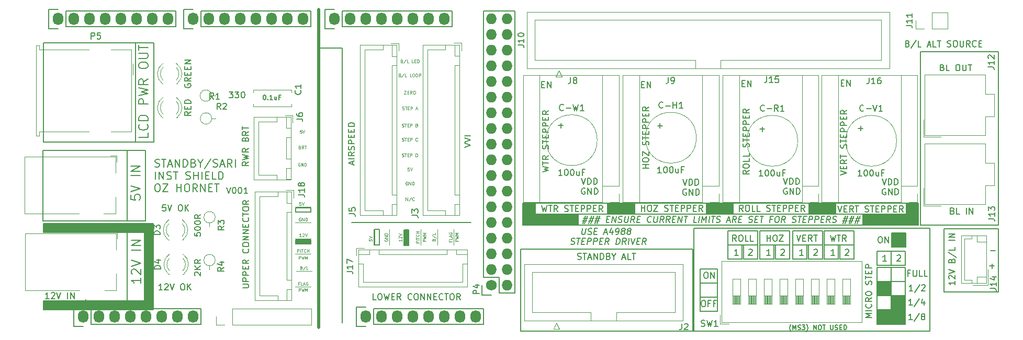
<source format=gbr>
G04 #@! TF.GenerationSoftware,KiCad,Pcbnew,(6.0.7-1)-1*
G04 #@! TF.CreationDate,2023-05-21T10:16:02+10:00*
G04 #@! TF.ProjectId,NEW_STANDBY_SHEILD,4e45575f-5354-4414-9e44-42595f534845,rev?*
G04 #@! TF.SameCoordinates,Original*
G04 #@! TF.FileFunction,Legend,Top*
G04 #@! TF.FilePolarity,Positive*
%FSLAX46Y46*%
G04 Gerber Fmt 4.6, Leading zero omitted, Abs format (unit mm)*
G04 Created by KiCad (PCBNEW (6.0.7-1)-1) date 2023-05-21 10:16:02*
%MOMM*%
%LPD*%
G01*
G04 APERTURE LIST*
%ADD10C,0.150000*%
%ADD11C,0.100000*%
%ADD12C,0.500000*%
%ADD13C,0.125000*%
%ADD14C,0.120000*%
%ADD15C,1.727200*%
%ADD16O,1.727200X1.727200*%
%ADD17O,1.727200X2.032000*%
G04 APERTURE END LIST*
D10*
X139800000Y-74707000D02*
X142700000Y-74707000D01*
X142700000Y-74707000D02*
X142700000Y-90850000D01*
X142700000Y-90850000D02*
X139800000Y-90850000D01*
X139800000Y-90850000D02*
X139800000Y-74707000D01*
X259750000Y-118057000D02*
X262036000Y-118057000D01*
X262036000Y-118057000D02*
X262036000Y-120343000D01*
X262036000Y-120343000D02*
X259750000Y-120343000D01*
X259750000Y-120343000D02*
X259750000Y-118057000D01*
G36*
X259750000Y-118057000D02*
G01*
X262036000Y-118057000D01*
X262036000Y-120343000D01*
X259750000Y-120343000D01*
X259750000Y-118057000D01*
G37*
D11*
X165735000Y-111760000D02*
X168275000Y-111760000D01*
D10*
X246137000Y-105178000D02*
X250963000Y-105178000D01*
X250963000Y-105178000D02*
X250963000Y-107464000D01*
X250963000Y-107464000D02*
X246137000Y-107464000D01*
X246137000Y-107464000D02*
X246137000Y-105178000D01*
X231164490Y-111384950D02*
X233894253Y-111384950D01*
X233894253Y-111384950D02*
X233894253Y-113670950D01*
X233894253Y-113670950D02*
X231164490Y-113670950D01*
X231164490Y-113670950D02*
X231164490Y-111384950D01*
X259750000Y-113457000D02*
X262036000Y-113457000D01*
X262036000Y-113457000D02*
X262036000Y-115743000D01*
X262036000Y-115743000D02*
X259750000Y-115743000D01*
X259750000Y-115743000D02*
X259750000Y-113457000D01*
G36*
X259750000Y-113457000D02*
G01*
X262036000Y-113457000D01*
X262036000Y-115743000D01*
X259750000Y-115743000D01*
X259750000Y-113457000D01*
G37*
X246137000Y-107464000D02*
X248423000Y-107464000D01*
X248423000Y-107464000D02*
X248423000Y-109750000D01*
X248423000Y-109750000D02*
X246137000Y-109750000D01*
X246137000Y-109750000D02*
X246137000Y-107464000D01*
X248725000Y-100850000D02*
X253075000Y-100850000D01*
X253075000Y-100850000D02*
X253075000Y-102443000D01*
X253075000Y-102443000D02*
X248725000Y-102443000D01*
X248725000Y-102443000D02*
X248725000Y-100850000D01*
G36*
X248725000Y-100850000D02*
G01*
X253075000Y-100850000D01*
X253075000Y-102443000D01*
X248725000Y-102443000D01*
X248725000Y-100850000D01*
G37*
X174752000Y-103886000D02*
X194056000Y-103886000D01*
X262057000Y-108521000D02*
X264343000Y-108521000D01*
X264343000Y-108521000D02*
X264343000Y-110807000D01*
X264343000Y-110807000D02*
X262057000Y-110807000D01*
X262057000Y-110807000D02*
X262057000Y-108521000D01*
X240803000Y-105178000D02*
X245629000Y-105178000D01*
X245629000Y-105178000D02*
X245629000Y-107464000D01*
X245629000Y-107464000D02*
X240803000Y-107464000D01*
X240803000Y-107464000D02*
X240803000Y-105178000D01*
X251217000Y-105178000D02*
X256043000Y-105178000D01*
X256043000Y-105178000D02*
X256043000Y-107464000D01*
X256043000Y-107464000D02*
X251217000Y-107464000D01*
X251217000Y-107464000D02*
X251217000Y-105178000D01*
X257500000Y-102557000D02*
X266450000Y-102557000D01*
X266450000Y-102557000D02*
X266450000Y-104150000D01*
X266450000Y-104150000D02*
X257500000Y-104150000D01*
X257500000Y-104150000D02*
X257500000Y-102557000D01*
G36*
X257500000Y-102557000D02*
G01*
X266450000Y-102557000D01*
X266450000Y-104150000D01*
X257500000Y-104150000D01*
X257500000Y-102557000D01*
G37*
X262014000Y-113457000D02*
X264300000Y-113457000D01*
X264300000Y-113457000D02*
X264300000Y-115743000D01*
X264300000Y-115743000D02*
X262014000Y-115743000D01*
X262014000Y-115743000D02*
X262014000Y-113457000D01*
X243343000Y-107464000D02*
X245629000Y-107464000D01*
X245629000Y-107464000D02*
X245629000Y-109750000D01*
X245629000Y-109750000D02*
X243343000Y-109750000D01*
X243343000Y-109750000D02*
X243343000Y-107464000D01*
X124800000Y-92157000D02*
X138450000Y-92157000D01*
X138450000Y-92157000D02*
X138450000Y-103650000D01*
X138450000Y-103650000D02*
X124800000Y-103650000D01*
X124800000Y-103650000D02*
X124800000Y-92157000D01*
D11*
X183131000Y-107548000D02*
X183131000Y-105008000D01*
X165630000Y-106458000D02*
X168170000Y-106458000D01*
D10*
X248677000Y-107464000D02*
X250963000Y-107464000D01*
X250963000Y-107464000D02*
X250963000Y-109750000D01*
X250963000Y-109750000D02*
X248677000Y-109750000D01*
X248677000Y-109750000D02*
X248677000Y-107464000D01*
X231166091Y-111364000D02*
X233892106Y-111364000D01*
X233892106Y-111364000D02*
X233892106Y-118250000D01*
X233892106Y-118250000D02*
X231166091Y-118250000D01*
X231166091Y-118250000D02*
X231166091Y-111364000D01*
X262014000Y-115757000D02*
X264300000Y-115757000D01*
X264300000Y-115757000D02*
X264300000Y-118043000D01*
X264300000Y-118043000D02*
X262014000Y-118043000D01*
X262014000Y-118043000D02*
X262014000Y-115757000D01*
G36*
X262014000Y-115757000D02*
G01*
X264300000Y-115757000D01*
X264300000Y-118043000D01*
X262014000Y-118043000D01*
X262014000Y-115757000D01*
G37*
X259757000Y-108521000D02*
X262043000Y-108521000D01*
X262043000Y-108521000D02*
X262043000Y-110807000D01*
X262043000Y-110807000D02*
X259757000Y-110807000D01*
X259757000Y-110807000D02*
X259757000Y-108521000D01*
X202050000Y-108200000D02*
X229950000Y-108200000D01*
X229950000Y-108200000D02*
X229950000Y-121500000D01*
X229950000Y-121500000D02*
X202050000Y-121500000D01*
X202050000Y-121500000D02*
X202050000Y-108200000D01*
D11*
X165608000Y-103886000D02*
X168148000Y-103886000D01*
D10*
X270600000Y-104850000D02*
X279400000Y-104850000D01*
X279400000Y-104850000D02*
X279400000Y-115150000D01*
X279400000Y-115150000D02*
X270600000Y-115150000D01*
X270600000Y-115150000D02*
X270600000Y-104850000D01*
D11*
X165608000Y-108966000D02*
X168148000Y-108966000D01*
D10*
X165650000Y-102200000D02*
X168150000Y-102200000D01*
X168150000Y-102200000D02*
X168150000Y-101507000D01*
X168150000Y-101507000D02*
X165650000Y-101507000D01*
X165650000Y-101507000D02*
X165650000Y-102200000D01*
X266751475Y-76150000D02*
X279350000Y-76150000D01*
X279350000Y-76150000D02*
X279350000Y-104250000D01*
X279350000Y-104250000D02*
X266751475Y-104250000D01*
X266751475Y-104250000D02*
X266751475Y-76150000D01*
X235596000Y-107464000D02*
X237882000Y-107464000D01*
X237882000Y-107464000D02*
X237882000Y-109750000D01*
X237882000Y-109750000D02*
X235596000Y-109750000D01*
X235596000Y-109750000D02*
X235596000Y-107464000D01*
X202450000Y-102500000D02*
X266450000Y-102500000D01*
X266450000Y-102500000D02*
X266450000Y-104250000D01*
X266450000Y-104250000D02*
X202450000Y-104250000D01*
X202450000Y-104250000D02*
X202450000Y-102500000D01*
X173228000Y-75565000D02*
X173228000Y-120078500D01*
D12*
X169418000Y-69342000D02*
X169418000Y-120904000D01*
D11*
X165608000Y-114300000D02*
X168148000Y-114300000D01*
D10*
X138400000Y-104007000D02*
X141300000Y-104007000D01*
X141300000Y-104007000D02*
X141300000Y-117900000D01*
X141300000Y-117900000D02*
X138400000Y-117900000D01*
X138400000Y-117900000D02*
X138400000Y-104007000D01*
X259750000Y-111150000D02*
X262036000Y-111150000D01*
X262036000Y-111150000D02*
X262036000Y-113436000D01*
X262036000Y-113436000D02*
X259750000Y-113436000D01*
X259750000Y-113436000D02*
X259750000Y-111150000D01*
X251217000Y-107464000D02*
X253503000Y-107464000D01*
X253503000Y-107464000D02*
X253503000Y-109750000D01*
X253503000Y-109750000D02*
X251217000Y-109750000D01*
X251217000Y-109750000D02*
X251217000Y-107464000D01*
D11*
X185928000Y-107516000D02*
X185928000Y-104976000D01*
D10*
X169481500Y-75565000D02*
X173228000Y-75565000D01*
X230150000Y-104757000D02*
X268300000Y-104757000D01*
X268300000Y-104757000D02*
X268300000Y-121500000D01*
X268300000Y-121500000D02*
X230150000Y-121500000D01*
X230150000Y-121500000D02*
X230150000Y-104757000D01*
X231166091Y-115950000D02*
X233900000Y-115950000D01*
X233900000Y-115950000D02*
X233900000Y-118236000D01*
X233900000Y-118236000D02*
X231166091Y-118236000D01*
X231166091Y-118236000D02*
X231166091Y-115950000D01*
D11*
X191262000Y-107516000D02*
X191262000Y-104976000D01*
D10*
X179200000Y-107500000D02*
X178507000Y-107500000D01*
X178507000Y-107500000D02*
X178507000Y-105000000D01*
X178507000Y-105000000D02*
X179200000Y-105000000D01*
X179200000Y-105000000D02*
X179200000Y-107500000D01*
D11*
X180848000Y-107516000D02*
X180848000Y-104976000D01*
D10*
X262100000Y-105557000D02*
X264386000Y-105557000D01*
X264386000Y-105557000D02*
X264386000Y-107843000D01*
X264386000Y-107843000D02*
X262100000Y-107843000D01*
X262100000Y-107843000D02*
X262100000Y-105557000D01*
G36*
X262100000Y-105557000D02*
G01*
X264386000Y-105557000D01*
X264386000Y-107843000D01*
X262100000Y-107843000D01*
X262100000Y-105557000D01*
G37*
X232125000Y-100850000D02*
X236475000Y-100850000D01*
X236475000Y-100850000D02*
X236475000Y-102443000D01*
X236475000Y-102443000D02*
X232125000Y-102443000D01*
X232125000Y-102443000D02*
X232125000Y-100850000D01*
G36*
X232125000Y-100850000D02*
G01*
X236475000Y-100850000D01*
X236475000Y-102443000D01*
X232125000Y-102443000D01*
X232125000Y-100850000D01*
G37*
X253757000Y-107464000D02*
X256043000Y-107464000D01*
X256043000Y-107464000D02*
X256043000Y-109750000D01*
X256043000Y-109750000D02*
X253757000Y-109750000D01*
X253757000Y-109750000D02*
X253757000Y-107464000D01*
X240803000Y-107464000D02*
X243089000Y-107464000D01*
X243089000Y-107464000D02*
X243089000Y-109750000D01*
X243089000Y-109750000D02*
X240803000Y-109750000D01*
X240803000Y-109750000D02*
X240803000Y-107464000D01*
X235596000Y-105178000D02*
X240422000Y-105178000D01*
X240422000Y-105178000D02*
X240422000Y-107464000D01*
X240422000Y-107464000D02*
X235596000Y-107464000D01*
X235596000Y-107464000D02*
X235596000Y-105178000D01*
X202450000Y-102557000D02*
X211400000Y-102557000D01*
X211400000Y-102557000D02*
X211400000Y-104150000D01*
X211400000Y-104150000D02*
X202450000Y-104150000D01*
X202450000Y-104150000D02*
X202450000Y-102557000D01*
G36*
X202450000Y-102557000D02*
G01*
X211400000Y-102557000D01*
X211400000Y-104150000D01*
X202450000Y-104150000D01*
X202450000Y-102557000D01*
G37*
X124900000Y-116550000D02*
X142600000Y-116550000D01*
X142600000Y-116550000D02*
X142600000Y-117993000D01*
X142600000Y-117993000D02*
X124900000Y-117993000D01*
X124900000Y-117993000D02*
X124900000Y-116550000D01*
G36*
X124900000Y-116550000D02*
G01*
X142600000Y-116550000D01*
X142600000Y-117993000D01*
X124900000Y-117993000D01*
X124900000Y-116550000D01*
G37*
X259750000Y-115757000D02*
X262036000Y-115757000D01*
X262036000Y-115757000D02*
X262036000Y-118043000D01*
X262036000Y-118043000D02*
X259750000Y-118043000D01*
X259750000Y-118043000D02*
X259750000Y-115757000D01*
X238136000Y-107464000D02*
X240422000Y-107464000D01*
X240422000Y-107464000D02*
X240422000Y-109750000D01*
X240422000Y-109750000D02*
X238136000Y-109750000D01*
X238136000Y-109750000D02*
X238136000Y-107464000D01*
X124900000Y-104003500D02*
X142650000Y-104003500D01*
X142650000Y-104003500D02*
X142650000Y-105446500D01*
X142650000Y-105446500D02*
X124900000Y-105446500D01*
X124900000Y-105446500D02*
X124900000Y-104003500D01*
G36*
X124900000Y-104003500D02*
G01*
X142650000Y-104003500D01*
X142650000Y-105446500D01*
X124900000Y-105446500D01*
X124900000Y-104003500D01*
G37*
X141178500Y-117900000D02*
X142621500Y-117900000D01*
X142621500Y-117900000D02*
X142621500Y-104000000D01*
X142621500Y-104000000D02*
X141178500Y-104000000D01*
X141178500Y-104000000D02*
X141178500Y-117900000D01*
G36*
X141178500Y-117900000D02*
G01*
X142621500Y-117900000D01*
X142621500Y-104000000D01*
X141178500Y-104000000D01*
X141178500Y-117900000D01*
G37*
X124900000Y-74707000D02*
X139800000Y-74707000D01*
X139800000Y-74707000D02*
X139800000Y-90850000D01*
X139800000Y-90850000D02*
X124900000Y-90850000D01*
X124900000Y-90850000D02*
X124900000Y-74707000D01*
X202525000Y-100807000D02*
X204475000Y-100807000D01*
X204475000Y-100807000D02*
X204475000Y-102400000D01*
X204475000Y-102400000D02*
X202525000Y-102400000D01*
X202525000Y-102400000D02*
X202525000Y-100807000D01*
G36*
X202525000Y-100807000D02*
G01*
X204475000Y-100807000D01*
X204475000Y-102400000D01*
X202525000Y-102400000D01*
X202525000Y-100807000D01*
G37*
D11*
X188595000Y-107516000D02*
X188595000Y-104976000D01*
D10*
X183307000Y-105050000D02*
X184000000Y-105050000D01*
X184000000Y-105050000D02*
X184000000Y-107550000D01*
X184000000Y-107550000D02*
X183307000Y-107550000D01*
X183307000Y-107550000D02*
X183307000Y-105050000D01*
G36*
X183307000Y-105050000D02*
G01*
X184000000Y-105050000D01*
X184000000Y-107550000D01*
X183307000Y-107550000D01*
X183307000Y-105050000D01*
G37*
X262014000Y-111150000D02*
X264300000Y-111150000D01*
X264300000Y-111150000D02*
X264300000Y-113436000D01*
X264300000Y-113436000D02*
X262014000Y-113436000D01*
X262014000Y-113436000D02*
X262014000Y-111150000D01*
X138450000Y-92157000D02*
X141350000Y-92157000D01*
X141350000Y-92157000D02*
X141350000Y-103650000D01*
X141350000Y-103650000D02*
X138450000Y-103650000D01*
X138450000Y-103650000D02*
X138450000Y-92157000D01*
X165650000Y-107343000D02*
X168150000Y-107343000D01*
X168150000Y-107343000D02*
X168150000Y-106650000D01*
X168150000Y-106650000D02*
X165650000Y-106650000D01*
X165650000Y-106650000D02*
X165650000Y-107343000D01*
G36*
X165650000Y-107343000D02*
G01*
X168150000Y-107343000D01*
X168150000Y-106650000D01*
X165650000Y-106650000D01*
X165650000Y-107343000D01*
G37*
X264450000Y-100753500D02*
X266400000Y-100753500D01*
X266400000Y-100753500D02*
X266400000Y-102346500D01*
X266400000Y-102346500D02*
X264450000Y-102346500D01*
X264450000Y-102346500D02*
X264450000Y-100753500D01*
G36*
X264450000Y-100753500D02*
G01*
X266400000Y-100753500D01*
X266400000Y-102346500D01*
X264450000Y-102346500D01*
X264450000Y-100753500D01*
G37*
D11*
X178308000Y-107516000D02*
X178308000Y-104976000D01*
D10*
X262014000Y-118057000D02*
X264300000Y-118057000D01*
X264300000Y-118057000D02*
X264300000Y-120343000D01*
X264300000Y-120343000D02*
X262014000Y-120343000D01*
X262014000Y-120343000D02*
X262014000Y-118057000D01*
G36*
X262014000Y-118057000D02*
G01*
X264300000Y-118057000D01*
X264300000Y-120343000D01*
X262014000Y-120343000D01*
X262014000Y-118057000D01*
G37*
D11*
X165608000Y-101346000D02*
X168148000Y-101346000D01*
D10*
X202450000Y-100750000D02*
X266450000Y-100750000D01*
X266450000Y-100750000D02*
X266450000Y-102500000D01*
X266450000Y-102500000D02*
X202450000Y-102500000D01*
X202450000Y-102500000D02*
X202450000Y-100750000D01*
X216175000Y-100807000D02*
X220525000Y-100807000D01*
X220525000Y-100807000D02*
X220525000Y-102400000D01*
X220525000Y-102400000D02*
X216175000Y-102400000D01*
X216175000Y-102400000D02*
X216175000Y-100807000D01*
G36*
X216175000Y-100807000D02*
G01*
X220525000Y-100807000D01*
X220525000Y-102400000D01*
X216175000Y-102400000D01*
X216175000Y-100807000D01*
G37*
D13*
X182554761Y-79974285D02*
X182626190Y-79998095D01*
X182650000Y-80021904D01*
X182673809Y-80069523D01*
X182673809Y-80140952D01*
X182650000Y-80188571D01*
X182626190Y-80212380D01*
X182578571Y-80236190D01*
X182388095Y-80236190D01*
X182388095Y-79736190D01*
X182554761Y-79736190D01*
X182602380Y-79760000D01*
X182626190Y-79783809D01*
X182650000Y-79831428D01*
X182650000Y-79879047D01*
X182626190Y-79926666D01*
X182602380Y-79950476D01*
X182554761Y-79974285D01*
X182388095Y-79974285D01*
X183245238Y-79712380D02*
X182816666Y-80355238D01*
X183650000Y-80236190D02*
X183411904Y-80236190D01*
X183411904Y-79736190D01*
X184435714Y-80236190D02*
X184197619Y-80236190D01*
X184197619Y-79736190D01*
X184697619Y-79736190D02*
X184792857Y-79736190D01*
X184840476Y-79760000D01*
X184888095Y-79807619D01*
X184911904Y-79902857D01*
X184911904Y-80069523D01*
X184888095Y-80164761D01*
X184840476Y-80212380D01*
X184792857Y-80236190D01*
X184697619Y-80236190D01*
X184650000Y-80212380D01*
X184602380Y-80164761D01*
X184578571Y-80069523D01*
X184578571Y-79902857D01*
X184602380Y-79807619D01*
X184650000Y-79760000D01*
X184697619Y-79736190D01*
X185221428Y-79736190D02*
X185316666Y-79736190D01*
X185364285Y-79760000D01*
X185411904Y-79807619D01*
X185435714Y-79902857D01*
X185435714Y-80069523D01*
X185411904Y-80164761D01*
X185364285Y-80212380D01*
X185316666Y-80236190D01*
X185221428Y-80236190D01*
X185173809Y-80212380D01*
X185126190Y-80164761D01*
X185102380Y-80069523D01*
X185102380Y-79902857D01*
X185126190Y-79807619D01*
X185173809Y-79760000D01*
X185221428Y-79736190D01*
X185650000Y-80236190D02*
X185650000Y-79736190D01*
X185840476Y-79736190D01*
X185888095Y-79760000D01*
X185911904Y-79783809D01*
X185935714Y-79831428D01*
X185935714Y-79902857D01*
X185911904Y-79950476D01*
X185888095Y-79974285D01*
X185840476Y-79998095D01*
X185650000Y-79998095D01*
D10*
X265059523Y-112078571D02*
X264726190Y-112078571D01*
X264726190Y-112602380D02*
X264726190Y-111602380D01*
X265202380Y-111602380D01*
X265583333Y-111602380D02*
X265583333Y-112411904D01*
X265630952Y-112507142D01*
X265678571Y-112554761D01*
X265773809Y-112602380D01*
X265964285Y-112602380D01*
X266059523Y-112554761D01*
X266107142Y-112507142D01*
X266154761Y-112411904D01*
X266154761Y-111602380D01*
X267107142Y-112602380D02*
X266630952Y-112602380D01*
X266630952Y-111602380D01*
X267916666Y-112602380D02*
X267440476Y-112602380D01*
X267440476Y-111602380D01*
X254614285Y-108281619D02*
X254661904Y-108234000D01*
X254757142Y-108186380D01*
X254995238Y-108186380D01*
X255090476Y-108234000D01*
X255138095Y-108281619D01*
X255185714Y-108376857D01*
X255185714Y-108472095D01*
X255138095Y-108614952D01*
X254566666Y-109186380D01*
X255185714Y-109186380D01*
X246756333Y-105900380D02*
X247089666Y-106900380D01*
X247423000Y-105900380D01*
X247756333Y-106376571D02*
X248089666Y-106376571D01*
X248232523Y-106900380D02*
X247756333Y-106900380D01*
X247756333Y-105900380D01*
X248232523Y-105900380D01*
X249232523Y-106900380D02*
X248899190Y-106424190D01*
X248661095Y-106900380D02*
X248661095Y-105900380D01*
X249042047Y-105900380D01*
X249137285Y-105948000D01*
X249184904Y-105995619D01*
X249232523Y-106090857D01*
X249232523Y-106233714D01*
X249184904Y-106328952D01*
X249137285Y-106376571D01*
X249042047Y-106424190D01*
X248661095Y-106424190D01*
X249518238Y-105900380D02*
X250089666Y-105900380D01*
X249803952Y-106900380D02*
X249803952Y-105900380D01*
X262997285Y-109238619D02*
X263044904Y-109191000D01*
X263140142Y-109143380D01*
X263378238Y-109143380D01*
X263473476Y-109191000D01*
X263521095Y-109238619D01*
X263568714Y-109333857D01*
X263568714Y-109429095D01*
X263521095Y-109571952D01*
X262949666Y-110143380D01*
X263568714Y-110143380D01*
X228322285Y-96817380D02*
X228655619Y-97817380D01*
X228988952Y-96817380D01*
X229322285Y-97817380D02*
X229322285Y-96817380D01*
X229560380Y-96817380D01*
X229703238Y-96865000D01*
X229798476Y-96960238D01*
X229846095Y-97055476D01*
X229893714Y-97245952D01*
X229893714Y-97388809D01*
X229846095Y-97579285D01*
X229798476Y-97674523D01*
X229703238Y-97769761D01*
X229560380Y-97817380D01*
X229322285Y-97817380D01*
X230322285Y-97817380D02*
X230322285Y-96817380D01*
X230560380Y-96817380D01*
X230703238Y-96865000D01*
X230798476Y-96960238D01*
X230846095Y-97055476D01*
X230893714Y-97245952D01*
X230893714Y-97388809D01*
X230846095Y-97579285D01*
X230798476Y-97674523D01*
X230703238Y-97769761D01*
X230560380Y-97817380D01*
X230322285Y-97817380D01*
X228893714Y-98475000D02*
X228798476Y-98427380D01*
X228655619Y-98427380D01*
X228512761Y-98475000D01*
X228417523Y-98570238D01*
X228369904Y-98665476D01*
X228322285Y-98855952D01*
X228322285Y-98998809D01*
X228369904Y-99189285D01*
X228417523Y-99284523D01*
X228512761Y-99379761D01*
X228655619Y-99427380D01*
X228750857Y-99427380D01*
X228893714Y-99379761D01*
X228941333Y-99332142D01*
X228941333Y-98998809D01*
X228750857Y-98998809D01*
X229369904Y-99427380D02*
X229369904Y-98427380D01*
X229941333Y-99427380D01*
X229941333Y-98427380D01*
X230417523Y-99427380D02*
X230417523Y-98427380D01*
X230655619Y-98427380D01*
X230798476Y-98475000D01*
X230893714Y-98570238D01*
X230941333Y-98665476D01*
X230988952Y-98855952D01*
X230988952Y-98998809D01*
X230941333Y-99189285D01*
X230893714Y-99284523D01*
X230798476Y-99379761D01*
X230655619Y-99427380D01*
X230417523Y-99427380D01*
D13*
X165925619Y-108684190D02*
X165925619Y-108184190D01*
X166116095Y-108184190D01*
X166163714Y-108208000D01*
X166187523Y-108231809D01*
X166211333Y-108279428D01*
X166211333Y-108350857D01*
X166187523Y-108398476D01*
X166163714Y-108422285D01*
X166116095Y-108446095D01*
X165925619Y-108446095D01*
X166425619Y-108684190D02*
X166425619Y-108184190D01*
X166592285Y-108184190D02*
X166878000Y-108184190D01*
X166735142Y-108684190D02*
X166735142Y-108184190D01*
X167330380Y-108636571D02*
X167306571Y-108660380D01*
X167235142Y-108684190D01*
X167187523Y-108684190D01*
X167116095Y-108660380D01*
X167068476Y-108612761D01*
X167044666Y-108565142D01*
X167020857Y-108469904D01*
X167020857Y-108398476D01*
X167044666Y-108303238D01*
X167068476Y-108255619D01*
X167116095Y-108208000D01*
X167187523Y-108184190D01*
X167235142Y-108184190D01*
X167306571Y-108208000D01*
X167330380Y-108231809D01*
X167544666Y-108684190D02*
X167544666Y-108184190D01*
X167544666Y-108422285D02*
X167830380Y-108422285D01*
X167830380Y-108684190D02*
X167830380Y-108184190D01*
X166590476Y-106176190D02*
X166304761Y-106176190D01*
X166447619Y-106176190D02*
X166447619Y-105676190D01*
X166400000Y-105747619D01*
X166352380Y-105795238D01*
X166304761Y-105819047D01*
X166780952Y-105723809D02*
X166804761Y-105700000D01*
X166852380Y-105676190D01*
X166971428Y-105676190D01*
X167019047Y-105700000D01*
X167042857Y-105723809D01*
X167066666Y-105771428D01*
X167066666Y-105819047D01*
X167042857Y-105890476D01*
X166757142Y-106176190D01*
X167066666Y-106176190D01*
X167209523Y-105676190D02*
X167376190Y-106176190D01*
X167542857Y-105676190D01*
X186789190Y-106948380D02*
X186289190Y-106948380D01*
X186289190Y-106757904D01*
X186313000Y-106710285D01*
X186336809Y-106686476D01*
X186384428Y-106662666D01*
X186455857Y-106662666D01*
X186503476Y-106686476D01*
X186527285Y-106710285D01*
X186551095Y-106757904D01*
X186551095Y-106948380D01*
X186289190Y-106496000D02*
X186789190Y-106376952D01*
X186432047Y-106281714D01*
X186789190Y-106186476D01*
X186289190Y-106067428D01*
X186789190Y-105876952D02*
X186289190Y-105876952D01*
X186646333Y-105710285D01*
X186289190Y-105543619D01*
X186789190Y-105543619D01*
X166528761Y-100564190D02*
X166290666Y-100564190D01*
X166266857Y-100802285D01*
X166290666Y-100778476D01*
X166338285Y-100754666D01*
X166457333Y-100754666D01*
X166504952Y-100778476D01*
X166528761Y-100802285D01*
X166552571Y-100849904D01*
X166552571Y-100968952D01*
X166528761Y-101016571D01*
X166504952Y-101040380D01*
X166457333Y-101064190D01*
X166338285Y-101064190D01*
X166290666Y-101040380D01*
X166266857Y-101016571D01*
X166695428Y-100564190D02*
X166862095Y-101064190D01*
X167028761Y-100564190D01*
D10*
X239057999Y-95436666D02*
X238581809Y-95770000D01*
X239057999Y-96008095D02*
X238057999Y-96008095D01*
X238057999Y-95627142D01*
X238105619Y-95531904D01*
X238153238Y-95484285D01*
X238248476Y-95436666D01*
X238391333Y-95436666D01*
X238486571Y-95484285D01*
X238534190Y-95531904D01*
X238581809Y-95627142D01*
X238581809Y-96008095D01*
X238057999Y-94817619D02*
X238057999Y-94627142D01*
X238105619Y-94531904D01*
X238200857Y-94436666D01*
X238391333Y-94389047D01*
X238724666Y-94389047D01*
X238915142Y-94436666D01*
X239010380Y-94531904D01*
X239057999Y-94627142D01*
X239057999Y-94817619D01*
X239010380Y-94912857D01*
X238915142Y-95008095D01*
X238724666Y-95055714D01*
X238391333Y-95055714D01*
X238200857Y-95008095D01*
X238105619Y-94912857D01*
X238057999Y-94817619D01*
X239057999Y-93484285D02*
X239057999Y-93960476D01*
X238057999Y-93960476D01*
X239057999Y-92674761D02*
X239057999Y-93150952D01*
X238057999Y-93150952D01*
X239010380Y-91627142D02*
X239057999Y-91484285D01*
X239057999Y-91246190D01*
X239010380Y-91150952D01*
X238962761Y-91103333D01*
X238867523Y-91055714D01*
X238772285Y-91055714D01*
X238677047Y-91103333D01*
X238629428Y-91150952D01*
X238581809Y-91246190D01*
X238534190Y-91436666D01*
X238486571Y-91531904D01*
X238438952Y-91579523D01*
X238343714Y-91627142D01*
X238248476Y-91627142D01*
X238153238Y-91579523D01*
X238105619Y-91531904D01*
X238057999Y-91436666D01*
X238057999Y-91198571D01*
X238105619Y-91055714D01*
X238057999Y-90770000D02*
X238057999Y-90198571D01*
X239057999Y-90484285D02*
X238057999Y-90484285D01*
X238534190Y-89865238D02*
X238534190Y-89531904D01*
X239057999Y-89389047D02*
X239057999Y-89865238D01*
X238057999Y-89865238D01*
X238057999Y-89389047D01*
X239057999Y-88960476D02*
X238057999Y-88960476D01*
X238057999Y-88579523D01*
X238105619Y-88484285D01*
X238153238Y-88436666D01*
X238248476Y-88389047D01*
X238391333Y-88389047D01*
X238486571Y-88436666D01*
X238534190Y-88484285D01*
X238581809Y-88579523D01*
X238581809Y-88960476D01*
X239057999Y-87960476D02*
X238057999Y-87960476D01*
X238057999Y-87579523D01*
X238105619Y-87484285D01*
X238153238Y-87436666D01*
X238248476Y-87389047D01*
X238391333Y-87389047D01*
X238486571Y-87436666D01*
X238534190Y-87484285D01*
X238581809Y-87579523D01*
X238581809Y-87960476D01*
X238534190Y-86960476D02*
X238534190Y-86627142D01*
X239057999Y-86484285D02*
X239057999Y-86960476D01*
X238057999Y-86960476D01*
X238057999Y-86484285D01*
X239057999Y-85484285D02*
X238581809Y-85817619D01*
X239057999Y-86055714D02*
X238057999Y-86055714D01*
X238057999Y-85674761D01*
X238105619Y-85579523D01*
X238153238Y-85531904D01*
X238248476Y-85484285D01*
X238391333Y-85484285D01*
X238486571Y-85531904D01*
X238534190Y-85579523D01*
X238581809Y-85674761D01*
X238581809Y-86055714D01*
X140628571Y-112842857D02*
X140628571Y-113700000D01*
X140628571Y-113271428D02*
X139128571Y-113271428D01*
X139342857Y-113414285D01*
X139485714Y-113557142D01*
X139557142Y-113700000D01*
X139271428Y-112271428D02*
X139200000Y-112200000D01*
X139128571Y-112057142D01*
X139128571Y-111700000D01*
X139200000Y-111557142D01*
X139271428Y-111485714D01*
X139414285Y-111414285D01*
X139557142Y-111414285D01*
X139771428Y-111485714D01*
X140628571Y-112342857D01*
X140628571Y-111414285D01*
X139128571Y-110985714D02*
X140628571Y-110485714D01*
X139128571Y-109985714D01*
X140628571Y-108342857D02*
X139128571Y-108342857D01*
X140628571Y-107628571D02*
X139128571Y-107628571D01*
X140628571Y-106771428D01*
X139128571Y-106771428D01*
X241930285Y-106900380D02*
X241930285Y-105900380D01*
X241930285Y-106376571D02*
X242501714Y-106376571D01*
X242501714Y-106900380D02*
X242501714Y-105900380D01*
X243168380Y-105900380D02*
X243358857Y-105900380D01*
X243454095Y-105948000D01*
X243549333Y-106043238D01*
X243596952Y-106233714D01*
X243596952Y-106567047D01*
X243549333Y-106757523D01*
X243454095Y-106852761D01*
X243358857Y-106900380D01*
X243168380Y-106900380D01*
X243073142Y-106852761D01*
X242977904Y-106757523D01*
X242930285Y-106567047D01*
X242930285Y-106233714D01*
X242977904Y-106043238D01*
X243073142Y-105948000D01*
X243168380Y-105900380D01*
X243930285Y-105900380D02*
X244596952Y-105900380D01*
X243930285Y-106900380D01*
X244596952Y-106900380D01*
X139028571Y-99400000D02*
X139028571Y-100114285D01*
X139742857Y-100185714D01*
X139671428Y-100114285D01*
X139600000Y-99971428D01*
X139600000Y-99614285D01*
X139671428Y-99471428D01*
X139742857Y-99400000D01*
X139885714Y-99328571D01*
X140242857Y-99328571D01*
X140385714Y-99400000D01*
X140457142Y-99471428D01*
X140528571Y-99614285D01*
X140528571Y-99971428D01*
X140457142Y-100114285D01*
X140385714Y-100185714D01*
X139028571Y-98900000D02*
X140528571Y-98400000D01*
X139028571Y-97900000D01*
X140528571Y-96257142D02*
X139028571Y-96257142D01*
X140528571Y-95542857D02*
X139028571Y-95542857D01*
X140528571Y-94685714D01*
X139028571Y-94685714D01*
D13*
X166175619Y-115034190D02*
X166175619Y-114534190D01*
X166366095Y-114534190D01*
X166413714Y-114558000D01*
X166437523Y-114581809D01*
X166461333Y-114629428D01*
X166461333Y-114700857D01*
X166437523Y-114748476D01*
X166413714Y-114772285D01*
X166366095Y-114796095D01*
X166175619Y-114796095D01*
X166628000Y-114534190D02*
X166747047Y-115034190D01*
X166842285Y-114677047D01*
X166937523Y-115034190D01*
X167056571Y-114534190D01*
X167247047Y-115034190D02*
X167247047Y-114534190D01*
X167413714Y-114891333D01*
X167580380Y-114534190D01*
X167580380Y-115034190D01*
D10*
X149397619Y-112465714D02*
X149350000Y-112418095D01*
X149302380Y-112322857D01*
X149302380Y-112084761D01*
X149350000Y-111989523D01*
X149397619Y-111941904D01*
X149492857Y-111894285D01*
X149588095Y-111894285D01*
X149730952Y-111941904D01*
X150302380Y-112513333D01*
X150302380Y-111894285D01*
X150302380Y-111465714D02*
X149302380Y-111465714D01*
X150302380Y-110894285D02*
X149730952Y-111322857D01*
X149302380Y-110894285D02*
X149873809Y-111465714D01*
X150302380Y-109894285D02*
X149826190Y-110227619D01*
X150302380Y-110465714D02*
X149302380Y-110465714D01*
X149302380Y-110084761D01*
X149350000Y-109989523D01*
X149397619Y-109941904D01*
X149492857Y-109894285D01*
X149635714Y-109894285D01*
X149730952Y-109941904D01*
X149778571Y-109989523D01*
X149826190Y-110084761D01*
X149826190Y-110465714D01*
X245842857Y-121525000D02*
X245807142Y-121489285D01*
X245735714Y-121382142D01*
X245700000Y-121310714D01*
X245664285Y-121203571D01*
X245628571Y-121025000D01*
X245628571Y-120882142D01*
X245664285Y-120703571D01*
X245700000Y-120596428D01*
X245735714Y-120525000D01*
X245807142Y-120417857D01*
X245842857Y-120382142D01*
X246128571Y-121239285D02*
X246128571Y-120489285D01*
X246378571Y-121025000D01*
X246628571Y-120489285D01*
X246628571Y-121239285D01*
X246950000Y-121203571D02*
X247057142Y-121239285D01*
X247235714Y-121239285D01*
X247307142Y-121203571D01*
X247342857Y-121167857D01*
X247378571Y-121096428D01*
X247378571Y-121025000D01*
X247342857Y-120953571D01*
X247307142Y-120917857D01*
X247235714Y-120882142D01*
X247092857Y-120846428D01*
X247021428Y-120810714D01*
X246985714Y-120775000D01*
X246950000Y-120703571D01*
X246950000Y-120632142D01*
X246985714Y-120560714D01*
X247021428Y-120525000D01*
X247092857Y-120489285D01*
X247271428Y-120489285D01*
X247378571Y-120525000D01*
X247628571Y-120489285D02*
X248092857Y-120489285D01*
X247842857Y-120775000D01*
X247950000Y-120775000D01*
X248021428Y-120810714D01*
X248057142Y-120846428D01*
X248092857Y-120917857D01*
X248092857Y-121096428D01*
X248057142Y-121167857D01*
X248021428Y-121203571D01*
X247950000Y-121239285D01*
X247735714Y-121239285D01*
X247664285Y-121203571D01*
X247628571Y-121167857D01*
X248342857Y-121525000D02*
X248378571Y-121489285D01*
X248450000Y-121382142D01*
X248485714Y-121310714D01*
X248521428Y-121203571D01*
X248557142Y-121025000D01*
X248557142Y-120882142D01*
X248521428Y-120703571D01*
X248485714Y-120596428D01*
X248450000Y-120525000D01*
X248378571Y-120417857D01*
X248342857Y-120382142D01*
X249485714Y-121239285D02*
X249485714Y-120489285D01*
X249914285Y-121239285D01*
X249914285Y-120489285D01*
X250414285Y-120489285D02*
X250557142Y-120489285D01*
X250628571Y-120525000D01*
X250700000Y-120596428D01*
X250735714Y-120739285D01*
X250735714Y-120989285D01*
X250700000Y-121132142D01*
X250628571Y-121203571D01*
X250557142Y-121239285D01*
X250414285Y-121239285D01*
X250342857Y-121203571D01*
X250271428Y-121132142D01*
X250235714Y-120989285D01*
X250235714Y-120739285D01*
X250271428Y-120596428D01*
X250342857Y-120525000D01*
X250414285Y-120489285D01*
X250950000Y-120489285D02*
X251378571Y-120489285D01*
X251164285Y-121239285D02*
X251164285Y-120489285D01*
X252200000Y-120489285D02*
X252200000Y-121096428D01*
X252235714Y-121167857D01*
X252271428Y-121203571D01*
X252342857Y-121239285D01*
X252485714Y-121239285D01*
X252557142Y-121203571D01*
X252592857Y-121167857D01*
X252628571Y-121096428D01*
X252628571Y-120489285D01*
X252950000Y-121203571D02*
X253057142Y-121239285D01*
X253235714Y-121239285D01*
X253307142Y-121203571D01*
X253342857Y-121167857D01*
X253378571Y-121096428D01*
X253378571Y-121025000D01*
X253342857Y-120953571D01*
X253307142Y-120917857D01*
X253235714Y-120882142D01*
X253092857Y-120846428D01*
X253021428Y-120810714D01*
X252985714Y-120775000D01*
X252950000Y-120703571D01*
X252950000Y-120632142D01*
X252985714Y-120560714D01*
X253021428Y-120525000D01*
X253092857Y-120489285D01*
X253271428Y-120489285D01*
X253378571Y-120525000D01*
X253700000Y-120846428D02*
X253950000Y-120846428D01*
X254057142Y-121239285D02*
X253700000Y-121239285D01*
X253700000Y-120489285D01*
X254057142Y-120489285D01*
X254378571Y-121239285D02*
X254378571Y-120489285D01*
X254557142Y-120489285D01*
X254664285Y-120525000D01*
X254735714Y-120596428D01*
X254771428Y-120667857D01*
X254807142Y-120810714D01*
X254807142Y-120917857D01*
X254771428Y-121060714D01*
X254735714Y-121132142D01*
X254664285Y-121203571D01*
X254557142Y-121239285D01*
X254378571Y-121239285D01*
D13*
X177526190Y-106595238D02*
X177526190Y-106833333D01*
X177764285Y-106857142D01*
X177740476Y-106833333D01*
X177716666Y-106785714D01*
X177716666Y-106666666D01*
X177740476Y-106619047D01*
X177764285Y-106595238D01*
X177811904Y-106571428D01*
X177930952Y-106571428D01*
X177978571Y-106595238D01*
X178002380Y-106619047D01*
X178026190Y-106666666D01*
X178026190Y-106785714D01*
X178002380Y-106833333D01*
X177978571Y-106857142D01*
X177526190Y-106428571D02*
X178026190Y-106261904D01*
X177526190Y-106095238D01*
X183245238Y-82530190D02*
X183578571Y-82530190D01*
X183245238Y-83030190D01*
X183578571Y-83030190D01*
X183769047Y-82768285D02*
X183935714Y-82768285D01*
X184007142Y-83030190D02*
X183769047Y-83030190D01*
X183769047Y-82530190D01*
X184007142Y-82530190D01*
X184507142Y-83030190D02*
X184340476Y-82792095D01*
X184221428Y-83030190D02*
X184221428Y-82530190D01*
X184411904Y-82530190D01*
X184459523Y-82554000D01*
X184483333Y-82577809D01*
X184507142Y-82625428D01*
X184507142Y-82696857D01*
X184483333Y-82744476D01*
X184459523Y-82768285D01*
X184411904Y-82792095D01*
X184221428Y-82792095D01*
X184816666Y-82530190D02*
X184911904Y-82530190D01*
X184959523Y-82554000D01*
X185007142Y-82601619D01*
X185030952Y-82696857D01*
X185030952Y-82863523D01*
X185007142Y-82958761D01*
X184959523Y-83006380D01*
X184911904Y-83030190D01*
X184816666Y-83030190D01*
X184769047Y-83006380D01*
X184721428Y-82958761D01*
X184697619Y-82863523D01*
X184697619Y-82696857D01*
X184721428Y-82601619D01*
X184769047Y-82554000D01*
X184816666Y-82530190D01*
X166370047Y-94238000D02*
X166322428Y-94214190D01*
X166251000Y-94214190D01*
X166179571Y-94238000D01*
X166131952Y-94285619D01*
X166108142Y-94333238D01*
X166084333Y-94428476D01*
X166084333Y-94499904D01*
X166108142Y-94595142D01*
X166131952Y-94642761D01*
X166179571Y-94690380D01*
X166251000Y-94714190D01*
X166298619Y-94714190D01*
X166370047Y-94690380D01*
X166393857Y-94666571D01*
X166393857Y-94499904D01*
X166298619Y-94499904D01*
X166608142Y-94714190D02*
X166608142Y-94214190D01*
X166893857Y-94714190D01*
X166893857Y-94214190D01*
X167131952Y-94714190D02*
X167131952Y-94214190D01*
X167251000Y-94214190D01*
X167322428Y-94238000D01*
X167370047Y-94285619D01*
X167393857Y-94333238D01*
X167417666Y-94428476D01*
X167417666Y-94499904D01*
X167393857Y-94595142D01*
X167370047Y-94642761D01*
X167322428Y-94690380D01*
X167251000Y-94714190D01*
X167131952Y-94714190D01*
D10*
X244622285Y-96667380D02*
X244955619Y-97667380D01*
X245288952Y-96667380D01*
X245622285Y-97667380D02*
X245622285Y-96667380D01*
X245860380Y-96667380D01*
X246003238Y-96715000D01*
X246098476Y-96810238D01*
X246146095Y-96905476D01*
X246193714Y-97095952D01*
X246193714Y-97238809D01*
X246146095Y-97429285D01*
X246098476Y-97524523D01*
X246003238Y-97619761D01*
X245860380Y-97667380D01*
X245622285Y-97667380D01*
X246622285Y-97667380D02*
X246622285Y-96667380D01*
X246860380Y-96667380D01*
X247003238Y-96715000D01*
X247098476Y-96810238D01*
X247146095Y-96905476D01*
X247193714Y-97095952D01*
X247193714Y-97238809D01*
X247146095Y-97429285D01*
X247098476Y-97524523D01*
X247003238Y-97619761D01*
X246860380Y-97667380D01*
X246622285Y-97667380D01*
X245193714Y-98325000D02*
X245098476Y-98277380D01*
X244955619Y-98277380D01*
X244812761Y-98325000D01*
X244717523Y-98420238D01*
X244669904Y-98515476D01*
X244622285Y-98705952D01*
X244622285Y-98848809D01*
X244669904Y-99039285D01*
X244717523Y-99134523D01*
X244812761Y-99229761D01*
X244955619Y-99277380D01*
X245050857Y-99277380D01*
X245193714Y-99229761D01*
X245241333Y-99182142D01*
X245241333Y-98848809D01*
X245050857Y-98848809D01*
X245669904Y-99277380D02*
X245669904Y-98277380D01*
X246241333Y-99277380D01*
X246241333Y-98277380D01*
X246717523Y-99277380D02*
X246717523Y-98277380D01*
X246955619Y-98277380D01*
X247098476Y-98325000D01*
X247193714Y-98420238D01*
X247241333Y-98515476D01*
X247288952Y-98705952D01*
X247288952Y-98848809D01*
X247241333Y-99039285D01*
X247193714Y-99134523D01*
X247098476Y-99229761D01*
X246955619Y-99277380D01*
X246717523Y-99277380D01*
X257121047Y-89000952D02*
X257121047Y-88239047D01*
X257501999Y-88620000D02*
X256740095Y-88620000D01*
X211922285Y-96667380D02*
X212255619Y-97667380D01*
X212588952Y-96667380D01*
X212922285Y-97667380D02*
X212922285Y-96667380D01*
X213160380Y-96667380D01*
X213303238Y-96715000D01*
X213398476Y-96810238D01*
X213446095Y-96905476D01*
X213493714Y-97095952D01*
X213493714Y-97238809D01*
X213446095Y-97429285D01*
X213398476Y-97524523D01*
X213303238Y-97619761D01*
X213160380Y-97667380D01*
X212922285Y-97667380D01*
X213922285Y-97667380D02*
X213922285Y-96667380D01*
X214160380Y-96667380D01*
X214303238Y-96715000D01*
X214398476Y-96810238D01*
X214446095Y-96905476D01*
X214493714Y-97095952D01*
X214493714Y-97238809D01*
X214446095Y-97429285D01*
X214398476Y-97524523D01*
X214303238Y-97619761D01*
X214160380Y-97667380D01*
X213922285Y-97667380D01*
X212493714Y-98325000D02*
X212398476Y-98277380D01*
X212255619Y-98277380D01*
X212112761Y-98325000D01*
X212017523Y-98420238D01*
X211969904Y-98515476D01*
X211922285Y-98705952D01*
X211922285Y-98848809D01*
X211969904Y-99039285D01*
X212017523Y-99134523D01*
X212112761Y-99229761D01*
X212255619Y-99277380D01*
X212350857Y-99277380D01*
X212493714Y-99229761D01*
X212541333Y-99182142D01*
X212541333Y-98848809D01*
X212350857Y-98848809D01*
X212969904Y-99277380D02*
X212969904Y-98277380D01*
X213541333Y-99277380D01*
X213541333Y-98277380D01*
X214017523Y-99277380D02*
X214017523Y-98277380D01*
X214255619Y-98277380D01*
X214398476Y-98325000D01*
X214493714Y-98420238D01*
X214541333Y-98515476D01*
X214588952Y-98705952D01*
X214588952Y-98848809D01*
X214541333Y-99039285D01*
X214493714Y-99134523D01*
X214398476Y-99229761D01*
X214255619Y-99277380D01*
X214017523Y-99277380D01*
X237278714Y-109186380D02*
X236707285Y-109186380D01*
X236993000Y-109186380D02*
X236993000Y-108186380D01*
X236897761Y-108329238D01*
X236802523Y-108424476D01*
X236707285Y-108472095D01*
X252193476Y-105900380D02*
X252431571Y-106900380D01*
X252622047Y-106186095D01*
X252812523Y-106900380D01*
X253050619Y-105900380D01*
X253288714Y-105900380D02*
X253860142Y-105900380D01*
X253574428Y-106900380D02*
X253574428Y-105900380D01*
X254764904Y-106900380D02*
X254431571Y-106424190D01*
X254193476Y-106900380D02*
X254193476Y-105900380D01*
X254574428Y-105900380D01*
X254669666Y-105948000D01*
X254717285Y-105995619D01*
X254764904Y-106090857D01*
X254764904Y-106233714D01*
X254717285Y-106328952D01*
X254669666Y-106376571D01*
X254574428Y-106424190D01*
X254193476Y-106424190D01*
X208571047Y-88500952D02*
X208571047Y-87739047D01*
X208951999Y-88120000D02*
X208190095Y-88120000D01*
D13*
X188051285Y-106674571D02*
X188075095Y-106603142D01*
X188098904Y-106579333D01*
X188146523Y-106555523D01*
X188217952Y-106555523D01*
X188265571Y-106579333D01*
X188289380Y-106603142D01*
X188313190Y-106650761D01*
X188313190Y-106841238D01*
X187813190Y-106841238D01*
X187813190Y-106674571D01*
X187837000Y-106626952D01*
X187860809Y-106603142D01*
X187908428Y-106579333D01*
X187956047Y-106579333D01*
X188003666Y-106603142D01*
X188027476Y-106626952D01*
X188051285Y-106674571D01*
X188051285Y-106841238D01*
X187789380Y-105984095D02*
X188432238Y-106412666D01*
X188313190Y-105579333D02*
X188313190Y-105817428D01*
X187813190Y-105817428D01*
D10*
X260180952Y-106152380D02*
X260371428Y-106152380D01*
X260466666Y-106200000D01*
X260561904Y-106295238D01*
X260609523Y-106485714D01*
X260609523Y-106819047D01*
X260561904Y-107009523D01*
X260466666Y-107104761D01*
X260371428Y-107152380D01*
X260180952Y-107152380D01*
X260085714Y-107104761D01*
X259990476Y-107009523D01*
X259942857Y-106819047D01*
X259942857Y-106485714D01*
X259990476Y-106295238D01*
X260085714Y-106200000D01*
X260180952Y-106152380D01*
X261038095Y-107152380D02*
X261038095Y-106152380D01*
X261609523Y-107152380D01*
X261609523Y-106152380D01*
X247819714Y-109186380D02*
X247248285Y-109186380D01*
X247534000Y-109186380D02*
X247534000Y-108186380D01*
X247438761Y-108329238D01*
X247343523Y-108424476D01*
X247248285Y-108472095D01*
D13*
X182900000Y-90626380D02*
X182971428Y-90650190D01*
X183090476Y-90650190D01*
X183138095Y-90626380D01*
X183161904Y-90602571D01*
X183185714Y-90554952D01*
X183185714Y-90507333D01*
X183161904Y-90459714D01*
X183138095Y-90435904D01*
X183090476Y-90412095D01*
X182995238Y-90388285D01*
X182947619Y-90364476D01*
X182923809Y-90340666D01*
X182900000Y-90293047D01*
X182900000Y-90245428D01*
X182923809Y-90197809D01*
X182947619Y-90174000D01*
X182995238Y-90150190D01*
X183114285Y-90150190D01*
X183185714Y-90174000D01*
X183328571Y-90150190D02*
X183614285Y-90150190D01*
X183471428Y-90650190D02*
X183471428Y-90150190D01*
X183780952Y-90388285D02*
X183947619Y-90388285D01*
X184019047Y-90650190D02*
X183780952Y-90650190D01*
X183780952Y-90150190D01*
X184019047Y-90150190D01*
X184233333Y-90650190D02*
X184233333Y-90150190D01*
X184423809Y-90150190D01*
X184471428Y-90174000D01*
X184495238Y-90197809D01*
X184519047Y-90245428D01*
X184519047Y-90316857D01*
X184495238Y-90364476D01*
X184471428Y-90388285D01*
X184423809Y-90412095D01*
X184233333Y-90412095D01*
X185400000Y-90602571D02*
X185376190Y-90626380D01*
X185304761Y-90650190D01*
X185257142Y-90650190D01*
X185185714Y-90626380D01*
X185138095Y-90578761D01*
X185114285Y-90531142D01*
X185090476Y-90435904D01*
X185090476Y-90364476D01*
X185114285Y-90269238D01*
X185138095Y-90221619D01*
X185185714Y-90174000D01*
X185257142Y-90150190D01*
X185304761Y-90150190D01*
X185376190Y-90174000D01*
X185400000Y-90197809D01*
D10*
X205501523Y-81498571D02*
X205834857Y-81498571D01*
X205977714Y-82022380D02*
X205501523Y-82022380D01*
X205501523Y-81022380D01*
X205977714Y-81022380D01*
X206406285Y-82022380D02*
X206406285Y-81022380D01*
X206977714Y-82022380D01*
X206977714Y-81022380D01*
X221651523Y-81498571D02*
X221984857Y-81498571D01*
X222127714Y-82022380D02*
X221651523Y-82022380D01*
X221651523Y-81022380D01*
X222127714Y-81022380D01*
X222556285Y-82022380D02*
X222556285Y-81022380D01*
X223127714Y-82022380D01*
X223127714Y-81022380D01*
X125788095Y-116202380D02*
X125216666Y-116202380D01*
X125502380Y-116202380D02*
X125502380Y-115202380D01*
X125407142Y-115345238D01*
X125311904Y-115440476D01*
X125216666Y-115488095D01*
X126169047Y-115297619D02*
X126216666Y-115250000D01*
X126311904Y-115202380D01*
X126550000Y-115202380D01*
X126645238Y-115250000D01*
X126692857Y-115297619D01*
X126740476Y-115392857D01*
X126740476Y-115488095D01*
X126692857Y-115630952D01*
X126121428Y-116202380D01*
X126740476Y-116202380D01*
X127026190Y-115202380D02*
X127359523Y-116202380D01*
X127692857Y-115202380D01*
X128788095Y-116202380D02*
X128788095Y-115202380D01*
X129264285Y-116202380D02*
X129264285Y-115202380D01*
X129835714Y-116202380D01*
X129835714Y-115202380D01*
X252899714Y-109186380D02*
X252328285Y-109186380D01*
X252614000Y-109186380D02*
X252614000Y-108186380D01*
X252518761Y-108329238D01*
X252423523Y-108424476D01*
X252328285Y-108472095D01*
X277969047Y-110921428D02*
X278730952Y-110921428D01*
X278350000Y-111302380D02*
X278350000Y-110540476D01*
X224621047Y-88550952D02*
X224621047Y-87789047D01*
X225001999Y-88170000D02*
X224240095Y-88170000D01*
X212231517Y-103185714D02*
X212945803Y-103185714D01*
X212570803Y-102757142D02*
X212124375Y-104042857D01*
X212796994Y-103614285D02*
X212082708Y-103614285D01*
X212457708Y-104042857D02*
X212904136Y-102757142D01*
X213231517Y-103185714D02*
X213945803Y-103185714D01*
X213570803Y-102757142D02*
X213124375Y-104042857D01*
X213796994Y-103614285D02*
X213082708Y-103614285D01*
X213457708Y-104042857D02*
X213904136Y-102757142D01*
X214231517Y-103185714D02*
X214945803Y-103185714D01*
X214570803Y-102757142D02*
X214124375Y-104042857D01*
X214796994Y-103614285D02*
X214082708Y-103614285D01*
X214457708Y-104042857D02*
X214904136Y-102757142D01*
X216023184Y-103328571D02*
X216356517Y-103328571D01*
X216433898Y-103852380D02*
X215957708Y-103852380D01*
X216082708Y-102852380D01*
X216558898Y-102852380D01*
X216862470Y-103852380D02*
X216987470Y-102852380D01*
X217433898Y-103852380D01*
X217558898Y-102852380D01*
X217868422Y-103804761D02*
X218005327Y-103852380D01*
X218243422Y-103852380D01*
X218344613Y-103804761D01*
X218398184Y-103757142D01*
X218457708Y-103661904D01*
X218469613Y-103566666D01*
X218433898Y-103471428D01*
X218392232Y-103423809D01*
X218302946Y-103376190D01*
X218118422Y-103328571D01*
X218029136Y-103280952D01*
X217987470Y-103233333D01*
X217951755Y-103138095D01*
X217963660Y-103042857D01*
X218023184Y-102947619D01*
X218076755Y-102900000D01*
X218177946Y-102852380D01*
X218416041Y-102852380D01*
X218552946Y-102900000D01*
X218987470Y-102852380D02*
X218886279Y-103661904D01*
X218921994Y-103757142D01*
X218963660Y-103804761D01*
X219052946Y-103852380D01*
X219243422Y-103852380D01*
X219344613Y-103804761D01*
X219398184Y-103757142D01*
X219457708Y-103661904D01*
X219558898Y-102852380D01*
X220481517Y-103852380D02*
X220207708Y-103376190D01*
X219910089Y-103852380D02*
X220035089Y-102852380D01*
X220416041Y-102852380D01*
X220505327Y-102900000D01*
X220546994Y-102947619D01*
X220582708Y-103042857D01*
X220564851Y-103185714D01*
X220505327Y-103280952D01*
X220451755Y-103328571D01*
X220350565Y-103376190D01*
X219969613Y-103376190D01*
X220975565Y-103328571D02*
X221308898Y-103328571D01*
X221386279Y-103852380D02*
X220910089Y-103852380D01*
X221035089Y-102852380D01*
X221511279Y-102852380D01*
X223160089Y-103757142D02*
X223106517Y-103804761D01*
X222957708Y-103852380D01*
X222862470Y-103852380D01*
X222725565Y-103804761D01*
X222642232Y-103709523D01*
X222606517Y-103614285D01*
X222582708Y-103423809D01*
X222600565Y-103280952D01*
X222671994Y-103090476D01*
X222731517Y-102995238D01*
X222838660Y-102900000D01*
X222987470Y-102852380D01*
X223082708Y-102852380D01*
X223219613Y-102900000D01*
X223261279Y-102947619D01*
X223701755Y-102852380D02*
X223600565Y-103661904D01*
X223636279Y-103757142D01*
X223677946Y-103804761D01*
X223767232Y-103852380D01*
X223957708Y-103852380D01*
X224058898Y-103804761D01*
X224112470Y-103757142D01*
X224171994Y-103661904D01*
X224273184Y-102852380D01*
X225195803Y-103852380D02*
X224921994Y-103376190D01*
X224624375Y-103852380D02*
X224749375Y-102852380D01*
X225130327Y-102852380D01*
X225219613Y-102900000D01*
X225261279Y-102947619D01*
X225296994Y-103042857D01*
X225279136Y-103185714D01*
X225219613Y-103280952D01*
X225166041Y-103328571D01*
X225064851Y-103376190D01*
X224683898Y-103376190D01*
X226195803Y-103852380D02*
X225921994Y-103376190D01*
X225624375Y-103852380D02*
X225749375Y-102852380D01*
X226130327Y-102852380D01*
X226219613Y-102900000D01*
X226261279Y-102947619D01*
X226296994Y-103042857D01*
X226279136Y-103185714D01*
X226219613Y-103280952D01*
X226166041Y-103328571D01*
X226064851Y-103376190D01*
X225683898Y-103376190D01*
X226689851Y-103328571D02*
X227023184Y-103328571D01*
X227100565Y-103852380D02*
X226624375Y-103852380D01*
X226749375Y-102852380D01*
X227225565Y-102852380D01*
X227529136Y-103852380D02*
X227654136Y-102852380D01*
X228100565Y-103852380D01*
X228225565Y-102852380D01*
X228558898Y-102852380D02*
X229130327Y-102852380D01*
X228719613Y-103852380D02*
X228844613Y-102852380D01*
X230576755Y-103852380D02*
X230100565Y-103852380D01*
X230225565Y-102852380D01*
X230910089Y-103852380D02*
X231035089Y-102852380D01*
X231386279Y-103852380D02*
X231511279Y-102852380D01*
X231755327Y-103566666D01*
X232177946Y-102852380D01*
X232052946Y-103852380D01*
X232529136Y-103852380D02*
X232654136Y-102852380D01*
X232987470Y-102852380D02*
X233558898Y-102852380D01*
X233148184Y-103852380D02*
X233273184Y-102852380D01*
X233725565Y-103804761D02*
X233862470Y-103852380D01*
X234100565Y-103852380D01*
X234201755Y-103804761D01*
X234255327Y-103757142D01*
X234314851Y-103661904D01*
X234326755Y-103566666D01*
X234291041Y-103471428D01*
X234249375Y-103423809D01*
X234160089Y-103376190D01*
X233975565Y-103328571D01*
X233886279Y-103280952D01*
X233844613Y-103233333D01*
X233808898Y-103138095D01*
X233820803Y-103042857D01*
X233880327Y-102947619D01*
X233933898Y-102900000D01*
X234035089Y-102852380D01*
X234273184Y-102852380D01*
X234410089Y-102900000D01*
X235469613Y-103566666D02*
X235945803Y-103566666D01*
X235338660Y-103852380D02*
X235796994Y-102852380D01*
X236005327Y-103852380D01*
X236910089Y-103852380D02*
X236636279Y-103376190D01*
X236338660Y-103852380D02*
X236463660Y-102852380D01*
X236844613Y-102852380D01*
X236933898Y-102900000D01*
X236975565Y-102947619D01*
X237011279Y-103042857D01*
X236993422Y-103185714D01*
X236933898Y-103280952D01*
X236880327Y-103328571D01*
X236779136Y-103376190D01*
X236398184Y-103376190D01*
X237404136Y-103328571D02*
X237737470Y-103328571D01*
X237814851Y-103852380D02*
X237338660Y-103852380D01*
X237463660Y-102852380D01*
X237939851Y-102852380D01*
X238963660Y-103804761D02*
X239100565Y-103852380D01*
X239338660Y-103852380D01*
X239439851Y-103804761D01*
X239493422Y-103757142D01*
X239552946Y-103661904D01*
X239564851Y-103566666D01*
X239529136Y-103471428D01*
X239487470Y-103423809D01*
X239398184Y-103376190D01*
X239213660Y-103328571D01*
X239124375Y-103280952D01*
X239082708Y-103233333D01*
X239046994Y-103138095D01*
X239058898Y-103042857D01*
X239118422Y-102947619D01*
X239171994Y-102900000D01*
X239273184Y-102852380D01*
X239511279Y-102852380D01*
X239648184Y-102900000D01*
X240023184Y-103328571D02*
X240356517Y-103328571D01*
X240433898Y-103852380D02*
X239957708Y-103852380D01*
X240082708Y-102852380D01*
X240558898Y-102852380D01*
X240844613Y-102852380D02*
X241416041Y-102852380D01*
X241005327Y-103852380D02*
X241130327Y-102852380D01*
X242785089Y-103328571D02*
X242451755Y-103328571D01*
X242386279Y-103852380D02*
X242511279Y-102852380D01*
X242987470Y-102852380D01*
X243558898Y-102852380D02*
X243749375Y-102852380D01*
X243838660Y-102900000D01*
X243921994Y-102995238D01*
X243945803Y-103185714D01*
X243904136Y-103519047D01*
X243832708Y-103709523D01*
X243725565Y-103804761D01*
X243624375Y-103852380D01*
X243433898Y-103852380D01*
X243344613Y-103804761D01*
X243261279Y-103709523D01*
X243237470Y-103519047D01*
X243279136Y-103185714D01*
X243350565Y-102995238D01*
X243457708Y-102900000D01*
X243558898Y-102852380D01*
X244862470Y-103852380D02*
X244588660Y-103376190D01*
X244291041Y-103852380D02*
X244416041Y-102852380D01*
X244796994Y-102852380D01*
X244886279Y-102900000D01*
X244927946Y-102947619D01*
X244963660Y-103042857D01*
X244945803Y-103185714D01*
X244886279Y-103280952D01*
X244832708Y-103328571D01*
X244731517Y-103376190D01*
X244350565Y-103376190D01*
X246011279Y-103804761D02*
X246148184Y-103852380D01*
X246386279Y-103852380D01*
X246487470Y-103804761D01*
X246541041Y-103757142D01*
X246600565Y-103661904D01*
X246612470Y-103566666D01*
X246576755Y-103471428D01*
X246535089Y-103423809D01*
X246445803Y-103376190D01*
X246261279Y-103328571D01*
X246171994Y-103280952D01*
X246130327Y-103233333D01*
X246094613Y-103138095D01*
X246106517Y-103042857D01*
X246166041Y-102947619D01*
X246219613Y-102900000D01*
X246320803Y-102852380D01*
X246558898Y-102852380D01*
X246695803Y-102900000D01*
X246987470Y-102852380D02*
X247558898Y-102852380D01*
X247148184Y-103852380D02*
X247273184Y-102852380D01*
X247832708Y-103328571D02*
X248166041Y-103328571D01*
X248243422Y-103852380D02*
X247767232Y-103852380D01*
X247892232Y-102852380D01*
X248368422Y-102852380D01*
X248671994Y-103852380D02*
X248796994Y-102852380D01*
X249177946Y-102852380D01*
X249267232Y-102900000D01*
X249308898Y-102947619D01*
X249344613Y-103042857D01*
X249326755Y-103185714D01*
X249267232Y-103280952D01*
X249213660Y-103328571D01*
X249112470Y-103376190D01*
X248731517Y-103376190D01*
X249671994Y-103852380D02*
X249796994Y-102852380D01*
X250177946Y-102852380D01*
X250267232Y-102900000D01*
X250308898Y-102947619D01*
X250344613Y-103042857D01*
X250326755Y-103185714D01*
X250267232Y-103280952D01*
X250213660Y-103328571D01*
X250112470Y-103376190D01*
X249731517Y-103376190D01*
X250737470Y-103328571D02*
X251070803Y-103328571D01*
X251148184Y-103852380D02*
X250671994Y-103852380D01*
X250796994Y-102852380D01*
X251273184Y-102852380D01*
X252148184Y-103852380D02*
X251874375Y-103376190D01*
X251576755Y-103852380D02*
X251701755Y-102852380D01*
X252082708Y-102852380D01*
X252171994Y-102900000D01*
X252213660Y-102947619D01*
X252249375Y-103042857D01*
X252231517Y-103185714D01*
X252171994Y-103280952D01*
X252118422Y-103328571D01*
X252017232Y-103376190D01*
X251636279Y-103376190D01*
X252535089Y-103804761D02*
X252671994Y-103852380D01*
X252910089Y-103852380D01*
X253011279Y-103804761D01*
X253064851Y-103757142D01*
X253124375Y-103661904D01*
X253136279Y-103566666D01*
X253100565Y-103471428D01*
X253058898Y-103423809D01*
X252969613Y-103376190D01*
X252785089Y-103328571D01*
X252695803Y-103280952D01*
X252654136Y-103233333D01*
X252618422Y-103138095D01*
X252630327Y-103042857D01*
X252689851Y-102947619D01*
X252743422Y-102900000D01*
X252844613Y-102852380D01*
X253082708Y-102852380D01*
X253219613Y-102900000D01*
X254326755Y-103185714D02*
X255041041Y-103185714D01*
X254666041Y-102757142D02*
X254219613Y-104042857D01*
X254892232Y-103614285D02*
X254177946Y-103614285D01*
X254552946Y-104042857D02*
X254999375Y-102757142D01*
X255326755Y-103185714D02*
X256041041Y-103185714D01*
X255666041Y-102757142D02*
X255219613Y-104042857D01*
X255892232Y-103614285D02*
X255177946Y-103614285D01*
X255552946Y-104042857D02*
X255999375Y-102757142D01*
X256326755Y-103185714D02*
X257041041Y-103185714D01*
X256666041Y-102757142D02*
X256219613Y-104042857D01*
X256892232Y-103614285D02*
X256177946Y-103614285D01*
X256552946Y-104042857D02*
X256999375Y-102757142D01*
D13*
X183495238Y-100302190D02*
X183495238Y-99802190D01*
X183780952Y-100302190D01*
X183780952Y-99802190D01*
X184376190Y-99778380D02*
X183947619Y-100421238D01*
X184828571Y-100254571D02*
X184804761Y-100278380D01*
X184733333Y-100302190D01*
X184685714Y-100302190D01*
X184614285Y-100278380D01*
X184566666Y-100230761D01*
X184542857Y-100183142D01*
X184519047Y-100087904D01*
X184519047Y-100016476D01*
X184542857Y-99921238D01*
X184566666Y-99873619D01*
X184614285Y-99826000D01*
X184685714Y-99802190D01*
X184733333Y-99802190D01*
X184804761Y-99826000D01*
X184828571Y-99849809D01*
X180090000Y-106626952D02*
X180066190Y-106674571D01*
X180066190Y-106746000D01*
X180090000Y-106817428D01*
X180137619Y-106865047D01*
X180185238Y-106888857D01*
X180280476Y-106912666D01*
X180351904Y-106912666D01*
X180447142Y-106888857D01*
X180494761Y-106865047D01*
X180542380Y-106817428D01*
X180566190Y-106746000D01*
X180566190Y-106698380D01*
X180542380Y-106626952D01*
X180518571Y-106603142D01*
X180351904Y-106603142D01*
X180351904Y-106698380D01*
X180566190Y-106388857D02*
X180066190Y-106388857D01*
X180566190Y-106103142D01*
X180066190Y-106103142D01*
X180566190Y-105865047D02*
X180066190Y-105865047D01*
X180066190Y-105746000D01*
X180090000Y-105674571D01*
X180137619Y-105626952D01*
X180185238Y-105603142D01*
X180280476Y-105579333D01*
X180351904Y-105579333D01*
X180447142Y-105603142D01*
X180494761Y-105626952D01*
X180542380Y-105674571D01*
X180566190Y-105746000D01*
X180566190Y-105865047D01*
D10*
X131770380Y-116300285D02*
X131770380Y-116871714D01*
X131770380Y-116586000D02*
X130770380Y-116586000D01*
X130913238Y-116681238D01*
X131008476Y-116776476D01*
X131056095Y-116871714D01*
D13*
X166346238Y-91658285D02*
X166417666Y-91682095D01*
X166441476Y-91705904D01*
X166465285Y-91753523D01*
X166465285Y-91824952D01*
X166441476Y-91872571D01*
X166417666Y-91896380D01*
X166370047Y-91920190D01*
X166179571Y-91920190D01*
X166179571Y-91420190D01*
X166346238Y-91420190D01*
X166393857Y-91444000D01*
X166417666Y-91467809D01*
X166441476Y-91515428D01*
X166441476Y-91563047D01*
X166417666Y-91610666D01*
X166393857Y-91634476D01*
X166346238Y-91658285D01*
X166179571Y-91658285D01*
X166965285Y-91920190D02*
X166798619Y-91682095D01*
X166679571Y-91920190D02*
X166679571Y-91420190D01*
X166870047Y-91420190D01*
X166917666Y-91444000D01*
X166941476Y-91467809D01*
X166965285Y-91515428D01*
X166965285Y-91586857D01*
X166941476Y-91634476D01*
X166917666Y-91658285D01*
X166870047Y-91682095D01*
X166679571Y-91682095D01*
X167108142Y-91420190D02*
X167393857Y-91420190D01*
X167251000Y-91920190D02*
X167251000Y-91420190D01*
D10*
X238993285Y-108281619D02*
X239040904Y-108234000D01*
X239136142Y-108186380D01*
X239374238Y-108186380D01*
X239469476Y-108234000D01*
X239517095Y-108281619D01*
X239564714Y-108376857D01*
X239564714Y-108472095D01*
X239517095Y-108614952D01*
X238945666Y-109186380D01*
X239564714Y-109186380D01*
X260572285Y-96767380D02*
X260905619Y-97767380D01*
X261238952Y-96767380D01*
X261572285Y-97767380D02*
X261572285Y-96767380D01*
X261810380Y-96767380D01*
X261953238Y-96815000D01*
X262048476Y-96910238D01*
X262096095Y-97005476D01*
X262143714Y-97195952D01*
X262143714Y-97338809D01*
X262096095Y-97529285D01*
X262048476Y-97624523D01*
X261953238Y-97719761D01*
X261810380Y-97767380D01*
X261572285Y-97767380D01*
X262572285Y-97767380D02*
X262572285Y-96767380D01*
X262810380Y-96767380D01*
X262953238Y-96815000D01*
X263048476Y-96910238D01*
X263096095Y-97005476D01*
X263143714Y-97195952D01*
X263143714Y-97338809D01*
X263096095Y-97529285D01*
X263048476Y-97624523D01*
X262953238Y-97719761D01*
X262810380Y-97767380D01*
X262572285Y-97767380D01*
X261143714Y-98425000D02*
X261048476Y-98377380D01*
X260905619Y-98377380D01*
X260762761Y-98425000D01*
X260667523Y-98520238D01*
X260619904Y-98615476D01*
X260572285Y-98805952D01*
X260572285Y-98948809D01*
X260619904Y-99139285D01*
X260667523Y-99234523D01*
X260762761Y-99329761D01*
X260905619Y-99377380D01*
X261000857Y-99377380D01*
X261143714Y-99329761D01*
X261191333Y-99282142D01*
X261191333Y-98948809D01*
X261000857Y-98948809D01*
X261619904Y-99377380D02*
X261619904Y-98377380D01*
X262191333Y-99377380D01*
X262191333Y-98377380D01*
X262667523Y-99377380D02*
X262667523Y-98377380D01*
X262905619Y-98377380D01*
X263048476Y-98425000D01*
X263143714Y-98520238D01*
X263191333Y-98615476D01*
X263238952Y-98805952D01*
X263238952Y-98948809D01*
X263191333Y-99139285D01*
X263143714Y-99234523D01*
X263048476Y-99329761D01*
X262905619Y-99377380D01*
X262667523Y-99377380D01*
X231989205Y-111923330D02*
X232179681Y-111923330D01*
X232274919Y-111970950D01*
X232370157Y-112066188D01*
X232417776Y-112256664D01*
X232417776Y-112589997D01*
X232370157Y-112780473D01*
X232274919Y-112875711D01*
X232179681Y-112923330D01*
X231989205Y-112923330D01*
X231893967Y-112875711D01*
X231798729Y-112780473D01*
X231751110Y-112589997D01*
X231751110Y-112256664D01*
X231798729Y-112066188D01*
X231893967Y-111970950D01*
X231989205Y-111923330D01*
X232846348Y-112923330D02*
X232846348Y-111923330D01*
X233417776Y-112923330D01*
X233417776Y-111923330D01*
X142935595Y-94793452D02*
X143114166Y-94852976D01*
X143411785Y-94852976D01*
X143530833Y-94793452D01*
X143590357Y-94733928D01*
X143649880Y-94614880D01*
X143649880Y-94495833D01*
X143590357Y-94376785D01*
X143530833Y-94317261D01*
X143411785Y-94257738D01*
X143173690Y-94198214D01*
X143054642Y-94138690D01*
X142995119Y-94079166D01*
X142935595Y-93960119D01*
X142935595Y-93841071D01*
X142995119Y-93722023D01*
X143054642Y-93662500D01*
X143173690Y-93602976D01*
X143471309Y-93602976D01*
X143649880Y-93662500D01*
X144007023Y-93602976D02*
X144721309Y-93602976D01*
X144364166Y-94852976D02*
X144364166Y-93602976D01*
X145078452Y-94495833D02*
X145673690Y-94495833D01*
X144959404Y-94852976D02*
X145376071Y-93602976D01*
X145792738Y-94852976D01*
X146209404Y-94852976D02*
X146209404Y-93602976D01*
X146923690Y-94852976D01*
X146923690Y-93602976D01*
X147518928Y-94852976D02*
X147518928Y-93602976D01*
X147816547Y-93602976D01*
X147995119Y-93662500D01*
X148114166Y-93781547D01*
X148173690Y-93900595D01*
X148233214Y-94138690D01*
X148233214Y-94317261D01*
X148173690Y-94555357D01*
X148114166Y-94674404D01*
X147995119Y-94793452D01*
X147816547Y-94852976D01*
X147518928Y-94852976D01*
X149185595Y-94198214D02*
X149364166Y-94257738D01*
X149423690Y-94317261D01*
X149483214Y-94436309D01*
X149483214Y-94614880D01*
X149423690Y-94733928D01*
X149364166Y-94793452D01*
X149245119Y-94852976D01*
X148768928Y-94852976D01*
X148768928Y-93602976D01*
X149185595Y-93602976D01*
X149304642Y-93662500D01*
X149364166Y-93722023D01*
X149423690Y-93841071D01*
X149423690Y-93960119D01*
X149364166Y-94079166D01*
X149304642Y-94138690D01*
X149185595Y-94198214D01*
X148768928Y-94198214D01*
X150257023Y-94257738D02*
X150257023Y-94852976D01*
X149840357Y-93602976D02*
X150257023Y-94257738D01*
X150673690Y-93602976D01*
X151983214Y-93543452D02*
X150911785Y-95150595D01*
X152340357Y-94793452D02*
X152518928Y-94852976D01*
X152816547Y-94852976D01*
X152935595Y-94793452D01*
X152995119Y-94733928D01*
X153054642Y-94614880D01*
X153054642Y-94495833D01*
X152995119Y-94376785D01*
X152935595Y-94317261D01*
X152816547Y-94257738D01*
X152578452Y-94198214D01*
X152459404Y-94138690D01*
X152399880Y-94079166D01*
X152340357Y-93960119D01*
X152340357Y-93841071D01*
X152399880Y-93722023D01*
X152459404Y-93662500D01*
X152578452Y-93602976D01*
X152876071Y-93602976D01*
X153054642Y-93662500D01*
X153530833Y-94495833D02*
X154126071Y-94495833D01*
X153411785Y-94852976D02*
X153828452Y-93602976D01*
X154245119Y-94852976D01*
X155376071Y-94852976D02*
X154959404Y-94257738D01*
X154661785Y-94852976D02*
X154661785Y-93602976D01*
X155137976Y-93602976D01*
X155257023Y-93662500D01*
X155316547Y-93722023D01*
X155376071Y-93841071D01*
X155376071Y-94019642D01*
X155316547Y-94138690D01*
X155257023Y-94198214D01*
X155137976Y-94257738D01*
X154661785Y-94257738D01*
X155911785Y-94852976D02*
X155911785Y-93602976D01*
X142995119Y-96865476D02*
X142995119Y-95615476D01*
X143590357Y-96865476D02*
X143590357Y-95615476D01*
X144304642Y-96865476D01*
X144304642Y-95615476D01*
X144840357Y-96805952D02*
X145018928Y-96865476D01*
X145316547Y-96865476D01*
X145435595Y-96805952D01*
X145495119Y-96746428D01*
X145554642Y-96627380D01*
X145554642Y-96508333D01*
X145495119Y-96389285D01*
X145435595Y-96329761D01*
X145316547Y-96270238D01*
X145078452Y-96210714D01*
X144959404Y-96151190D01*
X144899880Y-96091666D01*
X144840357Y-95972619D01*
X144840357Y-95853571D01*
X144899880Y-95734523D01*
X144959404Y-95675000D01*
X145078452Y-95615476D01*
X145376071Y-95615476D01*
X145554642Y-95675000D01*
X145911785Y-95615476D02*
X146626071Y-95615476D01*
X146268928Y-96865476D02*
X146268928Y-95615476D01*
X147935595Y-96805952D02*
X148114166Y-96865476D01*
X148411785Y-96865476D01*
X148530833Y-96805952D01*
X148590357Y-96746428D01*
X148649880Y-96627380D01*
X148649880Y-96508333D01*
X148590357Y-96389285D01*
X148530833Y-96329761D01*
X148411785Y-96270238D01*
X148173690Y-96210714D01*
X148054642Y-96151190D01*
X147995119Y-96091666D01*
X147935595Y-95972619D01*
X147935595Y-95853571D01*
X147995119Y-95734523D01*
X148054642Y-95675000D01*
X148173690Y-95615476D01*
X148471309Y-95615476D01*
X148649880Y-95675000D01*
X149185595Y-96865476D02*
X149185595Y-95615476D01*
X149185595Y-96210714D02*
X149899880Y-96210714D01*
X149899880Y-96865476D02*
X149899880Y-95615476D01*
X150495119Y-96865476D02*
X150495119Y-95615476D01*
X151090357Y-96210714D02*
X151507023Y-96210714D01*
X151685595Y-96865476D02*
X151090357Y-96865476D01*
X151090357Y-95615476D01*
X151685595Y-95615476D01*
X152816547Y-96865476D02*
X152221309Y-96865476D01*
X152221309Y-95615476D01*
X153233214Y-96865476D02*
X153233214Y-95615476D01*
X153530833Y-95615476D01*
X153709404Y-95675000D01*
X153828452Y-95794047D01*
X153887976Y-95913095D01*
X153947500Y-96151190D01*
X153947500Y-96329761D01*
X153887976Y-96567857D01*
X153828452Y-96686904D01*
X153709404Y-96805952D01*
X153530833Y-96865476D01*
X153233214Y-96865476D01*
X143233214Y-97627976D02*
X143471309Y-97627976D01*
X143590357Y-97687500D01*
X143709404Y-97806547D01*
X143768928Y-98044642D01*
X143768928Y-98461309D01*
X143709404Y-98699404D01*
X143590357Y-98818452D01*
X143471309Y-98877976D01*
X143233214Y-98877976D01*
X143114166Y-98818452D01*
X142995119Y-98699404D01*
X142935595Y-98461309D01*
X142935595Y-98044642D01*
X142995119Y-97806547D01*
X143114166Y-97687500D01*
X143233214Y-97627976D01*
X144185595Y-97627976D02*
X145018928Y-97627976D01*
X144185595Y-98877976D01*
X145018928Y-98877976D01*
X146447500Y-98877976D02*
X146447500Y-97627976D01*
X146447500Y-98223214D02*
X147161785Y-98223214D01*
X147161785Y-98877976D02*
X147161785Y-97627976D01*
X147995119Y-97627976D02*
X148233214Y-97627976D01*
X148352261Y-97687500D01*
X148471309Y-97806547D01*
X148530833Y-98044642D01*
X148530833Y-98461309D01*
X148471309Y-98699404D01*
X148352261Y-98818452D01*
X148233214Y-98877976D01*
X147995119Y-98877976D01*
X147876071Y-98818452D01*
X147757023Y-98699404D01*
X147697500Y-98461309D01*
X147697500Y-98044642D01*
X147757023Y-97806547D01*
X147876071Y-97687500D01*
X147995119Y-97627976D01*
X149780833Y-98877976D02*
X149364166Y-98282738D01*
X149066547Y-98877976D02*
X149066547Y-97627976D01*
X149542738Y-97627976D01*
X149661785Y-97687500D01*
X149721309Y-97747023D01*
X149780833Y-97866071D01*
X149780833Y-98044642D01*
X149721309Y-98163690D01*
X149661785Y-98223214D01*
X149542738Y-98282738D01*
X149066547Y-98282738D01*
X150316547Y-98877976D02*
X150316547Y-97627976D01*
X151030833Y-98877976D01*
X151030833Y-97627976D01*
X151626071Y-98223214D02*
X152042738Y-98223214D01*
X152221309Y-98877976D02*
X151626071Y-98877976D01*
X151626071Y-97627976D01*
X152221309Y-97627976D01*
X152578452Y-97627976D02*
X153292738Y-97627976D01*
X152935595Y-98877976D02*
X152935595Y-97627976D01*
D13*
X191996190Y-106948380D02*
X191496190Y-106948380D01*
X191496190Y-106757904D01*
X191520000Y-106710285D01*
X191543809Y-106686476D01*
X191591428Y-106662666D01*
X191662857Y-106662666D01*
X191710476Y-106686476D01*
X191734285Y-106710285D01*
X191758095Y-106757904D01*
X191758095Y-106948380D01*
X191496190Y-106496000D02*
X191996190Y-106376952D01*
X191639047Y-106281714D01*
X191996190Y-106186476D01*
X191496190Y-106067428D01*
X191996190Y-105876952D02*
X191496190Y-105876952D01*
X191853333Y-105710285D01*
X191496190Y-105543619D01*
X191996190Y-105543619D01*
X182849190Y-106587523D02*
X182849190Y-106873238D01*
X182849190Y-106730380D02*
X182349190Y-106730380D01*
X182420619Y-106778000D01*
X182468238Y-106825619D01*
X182492047Y-106873238D01*
X182396809Y-106397047D02*
X182373000Y-106373238D01*
X182349190Y-106325619D01*
X182349190Y-106206571D01*
X182373000Y-106158952D01*
X182396809Y-106135142D01*
X182444428Y-106111333D01*
X182492047Y-106111333D01*
X182563476Y-106135142D01*
X182849190Y-106420857D01*
X182849190Y-106111333D01*
X182349190Y-105968476D02*
X182849190Y-105801809D01*
X182349190Y-105635142D01*
D10*
X265535714Y-114952380D02*
X264964285Y-114952380D01*
X265250000Y-114952380D02*
X265250000Y-113952380D01*
X265154761Y-114095238D01*
X265059523Y-114190476D01*
X264964285Y-114238095D01*
X266678571Y-113904761D02*
X265821428Y-115190476D01*
X266964285Y-114047619D02*
X267011904Y-114000000D01*
X267107142Y-113952380D01*
X267345238Y-113952380D01*
X267440476Y-114000000D01*
X267488095Y-114047619D01*
X267535714Y-114142857D01*
X267535714Y-114238095D01*
X267488095Y-114380952D01*
X266916666Y-114952380D01*
X267535714Y-114952380D01*
D13*
X166497047Y-103128000D02*
X166449428Y-103104190D01*
X166378000Y-103104190D01*
X166306571Y-103128000D01*
X166258952Y-103175619D01*
X166235142Y-103223238D01*
X166211333Y-103318476D01*
X166211333Y-103389904D01*
X166235142Y-103485142D01*
X166258952Y-103532761D01*
X166306571Y-103580380D01*
X166378000Y-103604190D01*
X166425619Y-103604190D01*
X166497047Y-103580380D01*
X166520857Y-103556571D01*
X166520857Y-103389904D01*
X166425619Y-103389904D01*
X166735142Y-103604190D02*
X166735142Y-103104190D01*
X167020857Y-103604190D01*
X167020857Y-103104190D01*
X167258952Y-103604190D02*
X167258952Y-103104190D01*
X167378000Y-103104190D01*
X167449428Y-103128000D01*
X167497047Y-103175619D01*
X167520857Y-103223238D01*
X167544666Y-103318476D01*
X167544666Y-103389904D01*
X167520857Y-103485142D01*
X167497047Y-103532761D01*
X167449428Y-103580380D01*
X167378000Y-103604190D01*
X167258952Y-103604190D01*
X190718285Y-106841238D02*
X190718285Y-107007904D01*
X190980190Y-107007904D02*
X190480190Y-107007904D01*
X190480190Y-106769809D01*
X190980190Y-106341238D02*
X190980190Y-106579333D01*
X190480190Y-106579333D01*
X190837333Y-106198380D02*
X190837333Y-105960285D01*
X190980190Y-106246000D02*
X190480190Y-106079333D01*
X190980190Y-105912666D01*
X190504000Y-105484095D02*
X190480190Y-105531714D01*
X190480190Y-105603142D01*
X190504000Y-105674571D01*
X190551619Y-105722190D01*
X190599238Y-105746000D01*
X190694476Y-105769809D01*
X190765904Y-105769809D01*
X190861142Y-105746000D01*
X190908761Y-105722190D01*
X190956380Y-105674571D01*
X190980190Y-105603142D01*
X190980190Y-105555523D01*
X190956380Y-105484095D01*
X190932571Y-105460285D01*
X190765904Y-105460285D01*
X190765904Y-105555523D01*
D10*
X265485714Y-119652380D02*
X264914285Y-119652380D01*
X265200000Y-119652380D02*
X265200000Y-118652380D01*
X265104761Y-118795238D01*
X265009523Y-118890476D01*
X264914285Y-118938095D01*
X266628571Y-118604761D02*
X265771428Y-119890476D01*
X267104761Y-119080952D02*
X267009523Y-119033333D01*
X266961904Y-118985714D01*
X266914285Y-118890476D01*
X266914285Y-118842857D01*
X266961904Y-118747619D01*
X267009523Y-118700000D01*
X267104761Y-118652380D01*
X267295238Y-118652380D01*
X267390476Y-118700000D01*
X267438095Y-118747619D01*
X267485714Y-118842857D01*
X267485714Y-118890476D01*
X267438095Y-118985714D01*
X267390476Y-119033333D01*
X267295238Y-119080952D01*
X267104761Y-119080952D01*
X267009523Y-119128571D01*
X266961904Y-119176190D01*
X266914285Y-119271428D01*
X266914285Y-119461904D01*
X266961904Y-119557142D01*
X267009523Y-119604761D01*
X267104761Y-119652380D01*
X267295238Y-119652380D01*
X267390476Y-119604761D01*
X267438095Y-119557142D01*
X267485714Y-119461904D01*
X267485714Y-119271428D01*
X267438095Y-119176190D01*
X267390476Y-119128571D01*
X267295238Y-119080952D01*
D13*
X184054761Y-94976190D02*
X183816666Y-94976190D01*
X183792857Y-95214285D01*
X183816666Y-95190476D01*
X183864285Y-95166666D01*
X183983333Y-95166666D01*
X184030952Y-95190476D01*
X184054761Y-95214285D01*
X184078571Y-95261904D01*
X184078571Y-95380952D01*
X184054761Y-95428571D01*
X184030952Y-95452380D01*
X183983333Y-95476190D01*
X183864285Y-95476190D01*
X183816666Y-95452380D01*
X183792857Y-95428571D01*
X184221428Y-94976190D02*
X184388095Y-95476190D01*
X184554761Y-94976190D01*
X185646190Y-107198380D02*
X185146190Y-107198380D01*
X185146190Y-107007904D01*
X185170000Y-106960285D01*
X185193809Y-106936476D01*
X185241428Y-106912666D01*
X185312857Y-106912666D01*
X185360476Y-106936476D01*
X185384285Y-106960285D01*
X185408095Y-107007904D01*
X185408095Y-107198380D01*
X185646190Y-106698380D02*
X185146190Y-106698380D01*
X185146190Y-106531714D02*
X185146190Y-106246000D01*
X185646190Y-106388857D02*
X185146190Y-106388857D01*
X185598571Y-105793619D02*
X185622380Y-105817428D01*
X185646190Y-105888857D01*
X185646190Y-105936476D01*
X185622380Y-106007904D01*
X185574761Y-106055523D01*
X185527142Y-106079333D01*
X185431904Y-106103142D01*
X185360476Y-106103142D01*
X185265238Y-106079333D01*
X185217619Y-106055523D01*
X185170000Y-106007904D01*
X185146190Y-105936476D01*
X185146190Y-105888857D01*
X185170000Y-105817428D01*
X185193809Y-105793619D01*
X185646190Y-105579333D02*
X185146190Y-105579333D01*
X185384285Y-105579333D02*
X185384285Y-105293619D01*
X185646190Y-105293619D02*
X185146190Y-105293619D01*
X182900000Y-93166380D02*
X182971428Y-93190190D01*
X183090476Y-93190190D01*
X183138095Y-93166380D01*
X183161904Y-93142571D01*
X183185714Y-93094952D01*
X183185714Y-93047333D01*
X183161904Y-92999714D01*
X183138095Y-92975904D01*
X183090476Y-92952095D01*
X182995238Y-92928285D01*
X182947619Y-92904476D01*
X182923809Y-92880666D01*
X182900000Y-92833047D01*
X182900000Y-92785428D01*
X182923809Y-92737809D01*
X182947619Y-92714000D01*
X182995238Y-92690190D01*
X183114285Y-92690190D01*
X183185714Y-92714000D01*
X183328571Y-92690190D02*
X183614285Y-92690190D01*
X183471428Y-93190190D02*
X183471428Y-92690190D01*
X183780952Y-92928285D02*
X183947619Y-92928285D01*
X184019047Y-93190190D02*
X183780952Y-93190190D01*
X183780952Y-92690190D01*
X184019047Y-92690190D01*
X184233333Y-93190190D02*
X184233333Y-92690190D01*
X184423809Y-92690190D01*
X184471428Y-92714000D01*
X184495238Y-92737809D01*
X184519047Y-92785428D01*
X184519047Y-92856857D01*
X184495238Y-92904476D01*
X184471428Y-92928285D01*
X184423809Y-92952095D01*
X184233333Y-92952095D01*
X185114285Y-93190190D02*
X185114285Y-92690190D01*
X185233333Y-92690190D01*
X185304761Y-92714000D01*
X185352380Y-92761619D01*
X185376190Y-92809238D01*
X185400000Y-92904476D01*
X185400000Y-92975904D01*
X185376190Y-93071142D01*
X185352380Y-93118761D01*
X185304761Y-93166380D01*
X185233333Y-93190190D01*
X185114285Y-93190190D01*
D10*
X141778571Y-89328571D02*
X141778571Y-90042857D01*
X140278571Y-90042857D01*
X141635714Y-87971428D02*
X141707142Y-88042857D01*
X141778571Y-88257142D01*
X141778571Y-88400000D01*
X141707142Y-88614285D01*
X141564285Y-88757142D01*
X141421428Y-88828571D01*
X141135714Y-88900000D01*
X140921428Y-88900000D01*
X140635714Y-88828571D01*
X140492857Y-88757142D01*
X140350000Y-88614285D01*
X140278571Y-88400000D01*
X140278571Y-88257142D01*
X140350000Y-88042857D01*
X140421428Y-87971428D01*
X141778571Y-87328571D02*
X140278571Y-87328571D01*
X140278571Y-86971428D01*
X140350000Y-86757142D01*
X140492857Y-86614285D01*
X140635714Y-86542857D01*
X140921428Y-86471428D01*
X141135714Y-86471428D01*
X141421428Y-86542857D01*
X141564285Y-86614285D01*
X141707142Y-86757142D01*
X141778571Y-86971428D01*
X141778571Y-87328571D01*
X141778571Y-84685714D02*
X140278571Y-84685714D01*
X140278571Y-84114285D01*
X140350000Y-83971428D01*
X140421428Y-83900000D01*
X140564285Y-83828571D01*
X140778571Y-83828571D01*
X140921428Y-83900000D01*
X140992857Y-83971428D01*
X141064285Y-84114285D01*
X141064285Y-84685714D01*
X140278571Y-83328571D02*
X141778571Y-82971428D01*
X140707142Y-82685714D01*
X141778571Y-82400000D01*
X140278571Y-82042857D01*
X141778571Y-80614285D02*
X141064285Y-81114285D01*
X141778571Y-81471428D02*
X140278571Y-81471428D01*
X140278571Y-80900000D01*
X140350000Y-80757142D01*
X140421428Y-80685714D01*
X140564285Y-80614285D01*
X140778571Y-80614285D01*
X140921428Y-80685714D01*
X140992857Y-80757142D01*
X141064285Y-80900000D01*
X141064285Y-81471428D01*
X140278571Y-78542857D02*
X140278571Y-78257142D01*
X140350000Y-78114285D01*
X140492857Y-77971428D01*
X140778571Y-77900000D01*
X141278571Y-77900000D01*
X141564285Y-77971428D01*
X141707142Y-78114285D01*
X141778571Y-78257142D01*
X141778571Y-78542857D01*
X141707142Y-78685714D01*
X141564285Y-78828571D01*
X141278571Y-78900000D01*
X140778571Y-78900000D01*
X140492857Y-78828571D01*
X140350000Y-78685714D01*
X140278571Y-78542857D01*
X140278571Y-77257142D02*
X141492857Y-77257142D01*
X141635714Y-77185714D01*
X141707142Y-77114285D01*
X141778571Y-76971428D01*
X141778571Y-76685714D01*
X141707142Y-76542857D01*
X141635714Y-76471428D01*
X141492857Y-76400000D01*
X140278571Y-76400000D01*
X140278571Y-75900000D02*
X140278571Y-75042857D01*
X141778571Y-75471428D02*
X140278571Y-75471428D01*
X222807999Y-95048571D02*
X221807999Y-95048571D01*
X222284190Y-95048571D02*
X222284190Y-94477142D01*
X222807999Y-94477142D02*
X221807999Y-94477142D01*
X221807999Y-93810476D02*
X221807999Y-93620000D01*
X221855619Y-93524761D01*
X221950857Y-93429523D01*
X222141333Y-93381904D01*
X222474666Y-93381904D01*
X222665142Y-93429523D01*
X222760380Y-93524761D01*
X222807999Y-93620000D01*
X222807999Y-93810476D01*
X222760380Y-93905714D01*
X222665142Y-94000952D01*
X222474666Y-94048571D01*
X222141333Y-94048571D01*
X221950857Y-94000952D01*
X221855619Y-93905714D01*
X221807999Y-93810476D01*
X221807999Y-93048571D02*
X221807999Y-92381904D01*
X222807999Y-93048571D01*
X222807999Y-92381904D01*
X222760380Y-91286666D02*
X222807999Y-91143809D01*
X222807999Y-90905714D01*
X222760380Y-90810476D01*
X222712761Y-90762857D01*
X222617523Y-90715238D01*
X222522285Y-90715238D01*
X222427047Y-90762857D01*
X222379428Y-90810476D01*
X222331809Y-90905714D01*
X222284190Y-91096190D01*
X222236571Y-91191428D01*
X222188952Y-91239047D01*
X222093714Y-91286666D01*
X221998476Y-91286666D01*
X221903238Y-91239047D01*
X221855619Y-91191428D01*
X221807999Y-91096190D01*
X221807999Y-90858095D01*
X221855619Y-90715238D01*
X221807999Y-90429523D02*
X221807999Y-89858095D01*
X222807999Y-90143809D02*
X221807999Y-90143809D01*
X222284190Y-89524761D02*
X222284190Y-89191428D01*
X222807999Y-89048571D02*
X222807999Y-89524761D01*
X221807999Y-89524761D01*
X221807999Y-89048571D01*
X222807999Y-88620000D02*
X221807999Y-88620000D01*
X221807999Y-88239047D01*
X221855619Y-88143809D01*
X221903238Y-88096190D01*
X221998476Y-88048571D01*
X222141333Y-88048571D01*
X222236571Y-88096190D01*
X222284190Y-88143809D01*
X222331809Y-88239047D01*
X222331809Y-88620000D01*
X222807999Y-87620000D02*
X221807999Y-87620000D01*
X221807999Y-87239047D01*
X221855619Y-87143809D01*
X221903238Y-87096190D01*
X221998476Y-87048571D01*
X222141333Y-87048571D01*
X222236571Y-87096190D01*
X222284190Y-87143809D01*
X222331809Y-87239047D01*
X222331809Y-87620000D01*
X222284190Y-86620000D02*
X222284190Y-86286666D01*
X222807999Y-86143809D02*
X222807999Y-86620000D01*
X221807999Y-86620000D01*
X221807999Y-86143809D01*
X222807999Y-85143809D02*
X222331809Y-85477142D01*
X222807999Y-85715238D02*
X221807999Y-85715238D01*
X221807999Y-85334285D01*
X221855619Y-85239047D01*
X221903238Y-85191428D01*
X221998476Y-85143809D01*
X222141333Y-85143809D01*
X222236571Y-85191428D01*
X222284190Y-85239047D01*
X222331809Y-85334285D01*
X222331809Y-85715238D01*
X231576746Y-116501712D02*
X231767222Y-116501712D01*
X231862460Y-116549332D01*
X231957698Y-116644570D01*
X232005317Y-116835046D01*
X232005317Y-117168379D01*
X231957698Y-117358855D01*
X231862460Y-117454093D01*
X231767222Y-117501712D01*
X231576746Y-117501712D01*
X231481507Y-117454093D01*
X231386269Y-117358855D01*
X231338650Y-117168379D01*
X231338650Y-116835046D01*
X231386269Y-116644570D01*
X231481507Y-116549332D01*
X231576746Y-116501712D01*
X232767222Y-116977903D02*
X232433888Y-116977903D01*
X232433888Y-117501712D02*
X232433888Y-116501712D01*
X232910079Y-116501712D01*
X233624365Y-116977903D02*
X233291031Y-116977903D01*
X233291031Y-117501712D02*
X233291031Y-116501712D01*
X233767222Y-116501712D01*
X212070803Y-104797380D02*
X211969613Y-105606904D01*
X212005327Y-105702142D01*
X212046994Y-105749761D01*
X212136279Y-105797380D01*
X212326755Y-105797380D01*
X212427946Y-105749761D01*
X212481517Y-105702142D01*
X212541041Y-105606904D01*
X212642232Y-104797380D01*
X212951755Y-105749761D02*
X213088660Y-105797380D01*
X213326755Y-105797380D01*
X213427946Y-105749761D01*
X213481517Y-105702142D01*
X213541041Y-105606904D01*
X213552946Y-105511666D01*
X213517232Y-105416428D01*
X213475565Y-105368809D01*
X213386279Y-105321190D01*
X213201755Y-105273571D01*
X213112470Y-105225952D01*
X213070803Y-105178333D01*
X213035089Y-105083095D01*
X213046994Y-104987857D01*
X213106517Y-104892619D01*
X213160089Y-104845000D01*
X213261279Y-104797380D01*
X213499375Y-104797380D01*
X213636279Y-104845000D01*
X214011279Y-105273571D02*
X214344613Y-105273571D01*
X214421994Y-105797380D02*
X213945803Y-105797380D01*
X214070803Y-104797380D01*
X214546994Y-104797380D01*
X215600565Y-105511666D02*
X216076755Y-105511666D01*
X215469613Y-105797380D02*
X215927946Y-104797380D01*
X216136279Y-105797380D01*
X216981517Y-105130714D02*
X216898184Y-105797380D01*
X216791041Y-104749761D02*
X216463660Y-105464047D01*
X217082708Y-105464047D01*
X217469613Y-105797380D02*
X217660089Y-105797380D01*
X217761279Y-105749761D01*
X217814851Y-105702142D01*
X217927946Y-105559285D01*
X217999375Y-105368809D01*
X218046994Y-104987857D01*
X218011279Y-104892619D01*
X217969613Y-104845000D01*
X217880327Y-104797380D01*
X217689851Y-104797380D01*
X217588660Y-104845000D01*
X217535089Y-104892619D01*
X217475565Y-104987857D01*
X217445803Y-105225952D01*
X217481517Y-105321190D01*
X217523184Y-105368809D01*
X217612470Y-105416428D01*
X217802946Y-105416428D01*
X217904136Y-105368809D01*
X217957708Y-105321190D01*
X218017232Y-105225952D01*
X218588660Y-105225952D02*
X218499375Y-105178333D01*
X218457708Y-105130714D01*
X218421994Y-105035476D01*
X218427946Y-104987857D01*
X218487470Y-104892619D01*
X218541041Y-104845000D01*
X218642232Y-104797380D01*
X218832708Y-104797380D01*
X218921994Y-104845000D01*
X218963660Y-104892619D01*
X218999375Y-104987857D01*
X218993422Y-105035476D01*
X218933898Y-105130714D01*
X218880327Y-105178333D01*
X218779136Y-105225952D01*
X218588660Y-105225952D01*
X218487470Y-105273571D01*
X218433898Y-105321190D01*
X218374375Y-105416428D01*
X218350565Y-105606904D01*
X218386279Y-105702142D01*
X218427946Y-105749761D01*
X218517232Y-105797380D01*
X218707708Y-105797380D01*
X218808898Y-105749761D01*
X218862470Y-105702142D01*
X218921994Y-105606904D01*
X218945803Y-105416428D01*
X218910089Y-105321190D01*
X218868422Y-105273571D01*
X218779136Y-105225952D01*
X219541041Y-105225952D02*
X219451755Y-105178333D01*
X219410089Y-105130714D01*
X219374375Y-105035476D01*
X219380327Y-104987857D01*
X219439851Y-104892619D01*
X219493422Y-104845000D01*
X219594613Y-104797380D01*
X219785089Y-104797380D01*
X219874375Y-104845000D01*
X219916041Y-104892619D01*
X219951755Y-104987857D01*
X219945803Y-105035476D01*
X219886279Y-105130714D01*
X219832708Y-105178333D01*
X219731517Y-105225952D01*
X219541041Y-105225952D01*
X219439851Y-105273571D01*
X219386279Y-105321190D01*
X219326755Y-105416428D01*
X219302946Y-105606904D01*
X219338660Y-105702142D01*
X219380327Y-105749761D01*
X219469613Y-105797380D01*
X219660089Y-105797380D01*
X219761279Y-105749761D01*
X219814851Y-105702142D01*
X219874375Y-105606904D01*
X219898184Y-105416428D01*
X219862470Y-105321190D01*
X219820803Y-105273571D01*
X219731517Y-105225952D01*
X210189851Y-107359761D02*
X210326755Y-107407380D01*
X210564851Y-107407380D01*
X210666041Y-107359761D01*
X210719613Y-107312142D01*
X210779136Y-107216904D01*
X210791041Y-107121666D01*
X210755327Y-107026428D01*
X210713660Y-106978809D01*
X210624375Y-106931190D01*
X210439851Y-106883571D01*
X210350565Y-106835952D01*
X210308898Y-106788333D01*
X210273184Y-106693095D01*
X210285089Y-106597857D01*
X210344613Y-106502619D01*
X210398184Y-106455000D01*
X210499375Y-106407380D01*
X210737470Y-106407380D01*
X210874375Y-106455000D01*
X211166041Y-106407380D02*
X211737470Y-106407380D01*
X211326755Y-107407380D02*
X211451755Y-106407380D01*
X212011279Y-106883571D02*
X212344613Y-106883571D01*
X212421994Y-107407380D02*
X211945803Y-107407380D01*
X212070803Y-106407380D01*
X212546994Y-106407380D01*
X212850565Y-107407380D02*
X212975565Y-106407380D01*
X213356517Y-106407380D01*
X213445803Y-106455000D01*
X213487470Y-106502619D01*
X213523184Y-106597857D01*
X213505327Y-106740714D01*
X213445803Y-106835952D01*
X213392232Y-106883571D01*
X213291041Y-106931190D01*
X212910089Y-106931190D01*
X213850565Y-107407380D02*
X213975565Y-106407380D01*
X214356517Y-106407380D01*
X214445803Y-106455000D01*
X214487470Y-106502619D01*
X214523184Y-106597857D01*
X214505327Y-106740714D01*
X214445803Y-106835952D01*
X214392232Y-106883571D01*
X214291041Y-106931190D01*
X213910089Y-106931190D01*
X214916041Y-106883571D02*
X215249375Y-106883571D01*
X215326755Y-107407380D02*
X214850565Y-107407380D01*
X214975565Y-106407380D01*
X215451755Y-106407380D01*
X216326755Y-107407380D02*
X216052946Y-106931190D01*
X215755327Y-107407380D02*
X215880327Y-106407380D01*
X216261279Y-106407380D01*
X216350565Y-106455000D01*
X216392232Y-106502619D01*
X216427946Y-106597857D01*
X216410089Y-106740714D01*
X216350565Y-106835952D01*
X216296994Y-106883571D01*
X216195803Y-106931190D01*
X215814851Y-106931190D01*
X217517232Y-107407380D02*
X217642232Y-106407380D01*
X217880327Y-106407380D01*
X218017232Y-106455000D01*
X218100565Y-106550238D01*
X218136279Y-106645476D01*
X218160089Y-106835952D01*
X218142232Y-106978809D01*
X218070803Y-107169285D01*
X218011279Y-107264523D01*
X217904136Y-107359761D01*
X217755327Y-107407380D01*
X217517232Y-107407380D01*
X219088660Y-107407380D02*
X218814851Y-106931190D01*
X218517232Y-107407380D02*
X218642232Y-106407380D01*
X219023184Y-106407380D01*
X219112470Y-106455000D01*
X219154136Y-106502619D01*
X219189851Y-106597857D01*
X219171994Y-106740714D01*
X219112470Y-106835952D01*
X219058898Y-106883571D01*
X218957708Y-106931190D01*
X218576755Y-106931190D01*
X219517232Y-107407380D02*
X219642232Y-106407380D01*
X219975565Y-106407380D02*
X220183898Y-107407380D01*
X220642232Y-106407380D01*
X220916041Y-106883571D02*
X221249374Y-106883571D01*
X221326755Y-107407380D02*
X220850565Y-107407380D01*
X220975565Y-106407380D01*
X221451755Y-106407380D01*
X222326755Y-107407380D02*
X222052946Y-106931190D01*
X221755327Y-107407380D02*
X221880327Y-106407380D01*
X222261279Y-106407380D01*
X222350565Y-106455000D01*
X222392232Y-106502619D01*
X222427946Y-106597857D01*
X222410089Y-106740714D01*
X222350565Y-106835952D01*
X222296994Y-106883571D01*
X222195803Y-106931190D01*
X221814851Y-106931190D01*
X154488095Y-98152380D02*
X154821428Y-99152380D01*
X155154761Y-98152380D01*
X155678571Y-98152380D02*
X155773809Y-98152380D01*
X155869047Y-98200000D01*
X155916666Y-98247619D01*
X155964285Y-98342857D01*
X156011904Y-98533333D01*
X156011904Y-98771428D01*
X155964285Y-98961904D01*
X155916666Y-99057142D01*
X155869047Y-99104761D01*
X155773809Y-99152380D01*
X155678571Y-99152380D01*
X155583333Y-99104761D01*
X155535714Y-99057142D01*
X155488095Y-98961904D01*
X155440476Y-98771428D01*
X155440476Y-98533333D01*
X155488095Y-98342857D01*
X155535714Y-98247619D01*
X155583333Y-98200000D01*
X155678571Y-98152380D01*
X156630952Y-98152380D02*
X156726190Y-98152380D01*
X156821428Y-98200000D01*
X156869047Y-98247619D01*
X156916666Y-98342857D01*
X156964285Y-98533333D01*
X156964285Y-98771428D01*
X156916666Y-98961904D01*
X156869047Y-99057142D01*
X156821428Y-99104761D01*
X156726190Y-99152380D01*
X156630952Y-99152380D01*
X156535714Y-99104761D01*
X156488095Y-99057142D01*
X156440476Y-98961904D01*
X156392857Y-98771428D01*
X156392857Y-98533333D01*
X156440476Y-98342857D01*
X156488095Y-98247619D01*
X156535714Y-98200000D01*
X156630952Y-98152380D01*
X157916666Y-99152380D02*
X157345238Y-99152380D01*
X157630952Y-99152380D02*
X157630952Y-98152380D01*
X157535714Y-98295238D01*
X157440476Y-98390476D01*
X157345238Y-98438095D01*
X242485714Y-109186380D02*
X241914285Y-109186380D01*
X242200000Y-109186380D02*
X242200000Y-108186380D01*
X242104761Y-108329238D01*
X242009523Y-108424476D01*
X241914285Y-108472095D01*
X244200285Y-108281619D02*
X244247904Y-108234000D01*
X244343142Y-108186380D01*
X244581238Y-108186380D01*
X244676476Y-108234000D01*
X244724095Y-108281619D01*
X244771714Y-108376857D01*
X244771714Y-108472095D01*
X244724095Y-108614952D01*
X244152666Y-109186380D01*
X244771714Y-109186380D01*
X249534285Y-108281619D02*
X249581904Y-108234000D01*
X249677142Y-108186380D01*
X249915238Y-108186380D01*
X250010476Y-108234000D01*
X250058095Y-108281619D01*
X250105714Y-108376857D01*
X250105714Y-108472095D01*
X250058095Y-108614952D01*
X249486666Y-109186380D01*
X250105714Y-109186380D01*
X253857999Y-96179523D02*
X254857999Y-95846190D01*
X253857999Y-95512857D01*
X254334190Y-95179523D02*
X254334190Y-94846190D01*
X254857999Y-94703333D02*
X254857999Y-95179523D01*
X253857999Y-95179523D01*
X253857999Y-94703333D01*
X254857999Y-93703333D02*
X254381809Y-94036666D01*
X254857999Y-94274761D02*
X253857999Y-94274761D01*
X253857999Y-93893809D01*
X253905619Y-93798571D01*
X253953238Y-93750952D01*
X254048476Y-93703333D01*
X254191333Y-93703333D01*
X254286571Y-93750952D01*
X254334190Y-93798571D01*
X254381809Y-93893809D01*
X254381809Y-94274761D01*
X253857999Y-93417619D02*
X253857999Y-92846190D01*
X254857999Y-93131904D02*
X253857999Y-93131904D01*
X254810380Y-91798571D02*
X254857999Y-91655714D01*
X254857999Y-91417619D01*
X254810380Y-91322380D01*
X254762761Y-91274761D01*
X254667523Y-91227142D01*
X254572285Y-91227142D01*
X254477047Y-91274761D01*
X254429428Y-91322380D01*
X254381809Y-91417619D01*
X254334190Y-91608095D01*
X254286571Y-91703333D01*
X254238952Y-91750952D01*
X254143714Y-91798571D01*
X254048476Y-91798571D01*
X253953238Y-91750952D01*
X253905619Y-91703333D01*
X253857999Y-91608095D01*
X253857999Y-91370000D01*
X253905619Y-91227142D01*
X253857999Y-90941428D02*
X253857999Y-90370000D01*
X254857999Y-90655714D02*
X253857999Y-90655714D01*
X254334190Y-90036666D02*
X254334190Y-89703333D01*
X254857999Y-89560476D02*
X254857999Y-90036666D01*
X253857999Y-90036666D01*
X253857999Y-89560476D01*
X254857999Y-89131904D02*
X253857999Y-89131904D01*
X253857999Y-88750952D01*
X253905619Y-88655714D01*
X253953238Y-88608095D01*
X254048476Y-88560476D01*
X254191333Y-88560476D01*
X254286571Y-88608095D01*
X254334190Y-88655714D01*
X254381809Y-88750952D01*
X254381809Y-89131904D01*
X254857999Y-88131904D02*
X253857999Y-88131904D01*
X253857999Y-87750952D01*
X253905619Y-87655714D01*
X253953238Y-87608095D01*
X254048476Y-87560476D01*
X254191333Y-87560476D01*
X254286571Y-87608095D01*
X254334190Y-87655714D01*
X254381809Y-87750952D01*
X254381809Y-88131904D01*
X254334190Y-87131904D02*
X254334190Y-86798571D01*
X254857999Y-86655714D02*
X254857999Y-87131904D01*
X253857999Y-87131904D01*
X253857999Y-86655714D01*
X254857999Y-85655714D02*
X254381809Y-85989047D01*
X254857999Y-86227142D02*
X253857999Y-86227142D01*
X253857999Y-85846190D01*
X253905619Y-85750952D01*
X253953238Y-85703333D01*
X254048476Y-85655714D01*
X254191333Y-85655714D01*
X254286571Y-85703333D01*
X254334190Y-85750952D01*
X254381809Y-85846190D01*
X254381809Y-86227142D01*
X253951523Y-81248571D02*
X254284857Y-81248571D01*
X254427714Y-81772380D02*
X253951523Y-81772380D01*
X253951523Y-80772380D01*
X254427714Y-80772380D01*
X254856285Y-81772380D02*
X254856285Y-80772380D01*
X255427714Y-81772380D01*
X255427714Y-80772380D01*
X144654761Y-101002380D02*
X144178571Y-101002380D01*
X144130952Y-101478571D01*
X144178571Y-101430952D01*
X144273809Y-101383333D01*
X144511904Y-101383333D01*
X144607142Y-101430952D01*
X144654761Y-101478571D01*
X144702380Y-101573809D01*
X144702380Y-101811904D01*
X144654761Y-101907142D01*
X144607142Y-101954761D01*
X144511904Y-102002380D01*
X144273809Y-102002380D01*
X144178571Y-101954761D01*
X144130952Y-101907142D01*
X144988095Y-101002380D02*
X145321428Y-102002380D01*
X145654761Y-101002380D01*
X146940476Y-101002380D02*
X147130952Y-101002380D01*
X147226190Y-101050000D01*
X147321428Y-101145238D01*
X147369047Y-101335714D01*
X147369047Y-101669047D01*
X147321428Y-101859523D01*
X147226190Y-101954761D01*
X147130952Y-102002380D01*
X146940476Y-102002380D01*
X146845238Y-101954761D01*
X146750000Y-101859523D01*
X146702380Y-101669047D01*
X146702380Y-101335714D01*
X146750000Y-101145238D01*
X146845238Y-101050000D01*
X146940476Y-101002380D01*
X147797619Y-102002380D02*
X147797619Y-101002380D01*
X148369047Y-102002380D02*
X147940476Y-101430952D01*
X148369047Y-101002380D02*
X147797619Y-101573809D01*
D13*
X166655761Y-88880190D02*
X166417666Y-88880190D01*
X166393857Y-89118285D01*
X166417666Y-89094476D01*
X166465285Y-89070666D01*
X166584333Y-89070666D01*
X166631952Y-89094476D01*
X166655761Y-89118285D01*
X166679571Y-89165904D01*
X166679571Y-89284952D01*
X166655761Y-89332571D01*
X166631952Y-89356380D01*
X166584333Y-89380190D01*
X166465285Y-89380190D01*
X166417666Y-89356380D01*
X166393857Y-89332571D01*
X166822428Y-88880190D02*
X166989095Y-89380190D01*
X167155761Y-88880190D01*
X182852380Y-77688285D02*
X182923809Y-77712095D01*
X182947619Y-77735904D01*
X182971428Y-77783523D01*
X182971428Y-77854952D01*
X182947619Y-77902571D01*
X182923809Y-77926380D01*
X182876190Y-77950190D01*
X182685714Y-77950190D01*
X182685714Y-77450190D01*
X182852380Y-77450190D01*
X182900000Y-77474000D01*
X182923809Y-77497809D01*
X182947619Y-77545428D01*
X182947619Y-77593047D01*
X182923809Y-77640666D01*
X182900000Y-77664476D01*
X182852380Y-77688285D01*
X182685714Y-77688285D01*
X183542857Y-77426380D02*
X183114285Y-78069238D01*
X183947619Y-77950190D02*
X183709523Y-77950190D01*
X183709523Y-77450190D01*
X184733333Y-77950190D02*
X184495238Y-77950190D01*
X184495238Y-77450190D01*
X184900000Y-77688285D02*
X185066666Y-77688285D01*
X185138095Y-77950190D02*
X184900000Y-77950190D01*
X184900000Y-77450190D01*
X185138095Y-77450190D01*
X185352380Y-77950190D02*
X185352380Y-77450190D01*
X185471428Y-77450190D01*
X185542857Y-77474000D01*
X185590476Y-77521619D01*
X185614285Y-77569238D01*
X185638095Y-77664476D01*
X185638095Y-77735904D01*
X185614285Y-77831142D01*
X185590476Y-77878761D01*
X185542857Y-77926380D01*
X185471428Y-77950190D01*
X185352380Y-77950190D01*
X166175619Y-109827190D02*
X166175619Y-109327190D01*
X166366095Y-109327190D01*
X166413714Y-109351000D01*
X166437523Y-109374809D01*
X166461333Y-109422428D01*
X166461333Y-109493857D01*
X166437523Y-109541476D01*
X166413714Y-109565285D01*
X166366095Y-109589095D01*
X166175619Y-109589095D01*
X166628000Y-109327190D02*
X166747047Y-109827190D01*
X166842285Y-109470047D01*
X166937523Y-109827190D01*
X167056571Y-109327190D01*
X167247047Y-109827190D02*
X167247047Y-109327190D01*
X167413714Y-109684333D01*
X167580380Y-109327190D01*
X167580380Y-109827190D01*
D10*
X265485714Y-117252380D02*
X264914285Y-117252380D01*
X265200000Y-117252380D02*
X265200000Y-116252380D01*
X265104761Y-116395238D01*
X265009523Y-116490476D01*
X264914285Y-116538095D01*
X266628571Y-116204761D02*
X265771428Y-117490476D01*
X267390476Y-116585714D02*
X267390476Y-117252380D01*
X267152380Y-116204761D02*
X266914285Y-116919047D01*
X267533333Y-116919047D01*
D13*
X182900000Y-88340380D02*
X182971428Y-88364190D01*
X183090476Y-88364190D01*
X183138095Y-88340380D01*
X183161904Y-88316571D01*
X183185714Y-88268952D01*
X183185714Y-88221333D01*
X183161904Y-88173714D01*
X183138095Y-88149904D01*
X183090476Y-88126095D01*
X182995238Y-88102285D01*
X182947619Y-88078476D01*
X182923809Y-88054666D01*
X182900000Y-88007047D01*
X182900000Y-87959428D01*
X182923809Y-87911809D01*
X182947619Y-87888000D01*
X182995238Y-87864190D01*
X183114285Y-87864190D01*
X183185714Y-87888000D01*
X183328571Y-87864190D02*
X183614285Y-87864190D01*
X183471428Y-88364190D02*
X183471428Y-87864190D01*
X183780952Y-88102285D02*
X183947619Y-88102285D01*
X184019047Y-88364190D02*
X183780952Y-88364190D01*
X183780952Y-87864190D01*
X184019047Y-87864190D01*
X184233333Y-88364190D02*
X184233333Y-87864190D01*
X184423809Y-87864190D01*
X184471428Y-87888000D01*
X184495238Y-87911809D01*
X184519047Y-87959428D01*
X184519047Y-88030857D01*
X184495238Y-88078476D01*
X184471428Y-88102285D01*
X184423809Y-88126095D01*
X184233333Y-88126095D01*
X185280952Y-88102285D02*
X185352380Y-88126095D01*
X185376190Y-88149904D01*
X185400000Y-88197523D01*
X185400000Y-88268952D01*
X185376190Y-88316571D01*
X185352380Y-88340380D01*
X185304761Y-88364190D01*
X185114285Y-88364190D01*
X185114285Y-87864190D01*
X185280952Y-87864190D01*
X185328571Y-87888000D01*
X185352380Y-87911809D01*
X185376190Y-87959428D01*
X185376190Y-88007047D01*
X185352380Y-88054666D01*
X185328571Y-88078476D01*
X185280952Y-88102285D01*
X185114285Y-88102285D01*
X166576428Y-111216285D02*
X166647857Y-111240095D01*
X166671666Y-111263904D01*
X166695476Y-111311523D01*
X166695476Y-111382952D01*
X166671666Y-111430571D01*
X166647857Y-111454380D01*
X166600238Y-111478190D01*
X166409761Y-111478190D01*
X166409761Y-110978190D01*
X166576428Y-110978190D01*
X166624047Y-111002000D01*
X166647857Y-111025809D01*
X166671666Y-111073428D01*
X166671666Y-111121047D01*
X166647857Y-111168666D01*
X166624047Y-111192476D01*
X166576428Y-111216285D01*
X166409761Y-111216285D01*
X167266904Y-110954380D02*
X166838333Y-111597238D01*
X167671666Y-111478190D02*
X167433571Y-111478190D01*
X167433571Y-110978190D01*
D10*
X149302380Y-105544285D02*
X149302380Y-106020476D01*
X149778571Y-106068095D01*
X149730952Y-106020476D01*
X149683333Y-105925238D01*
X149683333Y-105687142D01*
X149730952Y-105591904D01*
X149778571Y-105544285D01*
X149873809Y-105496666D01*
X150111904Y-105496666D01*
X150207142Y-105544285D01*
X150254761Y-105591904D01*
X150302380Y-105687142D01*
X150302380Y-105925238D01*
X150254761Y-106020476D01*
X150207142Y-106068095D01*
X149302380Y-104877619D02*
X149302380Y-104782380D01*
X149350000Y-104687142D01*
X149397619Y-104639523D01*
X149492857Y-104591904D01*
X149683333Y-104544285D01*
X149921428Y-104544285D01*
X150111904Y-104591904D01*
X150207142Y-104639523D01*
X150254761Y-104687142D01*
X150302380Y-104782380D01*
X150302380Y-104877619D01*
X150254761Y-104972857D01*
X150207142Y-105020476D01*
X150111904Y-105068095D01*
X149921428Y-105115714D01*
X149683333Y-105115714D01*
X149492857Y-105068095D01*
X149397619Y-105020476D01*
X149350000Y-104972857D01*
X149302380Y-104877619D01*
X149302380Y-103925238D02*
X149302380Y-103830000D01*
X149350000Y-103734761D01*
X149397619Y-103687142D01*
X149492857Y-103639523D01*
X149683333Y-103591904D01*
X149921428Y-103591904D01*
X150111904Y-103639523D01*
X150207142Y-103687142D01*
X150254761Y-103734761D01*
X150302380Y-103830000D01*
X150302380Y-103925238D01*
X150254761Y-104020476D01*
X150207142Y-104068095D01*
X150111904Y-104115714D01*
X149921428Y-104163333D01*
X149683333Y-104163333D01*
X149492857Y-104115714D01*
X149397619Y-104068095D01*
X149350000Y-104020476D01*
X149302380Y-103925238D01*
X150302380Y-102591904D02*
X149826190Y-102925238D01*
X150302380Y-103163333D02*
X149302380Y-103163333D01*
X149302380Y-102782380D01*
X149350000Y-102687142D01*
X149397619Y-102639523D01*
X149492857Y-102591904D01*
X149635714Y-102591904D01*
X149730952Y-102639523D01*
X149778571Y-102687142D01*
X149826190Y-102782380D01*
X149826190Y-103163333D01*
X261282714Y-110143380D02*
X260711285Y-110143380D01*
X260997000Y-110143380D02*
X260997000Y-109143380D01*
X260901761Y-109286238D01*
X260806523Y-109381476D01*
X260711285Y-109429095D01*
X241171047Y-89100952D02*
X241171047Y-88339047D01*
X241551999Y-88720000D02*
X240790095Y-88720000D01*
D13*
X166282761Y-113756285D02*
X166116095Y-113756285D01*
X166116095Y-114018190D02*
X166116095Y-113518190D01*
X166354190Y-113518190D01*
X166782761Y-114018190D02*
X166544666Y-114018190D01*
X166544666Y-113518190D01*
X166925619Y-113875333D02*
X167163714Y-113875333D01*
X166878000Y-114018190D02*
X167044666Y-113518190D01*
X167211333Y-114018190D01*
X167639904Y-113542000D02*
X167592285Y-113518190D01*
X167520857Y-113518190D01*
X167449428Y-113542000D01*
X167401809Y-113589619D01*
X167378000Y-113637238D01*
X167354190Y-113732476D01*
X167354190Y-113803904D01*
X167378000Y-113899142D01*
X167401809Y-113946761D01*
X167449428Y-113994380D01*
X167520857Y-114018190D01*
X167568476Y-114018190D01*
X167639904Y-113994380D01*
X167663714Y-113970571D01*
X167663714Y-113803904D01*
X167568476Y-113803904D01*
D10*
X278119047Y-108471428D02*
X278880952Y-108471428D01*
D13*
X183769047Y-97286000D02*
X183721428Y-97262190D01*
X183650000Y-97262190D01*
X183578571Y-97286000D01*
X183530952Y-97333619D01*
X183507142Y-97381238D01*
X183483333Y-97476476D01*
X183483333Y-97547904D01*
X183507142Y-97643142D01*
X183530952Y-97690761D01*
X183578571Y-97738380D01*
X183650000Y-97762190D01*
X183697619Y-97762190D01*
X183769047Y-97738380D01*
X183792857Y-97714571D01*
X183792857Y-97547904D01*
X183697619Y-97547904D01*
X184007142Y-97762190D02*
X184007142Y-97262190D01*
X184292857Y-97762190D01*
X184292857Y-97262190D01*
X184530952Y-97762190D02*
X184530952Y-97262190D01*
X184650000Y-97262190D01*
X184721428Y-97286000D01*
X184769047Y-97333619D01*
X184792857Y-97381238D01*
X184816666Y-97476476D01*
X184816666Y-97547904D01*
X184792857Y-97643142D01*
X184769047Y-97690761D01*
X184721428Y-97738380D01*
X184650000Y-97762190D01*
X184530952Y-97762190D01*
D10*
X236985190Y-106900380D02*
X236651857Y-106424190D01*
X236413761Y-106900380D02*
X236413761Y-105900380D01*
X236794714Y-105900380D01*
X236889952Y-105948000D01*
X236937571Y-105995619D01*
X236985190Y-106090857D01*
X236985190Y-106233714D01*
X236937571Y-106328952D01*
X236889952Y-106376571D01*
X236794714Y-106424190D01*
X236413761Y-106424190D01*
X237604238Y-105900380D02*
X237794714Y-105900380D01*
X237889952Y-105948000D01*
X237985190Y-106043238D01*
X238032809Y-106233714D01*
X238032809Y-106567047D01*
X237985190Y-106757523D01*
X237889952Y-106852761D01*
X237794714Y-106900380D01*
X237604238Y-106900380D01*
X237509000Y-106852761D01*
X237413761Y-106757523D01*
X237366142Y-106567047D01*
X237366142Y-106233714D01*
X237413761Y-106043238D01*
X237509000Y-105948000D01*
X237604238Y-105900380D01*
X238937571Y-106900380D02*
X238461380Y-106900380D01*
X238461380Y-105900380D01*
X239747095Y-106900380D02*
X239270904Y-106900380D01*
X239270904Y-105900380D01*
X144126190Y-114802380D02*
X143554761Y-114802380D01*
X143840476Y-114802380D02*
X143840476Y-113802380D01*
X143745238Y-113945238D01*
X143650000Y-114040476D01*
X143554761Y-114088095D01*
X144507142Y-113897619D02*
X144554761Y-113850000D01*
X144650000Y-113802380D01*
X144888095Y-113802380D01*
X144983333Y-113850000D01*
X145030952Y-113897619D01*
X145078571Y-113992857D01*
X145078571Y-114088095D01*
X145030952Y-114230952D01*
X144459523Y-114802380D01*
X145078571Y-114802380D01*
X145364285Y-113802380D02*
X145697619Y-114802380D01*
X146030952Y-113802380D01*
X147316666Y-113802380D02*
X147507142Y-113802380D01*
X147602380Y-113850000D01*
X147697619Y-113945238D01*
X147745238Y-114135714D01*
X147745238Y-114469047D01*
X147697619Y-114659523D01*
X147602380Y-114754761D01*
X147507142Y-114802380D01*
X147316666Y-114802380D01*
X147221428Y-114754761D01*
X147126190Y-114659523D01*
X147078571Y-114469047D01*
X147078571Y-114135714D01*
X147126190Y-113945238D01*
X147221428Y-113850000D01*
X147316666Y-113802380D01*
X148173809Y-114802380D02*
X148173809Y-113802380D01*
X148745238Y-114802380D02*
X148316666Y-114230952D01*
X148745238Y-113802380D02*
X148173809Y-114373809D01*
X237901523Y-81348571D02*
X238234857Y-81348571D01*
X238377714Y-81872380D02*
X237901523Y-81872380D01*
X237901523Y-80872380D01*
X238377714Y-80872380D01*
X238806285Y-81872380D02*
X238806285Y-80872380D01*
X239377714Y-81872380D01*
X239377714Y-80872380D01*
D13*
X182935714Y-85546380D02*
X183007142Y-85570190D01*
X183126190Y-85570190D01*
X183173809Y-85546380D01*
X183197619Y-85522571D01*
X183221428Y-85474952D01*
X183221428Y-85427333D01*
X183197619Y-85379714D01*
X183173809Y-85355904D01*
X183126190Y-85332095D01*
X183030952Y-85308285D01*
X182983333Y-85284476D01*
X182959523Y-85260666D01*
X182935714Y-85213047D01*
X182935714Y-85165428D01*
X182959523Y-85117809D01*
X182983333Y-85094000D01*
X183030952Y-85070190D01*
X183150000Y-85070190D01*
X183221428Y-85094000D01*
X183364285Y-85070190D02*
X183650000Y-85070190D01*
X183507142Y-85570190D02*
X183507142Y-85070190D01*
X183816666Y-85308285D02*
X183983333Y-85308285D01*
X184054761Y-85570190D02*
X183816666Y-85570190D01*
X183816666Y-85070190D01*
X184054761Y-85070190D01*
X184269047Y-85570190D02*
X184269047Y-85070190D01*
X184459523Y-85070190D01*
X184507142Y-85094000D01*
X184530952Y-85117809D01*
X184554761Y-85165428D01*
X184554761Y-85236857D01*
X184530952Y-85284476D01*
X184507142Y-85308285D01*
X184459523Y-85332095D01*
X184269047Y-85332095D01*
X185126190Y-85427333D02*
X185364285Y-85427333D01*
X185078571Y-85570190D02*
X185245238Y-85070190D01*
X185411904Y-85570190D01*
D10*
X205607999Y-95622380D02*
X206607999Y-95384285D01*
X205893714Y-95193809D01*
X206607999Y-95003333D01*
X205607999Y-94765238D01*
X205607999Y-94527142D02*
X205607999Y-93955714D01*
X206607999Y-94241428D02*
X205607999Y-94241428D01*
X206607999Y-93050952D02*
X206131809Y-93384285D01*
X206607999Y-93622380D02*
X205607999Y-93622380D01*
X205607999Y-93241428D01*
X205655619Y-93146190D01*
X205703238Y-93098571D01*
X205798476Y-93050952D01*
X205941333Y-93050952D01*
X206036571Y-93098571D01*
X206084190Y-93146190D01*
X206131809Y-93241428D01*
X206131809Y-93622380D01*
X206560380Y-91908095D02*
X206607999Y-91765238D01*
X206607999Y-91527142D01*
X206560380Y-91431904D01*
X206512761Y-91384285D01*
X206417523Y-91336666D01*
X206322285Y-91336666D01*
X206227047Y-91384285D01*
X206179428Y-91431904D01*
X206131809Y-91527142D01*
X206084190Y-91717619D01*
X206036571Y-91812857D01*
X205988952Y-91860476D01*
X205893714Y-91908095D01*
X205798476Y-91908095D01*
X205703238Y-91860476D01*
X205655619Y-91812857D01*
X205607999Y-91717619D01*
X205607999Y-91479523D01*
X205655619Y-91336666D01*
X205607999Y-91050952D02*
X205607999Y-90479523D01*
X206607999Y-90765238D02*
X205607999Y-90765238D01*
X206084190Y-90146190D02*
X206084190Y-89812857D01*
X206607999Y-89670000D02*
X206607999Y-90146190D01*
X205607999Y-90146190D01*
X205607999Y-89670000D01*
X206607999Y-89241428D02*
X205607999Y-89241428D01*
X205607999Y-88860476D01*
X205655619Y-88765238D01*
X205703238Y-88717619D01*
X205798476Y-88670000D01*
X205941333Y-88670000D01*
X206036571Y-88717619D01*
X206084190Y-88765238D01*
X206131809Y-88860476D01*
X206131809Y-89241428D01*
X206607999Y-88241428D02*
X205607999Y-88241428D01*
X205607999Y-87860476D01*
X205655619Y-87765238D01*
X205703238Y-87717619D01*
X205798476Y-87670000D01*
X205941333Y-87670000D01*
X206036571Y-87717619D01*
X206084190Y-87765238D01*
X206131809Y-87860476D01*
X206131809Y-88241428D01*
X206084190Y-87241428D02*
X206084190Y-86908095D01*
X206607999Y-86765238D02*
X206607999Y-87241428D01*
X205607999Y-87241428D01*
X205607999Y-86765238D01*
X206607999Y-85765238D02*
X206131809Y-86098571D01*
X206607999Y-86336666D02*
X205607999Y-86336666D01*
X205607999Y-85955714D01*
X205655619Y-85860476D01*
X205703238Y-85812857D01*
X205798476Y-85765238D01*
X205941333Y-85765238D01*
X206036571Y-85812857D01*
X206084190Y-85860476D01*
X206131809Y-85955714D01*
X206131809Y-86336666D01*
X195397380Y-115419095D02*
X194397380Y-115419095D01*
X194397380Y-115038142D01*
X194445000Y-114942904D01*
X194492619Y-114895285D01*
X194587857Y-114847666D01*
X194730714Y-114847666D01*
X194825952Y-114895285D01*
X194873571Y-114942904D01*
X194921190Y-115038142D01*
X194921190Y-115419095D01*
X194730714Y-113990523D02*
X195397380Y-113990523D01*
X194349761Y-114228619D02*
X195064047Y-114466714D01*
X195064047Y-113847666D01*
X132611904Y-74112380D02*
X132611904Y-73112380D01*
X132992857Y-73112380D01*
X133088095Y-73160000D01*
X133135714Y-73207619D01*
X133183333Y-73302857D01*
X133183333Y-73445714D01*
X133135714Y-73540952D01*
X133088095Y-73588571D01*
X132992857Y-73636190D01*
X132611904Y-73636190D01*
X134088095Y-73112380D02*
X133611904Y-73112380D01*
X133564285Y-73588571D01*
X133611904Y-73540952D01*
X133707142Y-73493333D01*
X133945238Y-73493333D01*
X134040476Y-73540952D01*
X134088095Y-73588571D01*
X134135714Y-73683809D01*
X134135714Y-73921904D01*
X134088095Y-74017142D01*
X134040476Y-74064761D01*
X133945238Y-74112380D01*
X133707142Y-74112380D01*
X133611904Y-74064761D01*
X133564285Y-74017142D01*
X147760000Y-81421666D02*
X147712380Y-81516904D01*
X147712380Y-81659761D01*
X147760000Y-81802619D01*
X147855238Y-81897857D01*
X147950476Y-81945476D01*
X148140952Y-81993095D01*
X148283809Y-81993095D01*
X148474285Y-81945476D01*
X148569523Y-81897857D01*
X148664761Y-81802619D01*
X148712380Y-81659761D01*
X148712380Y-81564523D01*
X148664761Y-81421666D01*
X148617142Y-81374047D01*
X148283809Y-81374047D01*
X148283809Y-81564523D01*
X148712380Y-80374047D02*
X148236190Y-80707380D01*
X148712380Y-80945476D02*
X147712380Y-80945476D01*
X147712380Y-80564523D01*
X147760000Y-80469285D01*
X147807619Y-80421666D01*
X147902857Y-80374047D01*
X148045714Y-80374047D01*
X148140952Y-80421666D01*
X148188571Y-80469285D01*
X148236190Y-80564523D01*
X148236190Y-80945476D01*
X148188571Y-79945476D02*
X148188571Y-79612142D01*
X148712380Y-79469285D02*
X148712380Y-79945476D01*
X147712380Y-79945476D01*
X147712380Y-79469285D01*
X148188571Y-79040714D02*
X148188571Y-78707380D01*
X148712380Y-78564523D02*
X148712380Y-79040714D01*
X147712380Y-79040714D01*
X147712380Y-78564523D01*
X148712380Y-78135952D02*
X147712380Y-78135952D01*
X148712380Y-77564523D01*
X147712380Y-77564523D01*
X148712380Y-85897857D02*
X148236190Y-86231190D01*
X148712380Y-86469285D02*
X147712380Y-86469285D01*
X147712380Y-86088333D01*
X147760000Y-85993095D01*
X147807619Y-85945476D01*
X147902857Y-85897857D01*
X148045714Y-85897857D01*
X148140952Y-85945476D01*
X148188571Y-85993095D01*
X148236190Y-86088333D01*
X148236190Y-86469285D01*
X148188571Y-85469285D02*
X148188571Y-85135952D01*
X148712380Y-84993095D02*
X148712380Y-85469285D01*
X147712380Y-85469285D01*
X147712380Y-84993095D01*
X148712380Y-84564523D02*
X147712380Y-84564523D01*
X147712380Y-84326428D01*
X147760000Y-84183571D01*
X147855238Y-84088333D01*
X147950476Y-84040714D01*
X148140952Y-83993095D01*
X148283809Y-83993095D01*
X148474285Y-84040714D01*
X148569523Y-84088333D01*
X148664761Y-84183571D01*
X148712380Y-84326428D01*
X148712380Y-84564523D01*
X152403333Y-83852380D02*
X152070000Y-83376190D01*
X151831904Y-83852380D02*
X151831904Y-82852380D01*
X152212857Y-82852380D01*
X152308095Y-82900000D01*
X152355714Y-82947619D01*
X152403333Y-83042857D01*
X152403333Y-83185714D01*
X152355714Y-83280952D01*
X152308095Y-83328571D01*
X152212857Y-83376190D01*
X151831904Y-83376190D01*
X153355714Y-83852380D02*
X152784285Y-83852380D01*
X153070000Y-83852380D02*
X153070000Y-82852380D01*
X152974761Y-82995238D01*
X152879523Y-83090476D01*
X152784285Y-83138095D01*
X154916285Y-82664380D02*
X155535333Y-82664380D01*
X155202000Y-83045333D01*
X155344857Y-83045333D01*
X155440095Y-83092952D01*
X155487714Y-83140571D01*
X155535333Y-83235809D01*
X155535333Y-83473904D01*
X155487714Y-83569142D01*
X155440095Y-83616761D01*
X155344857Y-83664380D01*
X155059142Y-83664380D01*
X154963904Y-83616761D01*
X154916285Y-83569142D01*
X155868666Y-82664380D02*
X156487714Y-82664380D01*
X156154380Y-83045333D01*
X156297238Y-83045333D01*
X156392476Y-83092952D01*
X156440095Y-83140571D01*
X156487714Y-83235809D01*
X156487714Y-83473904D01*
X156440095Y-83569142D01*
X156392476Y-83616761D01*
X156297238Y-83664380D01*
X156011523Y-83664380D01*
X155916285Y-83616761D01*
X155868666Y-83569142D01*
X157106761Y-82664380D02*
X157202000Y-82664380D01*
X157297238Y-82712000D01*
X157344857Y-82759619D01*
X157392476Y-82854857D01*
X157440095Y-83045333D01*
X157440095Y-83283428D01*
X157392476Y-83473904D01*
X157344857Y-83569142D01*
X157297238Y-83616761D01*
X157202000Y-83664380D01*
X157106761Y-83664380D01*
X157011523Y-83616761D01*
X156963904Y-83569142D01*
X156916285Y-83473904D01*
X156868666Y-83283428D01*
X156868666Y-83045333D01*
X156916285Y-82854857D01*
X156963904Y-82759619D01*
X157011523Y-82712000D01*
X157106761Y-82664380D01*
X228166666Y-120252380D02*
X228166666Y-120966666D01*
X228119047Y-121109523D01*
X228023809Y-121204761D01*
X227880952Y-121252380D01*
X227785714Y-121252380D01*
X228595238Y-120347619D02*
X228642857Y-120300000D01*
X228738095Y-120252380D01*
X228976190Y-120252380D01*
X229071428Y-120300000D01*
X229119047Y-120347619D01*
X229166666Y-120442857D01*
X229166666Y-120538095D01*
X229119047Y-120680952D01*
X228547619Y-121252380D01*
X229166666Y-121252380D01*
X211307142Y-109804761D02*
X211450000Y-109852380D01*
X211688095Y-109852380D01*
X211783333Y-109804761D01*
X211830952Y-109757142D01*
X211878571Y-109661904D01*
X211878571Y-109566666D01*
X211830952Y-109471428D01*
X211783333Y-109423809D01*
X211688095Y-109376190D01*
X211497619Y-109328571D01*
X211402380Y-109280952D01*
X211354761Y-109233333D01*
X211307142Y-109138095D01*
X211307142Y-109042857D01*
X211354761Y-108947619D01*
X211402380Y-108900000D01*
X211497619Y-108852380D01*
X211735714Y-108852380D01*
X211878571Y-108900000D01*
X212164285Y-108852380D02*
X212735714Y-108852380D01*
X212450000Y-109852380D02*
X212450000Y-108852380D01*
X213021428Y-109566666D02*
X213497619Y-109566666D01*
X212926190Y-109852380D02*
X213259523Y-108852380D01*
X213592857Y-109852380D01*
X213926190Y-109852380D02*
X213926190Y-108852380D01*
X214497619Y-109852380D01*
X214497619Y-108852380D01*
X214973809Y-109852380D02*
X214973809Y-108852380D01*
X215211904Y-108852380D01*
X215354761Y-108900000D01*
X215450000Y-108995238D01*
X215497619Y-109090476D01*
X215545238Y-109280952D01*
X215545238Y-109423809D01*
X215497619Y-109614285D01*
X215450000Y-109709523D01*
X215354761Y-109804761D01*
X215211904Y-109852380D01*
X214973809Y-109852380D01*
X216307142Y-109328571D02*
X216450000Y-109376190D01*
X216497619Y-109423809D01*
X216545238Y-109519047D01*
X216545238Y-109661904D01*
X216497619Y-109757142D01*
X216450000Y-109804761D01*
X216354761Y-109852380D01*
X215973809Y-109852380D01*
X215973809Y-108852380D01*
X216307142Y-108852380D01*
X216402380Y-108900000D01*
X216450000Y-108947619D01*
X216497619Y-109042857D01*
X216497619Y-109138095D01*
X216450000Y-109233333D01*
X216402380Y-109280952D01*
X216307142Y-109328571D01*
X215973809Y-109328571D01*
X217164285Y-109376190D02*
X217164285Y-109852380D01*
X216830952Y-108852380D02*
X217164285Y-109376190D01*
X217497619Y-108852380D01*
X218545238Y-109566666D02*
X219021428Y-109566666D01*
X218450000Y-109852380D02*
X218783333Y-108852380D01*
X219116666Y-109852380D01*
X219926190Y-109852380D02*
X219450000Y-109852380D01*
X219450000Y-108852380D01*
X220116666Y-108852380D02*
X220688095Y-108852380D01*
X220402380Y-109852380D02*
X220402380Y-108852380D01*
X143842380Y-111393095D02*
X142842380Y-111393095D01*
X142842380Y-111155000D01*
X142890000Y-111012142D01*
X142985238Y-110916904D01*
X143080476Y-110869285D01*
X143270952Y-110821666D01*
X143413809Y-110821666D01*
X143604285Y-110869285D01*
X143699523Y-110916904D01*
X143794761Y-111012142D01*
X143842380Y-111155000D01*
X143842380Y-111393095D01*
X143175714Y-109964523D02*
X143842380Y-109964523D01*
X142794761Y-110202619D02*
X143509047Y-110440714D01*
X143509047Y-109821666D01*
X173952380Y-111809523D02*
X174666666Y-111809523D01*
X174809523Y-111857142D01*
X174904761Y-111952380D01*
X174952380Y-112095238D01*
X174952380Y-112190476D01*
X174952380Y-110809523D02*
X174952380Y-111380952D01*
X174952380Y-111095238D02*
X173952380Y-111095238D01*
X174095238Y-111190476D01*
X174190476Y-111285714D01*
X174238095Y-111380952D01*
X173952380Y-110476190D02*
X173952380Y-109809523D01*
X174952380Y-110238095D01*
X178702380Y-116402380D02*
X178226190Y-116402380D01*
X178226190Y-115402380D01*
X179226190Y-115402380D02*
X179416666Y-115402380D01*
X179511904Y-115450000D01*
X179607142Y-115545238D01*
X179654761Y-115735714D01*
X179654761Y-116069047D01*
X179607142Y-116259523D01*
X179511904Y-116354761D01*
X179416666Y-116402380D01*
X179226190Y-116402380D01*
X179130952Y-116354761D01*
X179035714Y-116259523D01*
X178988095Y-116069047D01*
X178988095Y-115735714D01*
X179035714Y-115545238D01*
X179130952Y-115450000D01*
X179226190Y-115402380D01*
X179988095Y-115402380D02*
X180226190Y-116402380D01*
X180416666Y-115688095D01*
X180607142Y-116402380D01*
X180845238Y-115402380D01*
X181226190Y-115878571D02*
X181559523Y-115878571D01*
X181702380Y-116402380D02*
X181226190Y-116402380D01*
X181226190Y-115402380D01*
X181702380Y-115402380D01*
X182702380Y-116402380D02*
X182369047Y-115926190D01*
X182130952Y-116402380D02*
X182130952Y-115402380D01*
X182511904Y-115402380D01*
X182607142Y-115450000D01*
X182654761Y-115497619D01*
X182702380Y-115592857D01*
X182702380Y-115735714D01*
X182654761Y-115830952D01*
X182607142Y-115878571D01*
X182511904Y-115926190D01*
X182130952Y-115926190D01*
X184464285Y-116307142D02*
X184416666Y-116354761D01*
X184273809Y-116402380D01*
X184178571Y-116402380D01*
X184035714Y-116354761D01*
X183940476Y-116259523D01*
X183892857Y-116164285D01*
X183845238Y-115973809D01*
X183845238Y-115830952D01*
X183892857Y-115640476D01*
X183940476Y-115545238D01*
X184035714Y-115450000D01*
X184178571Y-115402380D01*
X184273809Y-115402380D01*
X184416666Y-115450000D01*
X184464285Y-115497619D01*
X185083333Y-115402380D02*
X185273809Y-115402380D01*
X185369047Y-115450000D01*
X185464285Y-115545238D01*
X185511904Y-115735714D01*
X185511904Y-116069047D01*
X185464285Y-116259523D01*
X185369047Y-116354761D01*
X185273809Y-116402380D01*
X185083333Y-116402380D01*
X184988095Y-116354761D01*
X184892857Y-116259523D01*
X184845238Y-116069047D01*
X184845238Y-115735714D01*
X184892857Y-115545238D01*
X184988095Y-115450000D01*
X185083333Y-115402380D01*
X185940476Y-116402380D02*
X185940476Y-115402380D01*
X186511904Y-116402380D01*
X186511904Y-115402380D01*
X186988095Y-116402380D02*
X186988095Y-115402380D01*
X187559523Y-116402380D01*
X187559523Y-115402380D01*
X188035714Y-115878571D02*
X188369047Y-115878571D01*
X188511904Y-116402380D02*
X188035714Y-116402380D01*
X188035714Y-115402380D01*
X188511904Y-115402380D01*
X189511904Y-116307142D02*
X189464285Y-116354761D01*
X189321428Y-116402380D01*
X189226190Y-116402380D01*
X189083333Y-116354761D01*
X188988095Y-116259523D01*
X188940476Y-116164285D01*
X188892857Y-115973809D01*
X188892857Y-115830952D01*
X188940476Y-115640476D01*
X188988095Y-115545238D01*
X189083333Y-115450000D01*
X189226190Y-115402380D01*
X189321428Y-115402380D01*
X189464285Y-115450000D01*
X189511904Y-115497619D01*
X189797619Y-115402380D02*
X190369047Y-115402380D01*
X190083333Y-116402380D02*
X190083333Y-115402380D01*
X190892857Y-115402380D02*
X191083333Y-115402380D01*
X191178571Y-115450000D01*
X191273809Y-115545238D01*
X191321428Y-115735714D01*
X191321428Y-116069047D01*
X191273809Y-116259523D01*
X191178571Y-116354761D01*
X191083333Y-116402380D01*
X190892857Y-116402380D01*
X190797619Y-116354761D01*
X190702380Y-116259523D01*
X190654761Y-116069047D01*
X190654761Y-115735714D01*
X190702380Y-115545238D01*
X190797619Y-115450000D01*
X190892857Y-115402380D01*
X192321428Y-116402380D02*
X191988095Y-115926190D01*
X191749999Y-116402380D02*
X191749999Y-115402380D01*
X192130952Y-115402380D01*
X192226190Y-115450000D01*
X192273809Y-115497619D01*
X192321428Y-115592857D01*
X192321428Y-115735714D01*
X192273809Y-115830952D01*
X192226190Y-115878571D01*
X192130952Y-115926190D01*
X191749999Y-115926190D01*
X184491380Y-102695333D02*
X185205666Y-102695333D01*
X185348523Y-102742952D01*
X185443761Y-102838190D01*
X185491380Y-102981047D01*
X185491380Y-103076285D01*
X184491380Y-102314380D02*
X184491380Y-101695333D01*
X184872333Y-102028666D01*
X184872333Y-101885809D01*
X184919952Y-101790571D01*
X184967571Y-101742952D01*
X185062809Y-101695333D01*
X185300904Y-101695333D01*
X185396142Y-101742952D01*
X185443761Y-101790571D01*
X185491380Y-101885809D01*
X185491380Y-102171523D01*
X185443761Y-102266761D01*
X185396142Y-102314380D01*
X193000380Y-91678000D02*
X194000380Y-91344666D01*
X193000380Y-91011333D01*
X193000380Y-90820857D02*
X194000380Y-90487523D01*
X193000380Y-90154190D01*
X194000380Y-89820857D02*
X193000380Y-89820857D01*
X153553333Y-85527380D02*
X153220000Y-85051190D01*
X152981904Y-85527380D02*
X152981904Y-84527380D01*
X153362857Y-84527380D01*
X153458095Y-84575000D01*
X153505714Y-84622619D01*
X153553333Y-84717857D01*
X153553333Y-84860714D01*
X153505714Y-84955952D01*
X153458095Y-85003571D01*
X153362857Y-85051190D01*
X152981904Y-85051190D01*
X153934285Y-84622619D02*
X153981904Y-84575000D01*
X154077142Y-84527380D01*
X154315238Y-84527380D01*
X154410476Y-84575000D01*
X154458095Y-84622619D01*
X154505714Y-84717857D01*
X154505714Y-84813095D01*
X154458095Y-84955952D01*
X153886666Y-85527380D01*
X154505714Y-85527380D01*
X154052380Y-111146666D02*
X153576190Y-111480000D01*
X154052380Y-111718095D02*
X153052380Y-111718095D01*
X153052380Y-111337142D01*
X153100000Y-111241904D01*
X153147619Y-111194285D01*
X153242857Y-111146666D01*
X153385714Y-111146666D01*
X153480952Y-111194285D01*
X153528571Y-111241904D01*
X153576190Y-111337142D01*
X153576190Y-111718095D01*
X153385714Y-110289523D02*
X154052380Y-110289523D01*
X153004761Y-110527619D02*
X153719047Y-110765714D01*
X153719047Y-110146666D01*
X241513885Y-85727142D02*
X241466266Y-85774761D01*
X241323409Y-85822380D01*
X241228171Y-85822380D01*
X241085314Y-85774761D01*
X240990076Y-85679523D01*
X240942457Y-85584285D01*
X240894838Y-85393809D01*
X240894838Y-85250952D01*
X240942457Y-85060476D01*
X240990076Y-84965238D01*
X241085314Y-84870000D01*
X241228171Y-84822380D01*
X241323409Y-84822380D01*
X241466266Y-84870000D01*
X241513885Y-84917619D01*
X241942457Y-85441428D02*
X242704361Y-85441428D01*
X243751980Y-85822380D02*
X243418647Y-85346190D01*
X243180552Y-85822380D02*
X243180552Y-84822380D01*
X243561504Y-84822380D01*
X243656742Y-84870000D01*
X243704361Y-84917619D01*
X243751980Y-85012857D01*
X243751980Y-85155714D01*
X243704361Y-85250952D01*
X243656742Y-85298571D01*
X243561504Y-85346190D01*
X243180552Y-85346190D01*
X244704361Y-85822380D02*
X244132933Y-85822380D01*
X244418647Y-85822380D02*
X244418647Y-84822380D01*
X244323409Y-84965238D01*
X244228171Y-85060476D01*
X244132933Y-85108095D01*
X241251980Y-96322380D02*
X240680552Y-96322380D01*
X240966266Y-96322380D02*
X240966266Y-95322380D01*
X240871028Y-95465238D01*
X240775790Y-95560476D01*
X240680552Y-95608095D01*
X241871028Y-95322380D02*
X241966266Y-95322380D01*
X242061504Y-95370000D01*
X242109123Y-95417619D01*
X242156742Y-95512857D01*
X242204361Y-95703333D01*
X242204361Y-95941428D01*
X242156742Y-96131904D01*
X242109123Y-96227142D01*
X242061504Y-96274761D01*
X241966266Y-96322380D01*
X241871028Y-96322380D01*
X241775790Y-96274761D01*
X241728171Y-96227142D01*
X241680552Y-96131904D01*
X241632933Y-95941428D01*
X241632933Y-95703333D01*
X241680552Y-95512857D01*
X241728171Y-95417619D01*
X241775790Y-95370000D01*
X241871028Y-95322380D01*
X242823409Y-95322380D02*
X242918647Y-95322380D01*
X243013885Y-95370000D01*
X243061504Y-95417619D01*
X243109123Y-95512857D01*
X243156742Y-95703333D01*
X243156742Y-95941428D01*
X243109123Y-96131904D01*
X243061504Y-96227142D01*
X243013885Y-96274761D01*
X242918647Y-96322380D01*
X242823409Y-96322380D01*
X242728171Y-96274761D01*
X242680552Y-96227142D01*
X242632933Y-96131904D01*
X242585314Y-95941428D01*
X242585314Y-95703333D01*
X242632933Y-95512857D01*
X242680552Y-95417619D01*
X242728171Y-95370000D01*
X242823409Y-95322380D01*
X244013885Y-95655714D02*
X244013885Y-96322380D01*
X243585314Y-95655714D02*
X243585314Y-96179523D01*
X243632933Y-96274761D01*
X243728171Y-96322380D01*
X243871028Y-96322380D01*
X243966266Y-96274761D01*
X244013885Y-96227142D01*
X244823409Y-95798571D02*
X244490076Y-95798571D01*
X244490076Y-96322380D02*
X244490076Y-95322380D01*
X244966266Y-95322380D01*
X225090076Y-85227142D02*
X225042457Y-85274761D01*
X224899600Y-85322380D01*
X224804361Y-85322380D01*
X224661504Y-85274761D01*
X224566266Y-85179523D01*
X224518647Y-85084285D01*
X224471028Y-84893809D01*
X224471028Y-84750952D01*
X224518647Y-84560476D01*
X224566266Y-84465238D01*
X224661504Y-84370000D01*
X224804361Y-84322380D01*
X224899600Y-84322380D01*
X225042457Y-84370000D01*
X225090076Y-84417619D01*
X225518647Y-84941428D02*
X226280552Y-84941428D01*
X226756742Y-85322380D02*
X226756742Y-84322380D01*
X226756742Y-84798571D02*
X227328171Y-84798571D01*
X227328171Y-85322380D02*
X227328171Y-84322380D01*
X228328171Y-85322380D02*
X227756742Y-85322380D01*
X228042457Y-85322380D02*
X228042457Y-84322380D01*
X227947219Y-84465238D01*
X227851980Y-84560476D01*
X227756742Y-84608095D01*
X224851980Y-95822380D02*
X224280552Y-95822380D01*
X224566266Y-95822380D02*
X224566266Y-94822380D01*
X224471028Y-94965238D01*
X224375790Y-95060476D01*
X224280552Y-95108095D01*
X225471028Y-94822380D02*
X225566266Y-94822380D01*
X225661504Y-94870000D01*
X225709123Y-94917619D01*
X225756742Y-95012857D01*
X225804361Y-95203333D01*
X225804361Y-95441428D01*
X225756742Y-95631904D01*
X225709123Y-95727142D01*
X225661504Y-95774761D01*
X225566266Y-95822380D01*
X225471028Y-95822380D01*
X225375790Y-95774761D01*
X225328171Y-95727142D01*
X225280552Y-95631904D01*
X225232933Y-95441428D01*
X225232933Y-95203333D01*
X225280552Y-95012857D01*
X225328171Y-94917619D01*
X225375790Y-94870000D01*
X225471028Y-94822380D01*
X226423409Y-94822380D02*
X226518647Y-94822380D01*
X226613885Y-94870000D01*
X226661504Y-94917619D01*
X226709123Y-95012857D01*
X226756742Y-95203333D01*
X226756742Y-95441428D01*
X226709123Y-95631904D01*
X226661504Y-95727142D01*
X226613885Y-95774761D01*
X226518647Y-95822380D01*
X226423409Y-95822380D01*
X226328171Y-95774761D01*
X226280552Y-95727142D01*
X226232933Y-95631904D01*
X226185314Y-95441428D01*
X226185314Y-95203333D01*
X226232933Y-95012857D01*
X226280552Y-94917619D01*
X226328171Y-94870000D01*
X226423409Y-94822380D01*
X227613885Y-95155714D02*
X227613885Y-95822380D01*
X227185314Y-95155714D02*
X227185314Y-95679523D01*
X227232933Y-95774761D01*
X227328171Y-95822380D01*
X227471028Y-95822380D01*
X227566266Y-95774761D01*
X227613885Y-95727142D01*
X228423409Y-95298571D02*
X228090076Y-95298571D01*
X228090076Y-95822380D02*
X228090076Y-94822380D01*
X228566266Y-94822380D01*
X277802380Y-103259523D02*
X278516666Y-103259523D01*
X278659523Y-103307142D01*
X278754761Y-103402380D01*
X278802380Y-103545238D01*
X278802380Y-103640476D01*
X278802380Y-102259523D02*
X278802380Y-102830952D01*
X278802380Y-102545238D02*
X277802380Y-102545238D01*
X277945238Y-102640476D01*
X278040476Y-102735714D01*
X278088095Y-102830952D01*
X277802380Y-101926190D02*
X277802380Y-101307142D01*
X278183333Y-101640476D01*
X278183333Y-101497619D01*
X278230952Y-101402380D01*
X278278571Y-101354761D01*
X278373809Y-101307142D01*
X278611904Y-101307142D01*
X278707142Y-101354761D01*
X278754761Y-101402380D01*
X278802380Y-101497619D01*
X278802380Y-101783333D01*
X278754761Y-101878571D01*
X278707142Y-101926190D01*
X271973809Y-101978571D02*
X272116666Y-102026190D01*
X272164285Y-102073809D01*
X272211904Y-102169047D01*
X272211904Y-102311904D01*
X272164285Y-102407142D01*
X272116666Y-102454761D01*
X272021428Y-102502380D01*
X271640476Y-102502380D01*
X271640476Y-101502380D01*
X271973809Y-101502380D01*
X272069047Y-101550000D01*
X272116666Y-101597619D01*
X272164285Y-101692857D01*
X272164285Y-101788095D01*
X272116666Y-101883333D01*
X272069047Y-101930952D01*
X271973809Y-101978571D01*
X271640476Y-101978571D01*
X273116666Y-102502380D02*
X272640476Y-102502380D01*
X272640476Y-101502380D01*
X274211904Y-102502380D02*
X274211904Y-101502380D01*
X274688095Y-102502380D02*
X274688095Y-101502380D01*
X275259523Y-102502380D01*
X275259523Y-101502380D01*
X257585314Y-85727142D02*
X257537695Y-85774761D01*
X257394838Y-85822380D01*
X257299600Y-85822380D01*
X257156742Y-85774761D01*
X257061504Y-85679523D01*
X257013885Y-85584285D01*
X256966266Y-85393809D01*
X256966266Y-85250952D01*
X257013885Y-85060476D01*
X257061504Y-84965238D01*
X257156742Y-84870000D01*
X257299600Y-84822380D01*
X257394838Y-84822380D01*
X257537695Y-84870000D01*
X257585314Y-84917619D01*
X258013885Y-85441428D02*
X258775790Y-85441428D01*
X259109123Y-84822380D02*
X259442457Y-85822380D01*
X259775790Y-84822380D01*
X260632933Y-85822380D02*
X260061504Y-85822380D01*
X260347219Y-85822380D02*
X260347219Y-84822380D01*
X260251980Y-84965238D01*
X260156742Y-85060476D01*
X260061504Y-85108095D01*
X257251980Y-96322380D02*
X256680552Y-96322380D01*
X256966266Y-96322380D02*
X256966266Y-95322380D01*
X256871028Y-95465238D01*
X256775790Y-95560476D01*
X256680552Y-95608095D01*
X257871028Y-95322380D02*
X257966266Y-95322380D01*
X258061504Y-95370000D01*
X258109123Y-95417619D01*
X258156742Y-95512857D01*
X258204361Y-95703333D01*
X258204361Y-95941428D01*
X258156742Y-96131904D01*
X258109123Y-96227142D01*
X258061504Y-96274761D01*
X257966266Y-96322380D01*
X257871028Y-96322380D01*
X257775790Y-96274761D01*
X257728171Y-96227142D01*
X257680552Y-96131904D01*
X257632933Y-95941428D01*
X257632933Y-95703333D01*
X257680552Y-95512857D01*
X257728171Y-95417619D01*
X257775790Y-95370000D01*
X257871028Y-95322380D01*
X258823409Y-95322380D02*
X258918647Y-95322380D01*
X259013885Y-95370000D01*
X259061504Y-95417619D01*
X259109123Y-95512857D01*
X259156742Y-95703333D01*
X259156742Y-95941428D01*
X259109123Y-96131904D01*
X259061504Y-96227142D01*
X259013885Y-96274761D01*
X258918647Y-96322380D01*
X258823409Y-96322380D01*
X258728171Y-96274761D01*
X258680552Y-96227142D01*
X258632933Y-96131904D01*
X258585314Y-95941428D01*
X258585314Y-95703333D01*
X258632933Y-95512857D01*
X258680552Y-95417619D01*
X258728171Y-95370000D01*
X258823409Y-95322380D01*
X260013885Y-95655714D02*
X260013885Y-96322380D01*
X259585314Y-95655714D02*
X259585314Y-96179523D01*
X259632933Y-96274761D01*
X259728171Y-96322380D01*
X259871028Y-96322380D01*
X259966266Y-96274761D01*
X260013885Y-96227142D01*
X260823409Y-95798571D02*
X260490076Y-95798571D01*
X260490076Y-96322380D02*
X260490076Y-95322380D01*
X260966266Y-95322380D01*
X201632380Y-75104523D02*
X202346666Y-75104523D01*
X202489523Y-75152142D01*
X202584761Y-75247380D01*
X202632380Y-75390238D01*
X202632380Y-75485476D01*
X202632380Y-74104523D02*
X202632380Y-74675952D01*
X202632380Y-74390238D02*
X201632380Y-74390238D01*
X201775238Y-74485476D01*
X201870476Y-74580714D01*
X201918095Y-74675952D01*
X201632380Y-73485476D02*
X201632380Y-73390238D01*
X201680000Y-73295000D01*
X201727619Y-73247380D01*
X201822857Y-73199761D01*
X202013333Y-73152142D01*
X202251428Y-73152142D01*
X202441904Y-73199761D01*
X202537142Y-73247380D01*
X202584761Y-73295000D01*
X202632380Y-73390238D01*
X202632380Y-73485476D01*
X202584761Y-73580714D01*
X202537142Y-73628333D01*
X202441904Y-73675952D01*
X202251428Y-73723571D01*
X202013333Y-73723571D01*
X201822857Y-73675952D01*
X201727619Y-73628333D01*
X201680000Y-73580714D01*
X201632380Y-73485476D01*
X258446076Y-80382380D02*
X258446076Y-81096666D01*
X258398457Y-81239523D01*
X258303219Y-81334761D01*
X258160361Y-81382380D01*
X258065123Y-81382380D01*
X259446076Y-81382380D02*
X258874647Y-81382380D01*
X259160361Y-81382380D02*
X259160361Y-80382380D01*
X259065123Y-80525238D01*
X258969885Y-80620476D01*
X258874647Y-80668095D01*
X260303219Y-80382380D02*
X260112742Y-80382380D01*
X260017504Y-80430000D01*
X259969885Y-80477619D01*
X259874647Y-80620476D01*
X259827028Y-80810952D01*
X259827028Y-81191904D01*
X259874647Y-81287142D01*
X259922266Y-81334761D01*
X260017504Y-81382380D01*
X260207980Y-81382380D01*
X260303219Y-81334761D01*
X260350838Y-81287142D01*
X260398457Y-81191904D01*
X260398457Y-80953809D01*
X260350838Y-80858571D01*
X260303219Y-80810952D01*
X260207980Y-80763333D01*
X260017504Y-80763333D01*
X259922266Y-80810952D01*
X259874647Y-80858571D01*
X259827028Y-80953809D01*
X253440457Y-101152380D02*
X253773790Y-102152380D01*
X254107123Y-101152380D01*
X254440457Y-101628571D02*
X254773790Y-101628571D01*
X254916647Y-102152380D02*
X254440457Y-102152380D01*
X254440457Y-101152380D01*
X254916647Y-101152380D01*
X255916647Y-102152380D02*
X255583314Y-101676190D01*
X255345219Y-102152380D02*
X255345219Y-101152380D01*
X255726171Y-101152380D01*
X255821409Y-101200000D01*
X255869028Y-101247619D01*
X255916647Y-101342857D01*
X255916647Y-101485714D01*
X255869028Y-101580952D01*
X255821409Y-101628571D01*
X255726171Y-101676190D01*
X255345219Y-101676190D01*
X256202361Y-101152380D02*
X256773790Y-101152380D01*
X256488076Y-102152380D02*
X256488076Y-101152380D01*
X257821409Y-102104761D02*
X257964266Y-102152380D01*
X258202361Y-102152380D01*
X258297600Y-102104761D01*
X258345219Y-102057142D01*
X258392838Y-101961904D01*
X258392838Y-101866666D01*
X258345219Y-101771428D01*
X258297600Y-101723809D01*
X258202361Y-101676190D01*
X258011885Y-101628571D01*
X257916647Y-101580952D01*
X257869028Y-101533333D01*
X257821409Y-101438095D01*
X257821409Y-101342857D01*
X257869028Y-101247619D01*
X257916647Y-101200000D01*
X258011885Y-101152380D01*
X258249981Y-101152380D01*
X258392838Y-101200000D01*
X258678552Y-101152380D02*
X259249981Y-101152380D01*
X258964266Y-102152380D02*
X258964266Y-101152380D01*
X259583314Y-101628571D02*
X259916647Y-101628571D01*
X260059504Y-102152380D02*
X259583314Y-102152380D01*
X259583314Y-101152380D01*
X260059504Y-101152380D01*
X260488076Y-102152380D02*
X260488076Y-101152380D01*
X260869028Y-101152380D01*
X260964266Y-101200000D01*
X261011885Y-101247619D01*
X261059504Y-101342857D01*
X261059504Y-101485714D01*
X261011885Y-101580952D01*
X260964266Y-101628571D01*
X260869028Y-101676190D01*
X260488076Y-101676190D01*
X261488076Y-102152380D02*
X261488076Y-101152380D01*
X261869028Y-101152380D01*
X261964266Y-101200000D01*
X262011885Y-101247619D01*
X262059504Y-101342857D01*
X262059504Y-101485714D01*
X262011885Y-101580952D01*
X261964266Y-101628571D01*
X261869028Y-101676190D01*
X261488076Y-101676190D01*
X262488076Y-101628571D02*
X262821409Y-101628571D01*
X262964266Y-102152380D02*
X262488076Y-102152380D01*
X262488076Y-101152380D01*
X262964266Y-101152380D01*
X263964266Y-102152380D02*
X263630933Y-101676190D01*
X263392838Y-102152380D02*
X263392838Y-101152380D01*
X263773790Y-101152380D01*
X263869028Y-101200000D01*
X263916647Y-101247619D01*
X263964266Y-101342857D01*
X263964266Y-101485714D01*
X263916647Y-101580952D01*
X263869028Y-101628571D01*
X263773790Y-101676190D01*
X263392838Y-101676190D01*
X166473142Y-82462666D02*
X166520761Y-82510285D01*
X166568380Y-82653142D01*
X166568380Y-82748380D01*
X166520761Y-82891238D01*
X166425523Y-82986476D01*
X166330285Y-83034095D01*
X166139809Y-83081714D01*
X165996952Y-83081714D01*
X165806476Y-83034095D01*
X165711238Y-82986476D01*
X165616000Y-82891238D01*
X165568380Y-82748380D01*
X165568380Y-82653142D01*
X165616000Y-82510285D01*
X165663619Y-82462666D01*
X166568380Y-81510285D02*
X166568380Y-82081714D01*
X166568380Y-81796000D02*
X165568380Y-81796000D01*
X165711238Y-81891238D01*
X165806476Y-81986476D01*
X165854095Y-82081714D01*
X160617857Y-83189285D02*
X160689285Y-83189285D01*
X160760714Y-83225000D01*
X160796428Y-83260714D01*
X160832142Y-83332142D01*
X160867857Y-83475000D01*
X160867857Y-83653571D01*
X160832142Y-83796428D01*
X160796428Y-83867857D01*
X160760714Y-83903571D01*
X160689285Y-83939285D01*
X160617857Y-83939285D01*
X160546428Y-83903571D01*
X160510714Y-83867857D01*
X160475000Y-83796428D01*
X160439285Y-83653571D01*
X160439285Y-83475000D01*
X160475000Y-83332142D01*
X160510714Y-83260714D01*
X160546428Y-83225000D01*
X160617857Y-83189285D01*
X161189285Y-83867857D02*
X161225000Y-83903571D01*
X161189285Y-83939285D01*
X161153571Y-83903571D01*
X161189285Y-83867857D01*
X161189285Y-83939285D01*
X161939285Y-83939285D02*
X161510714Y-83939285D01*
X161725000Y-83939285D02*
X161725000Y-83189285D01*
X161653571Y-83296428D01*
X161582142Y-83367857D01*
X161510714Y-83403571D01*
X162582142Y-83439285D02*
X162582142Y-83939285D01*
X162260714Y-83439285D02*
X162260714Y-83832142D01*
X162296428Y-83903571D01*
X162367857Y-83939285D01*
X162475000Y-83939285D01*
X162546428Y-83903571D01*
X162582142Y-83867857D01*
X163189285Y-83546428D02*
X162939285Y-83546428D01*
X162939285Y-83939285D02*
X162939285Y-83189285D01*
X163296428Y-83189285D01*
X143742380Y-105818095D02*
X142742380Y-105818095D01*
X142742380Y-105580000D01*
X142790000Y-105437142D01*
X142885238Y-105341904D01*
X142980476Y-105294285D01*
X143170952Y-105246666D01*
X143313809Y-105246666D01*
X143504285Y-105294285D01*
X143599523Y-105341904D01*
X143694761Y-105437142D01*
X143742380Y-105580000D01*
X143742380Y-105818095D01*
X142742380Y-104913333D02*
X142742380Y-104294285D01*
X143123333Y-104627619D01*
X143123333Y-104484761D01*
X143170952Y-104389523D01*
X143218571Y-104341904D01*
X143313809Y-104294285D01*
X143551904Y-104294285D01*
X143647142Y-104341904D01*
X143694761Y-104389523D01*
X143742380Y-104484761D01*
X143742380Y-104770476D01*
X143694761Y-104865714D01*
X143647142Y-104913333D01*
X154122380Y-104446666D02*
X153646190Y-104780000D01*
X154122380Y-105018095D02*
X153122380Y-105018095D01*
X153122380Y-104637142D01*
X153170000Y-104541904D01*
X153217619Y-104494285D01*
X153312857Y-104446666D01*
X153455714Y-104446666D01*
X153550952Y-104494285D01*
X153598571Y-104541904D01*
X153646190Y-104637142D01*
X153646190Y-105018095D01*
X153122380Y-104113333D02*
X153122380Y-103494285D01*
X153503333Y-103827619D01*
X153503333Y-103684761D01*
X153550952Y-103589523D01*
X153598571Y-103541904D01*
X153693809Y-103494285D01*
X153931904Y-103494285D01*
X154027142Y-103541904D01*
X154074761Y-103589523D01*
X154122380Y-103684761D01*
X154122380Y-103970476D01*
X154074761Y-104065714D01*
X154027142Y-104113333D01*
X225972266Y-80332380D02*
X225972266Y-81046666D01*
X225924647Y-81189523D01*
X225829409Y-81284761D01*
X225686552Y-81332380D01*
X225591314Y-81332380D01*
X226496076Y-81332380D02*
X226686552Y-81332380D01*
X226781790Y-81284761D01*
X226829409Y-81237142D01*
X226924647Y-81094285D01*
X226972266Y-80903809D01*
X226972266Y-80522857D01*
X226924647Y-80427619D01*
X226877028Y-80380000D01*
X226781790Y-80332380D01*
X226591314Y-80332380D01*
X226496076Y-80380000D01*
X226448457Y-80427619D01*
X226400838Y-80522857D01*
X226400838Y-80760952D01*
X226448457Y-80856190D01*
X226496076Y-80903809D01*
X226591314Y-80951428D01*
X226781790Y-80951428D01*
X226877028Y-80903809D01*
X226924647Y-80856190D01*
X226972266Y-80760952D01*
X221621409Y-102052380D02*
X221621409Y-101052380D01*
X221621409Y-101528571D02*
X222192838Y-101528571D01*
X222192838Y-102052380D02*
X222192838Y-101052380D01*
X222859504Y-101052380D02*
X223049981Y-101052380D01*
X223145219Y-101100000D01*
X223240457Y-101195238D01*
X223288076Y-101385714D01*
X223288076Y-101719047D01*
X223240457Y-101909523D01*
X223145219Y-102004761D01*
X223049981Y-102052380D01*
X222859504Y-102052380D01*
X222764266Y-102004761D01*
X222669028Y-101909523D01*
X222621409Y-101719047D01*
X222621409Y-101385714D01*
X222669028Y-101195238D01*
X222764266Y-101100000D01*
X222859504Y-101052380D01*
X223621409Y-101052380D02*
X224288076Y-101052380D01*
X223621409Y-102052380D01*
X224288076Y-102052380D01*
X225383314Y-102004761D02*
X225526171Y-102052380D01*
X225764266Y-102052380D01*
X225859504Y-102004761D01*
X225907123Y-101957142D01*
X225954742Y-101861904D01*
X225954742Y-101766666D01*
X225907123Y-101671428D01*
X225859504Y-101623809D01*
X225764266Y-101576190D01*
X225573790Y-101528571D01*
X225478552Y-101480952D01*
X225430933Y-101433333D01*
X225383314Y-101338095D01*
X225383314Y-101242857D01*
X225430933Y-101147619D01*
X225478552Y-101100000D01*
X225573790Y-101052380D01*
X225811885Y-101052380D01*
X225954742Y-101100000D01*
X226240457Y-101052380D02*
X226811885Y-101052380D01*
X226526171Y-102052380D02*
X226526171Y-101052380D01*
X227145219Y-101528571D02*
X227478552Y-101528571D01*
X227621409Y-102052380D02*
X227145219Y-102052380D01*
X227145219Y-101052380D01*
X227621409Y-101052380D01*
X228049981Y-102052380D02*
X228049981Y-101052380D01*
X228430933Y-101052380D01*
X228526171Y-101100000D01*
X228573790Y-101147619D01*
X228621409Y-101242857D01*
X228621409Y-101385714D01*
X228573790Y-101480952D01*
X228526171Y-101528571D01*
X228430933Y-101576190D01*
X228049981Y-101576190D01*
X229049981Y-102052380D02*
X229049981Y-101052380D01*
X229430933Y-101052380D01*
X229526171Y-101100000D01*
X229573790Y-101147619D01*
X229621409Y-101242857D01*
X229621409Y-101385714D01*
X229573790Y-101480952D01*
X229526171Y-101528571D01*
X229430933Y-101576190D01*
X229049981Y-101576190D01*
X230049981Y-101528571D02*
X230383314Y-101528571D01*
X230526171Y-102052380D02*
X230049981Y-102052380D01*
X230049981Y-101052380D01*
X230526171Y-101052380D01*
X231526171Y-102052380D02*
X231192838Y-101576190D01*
X230954742Y-102052380D02*
X230954742Y-101052380D01*
X231335695Y-101052380D01*
X231430933Y-101100000D01*
X231478552Y-101147619D01*
X231526171Y-101242857D01*
X231526171Y-101385714D01*
X231478552Y-101480952D01*
X231430933Y-101528571D01*
X231335695Y-101576190D01*
X230954742Y-101576190D01*
X174331380Y-102441333D02*
X175045666Y-102441333D01*
X175188523Y-102488952D01*
X175283761Y-102584190D01*
X175331380Y-102727047D01*
X175331380Y-102822285D01*
X174331380Y-101488952D02*
X174331380Y-101965142D01*
X174807571Y-102012761D01*
X174759952Y-101965142D01*
X174712333Y-101869904D01*
X174712333Y-101631809D01*
X174759952Y-101536571D01*
X174807571Y-101488952D01*
X174902809Y-101441333D01*
X175140904Y-101441333D01*
X175236142Y-101488952D01*
X175283761Y-101536571D01*
X175331380Y-101631809D01*
X175331380Y-101869904D01*
X175283761Y-101965142D01*
X175236142Y-102012761D01*
X174918666Y-94416142D02*
X174918666Y-93939952D01*
X175204380Y-94511380D02*
X174204380Y-94178047D01*
X175204380Y-93844714D01*
X175204380Y-93511380D02*
X174204380Y-93511380D01*
X175204380Y-92463761D02*
X174728190Y-92797095D01*
X175204380Y-93035190D02*
X174204380Y-93035190D01*
X174204380Y-92654238D01*
X174252000Y-92559000D01*
X174299619Y-92511380D01*
X174394857Y-92463761D01*
X174537714Y-92463761D01*
X174632952Y-92511380D01*
X174680571Y-92559000D01*
X174728190Y-92654238D01*
X174728190Y-93035190D01*
X175156761Y-92082809D02*
X175204380Y-91939952D01*
X175204380Y-91701857D01*
X175156761Y-91606619D01*
X175109142Y-91559000D01*
X175013904Y-91511380D01*
X174918666Y-91511380D01*
X174823428Y-91559000D01*
X174775809Y-91606619D01*
X174728190Y-91701857D01*
X174680571Y-91892333D01*
X174632952Y-91987571D01*
X174585333Y-92035190D01*
X174490095Y-92082809D01*
X174394857Y-92082809D01*
X174299619Y-92035190D01*
X174252000Y-91987571D01*
X174204380Y-91892333D01*
X174204380Y-91654238D01*
X174252000Y-91511380D01*
X175204380Y-91082809D02*
X174204380Y-91082809D01*
X174204380Y-90701857D01*
X174252000Y-90606619D01*
X174299619Y-90559000D01*
X174394857Y-90511380D01*
X174537714Y-90511380D01*
X174632952Y-90559000D01*
X174680571Y-90606619D01*
X174728190Y-90701857D01*
X174728190Y-91082809D01*
X174680571Y-90082809D02*
X174680571Y-89749476D01*
X175204380Y-89606619D02*
X175204380Y-90082809D01*
X174204380Y-90082809D01*
X174204380Y-89606619D01*
X174680571Y-89178047D02*
X174680571Y-88844714D01*
X175204380Y-88701857D02*
X175204380Y-89178047D01*
X174204380Y-89178047D01*
X174204380Y-88701857D01*
X175204380Y-88273285D02*
X174204380Y-88273285D01*
X174204380Y-88035190D01*
X174252000Y-87892333D01*
X174347238Y-87797095D01*
X174442476Y-87749476D01*
X174632952Y-87701857D01*
X174775809Y-87701857D01*
X174966285Y-87749476D01*
X175061523Y-87797095D01*
X175156761Y-87892333D01*
X175204380Y-88035190D01*
X175204380Y-88273285D01*
X278052380Y-114559523D02*
X278766666Y-114559523D01*
X278909523Y-114607142D01*
X279004761Y-114702380D01*
X279052380Y-114845238D01*
X279052380Y-114940476D01*
X279052380Y-113559523D02*
X279052380Y-114130952D01*
X279052380Y-113845238D02*
X278052380Y-113845238D01*
X278195238Y-113940476D01*
X278290476Y-114035714D01*
X278338095Y-114130952D01*
X278385714Y-112702380D02*
X279052380Y-112702380D01*
X278004761Y-112940476D02*
X278719047Y-113178571D01*
X278719047Y-112559523D01*
X272352380Y-113371428D02*
X272352380Y-113942857D01*
X272352380Y-113657142D02*
X271352380Y-113657142D01*
X271495238Y-113752380D01*
X271590476Y-113847619D01*
X271638095Y-113942857D01*
X271447619Y-112990476D02*
X271400000Y-112942857D01*
X271352380Y-112847619D01*
X271352380Y-112609523D01*
X271400000Y-112514285D01*
X271447619Y-112466666D01*
X271542857Y-112419047D01*
X271638095Y-112419047D01*
X271780952Y-112466666D01*
X272352380Y-113038095D01*
X272352380Y-112419047D01*
X271352380Y-112133333D02*
X272352380Y-111800000D01*
X271352380Y-111466666D01*
X271828571Y-110038095D02*
X271876190Y-109895238D01*
X271923809Y-109847619D01*
X272019047Y-109800000D01*
X272161904Y-109800000D01*
X272257142Y-109847619D01*
X272304761Y-109895238D01*
X272352380Y-109990476D01*
X272352380Y-110371428D01*
X271352380Y-110371428D01*
X271352380Y-110038095D01*
X271400000Y-109942857D01*
X271447619Y-109895238D01*
X271542857Y-109847619D01*
X271638095Y-109847619D01*
X271733333Y-109895238D01*
X271780952Y-109942857D01*
X271828571Y-110038095D01*
X271828571Y-110371428D01*
X271304761Y-108657142D02*
X272590476Y-109514285D01*
X272352380Y-107847619D02*
X272352380Y-108323809D01*
X271352380Y-108323809D01*
X272352380Y-106752380D02*
X271352380Y-106752380D01*
X272352380Y-106276190D02*
X271352380Y-106276190D01*
X272352380Y-105704761D01*
X271352380Y-105704761D01*
X165822380Y-87074333D02*
X166536666Y-87074333D01*
X166679523Y-87121952D01*
X166774761Y-87217190D01*
X166822380Y-87360047D01*
X166822380Y-87455285D01*
X165822380Y-86169571D02*
X165822380Y-86360047D01*
X165870000Y-86455285D01*
X165917619Y-86502904D01*
X166060476Y-86598142D01*
X166250952Y-86645761D01*
X166631904Y-86645761D01*
X166727142Y-86598142D01*
X166774761Y-86550523D01*
X166822380Y-86455285D01*
X166822380Y-86264809D01*
X166774761Y-86169571D01*
X166727142Y-86121952D01*
X166631904Y-86074333D01*
X166393809Y-86074333D01*
X166298571Y-86121952D01*
X166250952Y-86169571D01*
X166203333Y-86264809D01*
X166203333Y-86455285D01*
X166250952Y-86550523D01*
X166298571Y-86598142D01*
X166393809Y-86645761D01*
X158052380Y-94023809D02*
X157576190Y-94357142D01*
X158052380Y-94595238D02*
X157052380Y-94595238D01*
X157052380Y-94214285D01*
X157100000Y-94119047D01*
X157147619Y-94071428D01*
X157242857Y-94023809D01*
X157385714Y-94023809D01*
X157480952Y-94071428D01*
X157528571Y-94119047D01*
X157576190Y-94214285D01*
X157576190Y-94595238D01*
X157052380Y-93690476D02*
X158052380Y-93452380D01*
X157338095Y-93261904D01*
X158052380Y-93071428D01*
X157052380Y-92833333D01*
X158052380Y-91880952D02*
X157576190Y-92214285D01*
X158052380Y-92452380D02*
X157052380Y-92452380D01*
X157052380Y-92071428D01*
X157100000Y-91976190D01*
X157147619Y-91928571D01*
X157242857Y-91880952D01*
X157385714Y-91880952D01*
X157480952Y-91928571D01*
X157528571Y-91976190D01*
X157576190Y-92071428D01*
X157576190Y-92452380D01*
X157528571Y-90357142D02*
X157576190Y-90214285D01*
X157623809Y-90166666D01*
X157719047Y-90119047D01*
X157861904Y-90119047D01*
X157957142Y-90166666D01*
X158004761Y-90214285D01*
X158052380Y-90309523D01*
X158052380Y-90690476D01*
X157052380Y-90690476D01*
X157052380Y-90357142D01*
X157100000Y-90261904D01*
X157147619Y-90214285D01*
X157242857Y-90166666D01*
X157338095Y-90166666D01*
X157433333Y-90214285D01*
X157480952Y-90261904D01*
X157528571Y-90357142D01*
X157528571Y-90690476D01*
X158052380Y-89119047D02*
X157576190Y-89452380D01*
X158052380Y-89690476D02*
X157052380Y-89690476D01*
X157052380Y-89309523D01*
X157100000Y-89214285D01*
X157147619Y-89166666D01*
X157242857Y-89119047D01*
X157385714Y-89119047D01*
X157480952Y-89166666D01*
X157528571Y-89214285D01*
X157576190Y-89309523D01*
X157576190Y-89690476D01*
X157052380Y-88833333D02*
X157052380Y-88261904D01*
X158052380Y-88547619D02*
X157052380Y-88547619D01*
X166102380Y-99359523D02*
X166816666Y-99359523D01*
X166959523Y-99407142D01*
X167054761Y-99502380D01*
X167102380Y-99645238D01*
X167102380Y-99740476D01*
X167102380Y-98359523D02*
X167102380Y-98930952D01*
X167102380Y-98645238D02*
X166102380Y-98645238D01*
X166245238Y-98740476D01*
X166340476Y-98835714D01*
X166388095Y-98930952D01*
X166530952Y-97788095D02*
X166483333Y-97883333D01*
X166435714Y-97930952D01*
X166340476Y-97978571D01*
X166292857Y-97978571D01*
X166197619Y-97930952D01*
X166150000Y-97883333D01*
X166102380Y-97788095D01*
X166102380Y-97597619D01*
X166150000Y-97502380D01*
X166197619Y-97454761D01*
X166292857Y-97407142D01*
X166340476Y-97407142D01*
X166435714Y-97454761D01*
X166483333Y-97502380D01*
X166530952Y-97597619D01*
X166530952Y-97788095D01*
X166578571Y-97883333D01*
X166626190Y-97930952D01*
X166721428Y-97978571D01*
X166911904Y-97978571D01*
X167007142Y-97930952D01*
X167054761Y-97883333D01*
X167102380Y-97788095D01*
X167102380Y-97597619D01*
X167054761Y-97502380D01*
X167007142Y-97454761D01*
X166911904Y-97407142D01*
X166721428Y-97407142D01*
X166626190Y-97454761D01*
X166578571Y-97502380D01*
X166530952Y-97597619D01*
X157102380Y-114447619D02*
X157911904Y-114447619D01*
X158007142Y-114400000D01*
X158054761Y-114352380D01*
X158102380Y-114257142D01*
X158102380Y-114066666D01*
X158054761Y-113971428D01*
X158007142Y-113923809D01*
X157911904Y-113876190D01*
X157102380Y-113876190D01*
X158102380Y-113400000D02*
X157102380Y-113400000D01*
X157102380Y-113019047D01*
X157150000Y-112923809D01*
X157197619Y-112876190D01*
X157292857Y-112828571D01*
X157435714Y-112828571D01*
X157530952Y-112876190D01*
X157578571Y-112923809D01*
X157626190Y-113019047D01*
X157626190Y-113400000D01*
X158102380Y-112400000D02*
X157102380Y-112400000D01*
X157102380Y-112019047D01*
X157150000Y-111923809D01*
X157197619Y-111876190D01*
X157292857Y-111828571D01*
X157435714Y-111828571D01*
X157530952Y-111876190D01*
X157578571Y-111923809D01*
X157626190Y-112019047D01*
X157626190Y-112400000D01*
X157578571Y-111400000D02*
X157578571Y-111066666D01*
X158102380Y-110923809D02*
X158102380Y-111400000D01*
X157102380Y-111400000D01*
X157102380Y-110923809D01*
X158102380Y-109923809D02*
X157626190Y-110257142D01*
X158102380Y-110495238D02*
X157102380Y-110495238D01*
X157102380Y-110114285D01*
X157150000Y-110019047D01*
X157197619Y-109971428D01*
X157292857Y-109923809D01*
X157435714Y-109923809D01*
X157530952Y-109971428D01*
X157578571Y-110019047D01*
X157626190Y-110114285D01*
X157626190Y-110495238D01*
X158007142Y-108161904D02*
X158054761Y-108209523D01*
X158102380Y-108352380D01*
X158102380Y-108447619D01*
X158054761Y-108590476D01*
X157959523Y-108685714D01*
X157864285Y-108733333D01*
X157673809Y-108780952D01*
X157530952Y-108780952D01*
X157340476Y-108733333D01*
X157245238Y-108685714D01*
X157150000Y-108590476D01*
X157102380Y-108447619D01*
X157102380Y-108352380D01*
X157150000Y-108209523D01*
X157197619Y-108161904D01*
X157102380Y-107542857D02*
X157102380Y-107352380D01*
X157150000Y-107257142D01*
X157245238Y-107161904D01*
X157435714Y-107114285D01*
X157769047Y-107114285D01*
X157959523Y-107161904D01*
X158054761Y-107257142D01*
X158102380Y-107352380D01*
X158102380Y-107542857D01*
X158054761Y-107638095D01*
X157959523Y-107733333D01*
X157769047Y-107780952D01*
X157435714Y-107780952D01*
X157245238Y-107733333D01*
X157150000Y-107638095D01*
X157102380Y-107542857D01*
X158102380Y-106685714D02*
X157102380Y-106685714D01*
X158102380Y-106114285D01*
X157102380Y-106114285D01*
X158102380Y-105638095D02*
X157102380Y-105638095D01*
X158102380Y-105066666D01*
X157102380Y-105066666D01*
X157578571Y-104590476D02*
X157578571Y-104257142D01*
X158102380Y-104114285D02*
X158102380Y-104590476D01*
X157102380Y-104590476D01*
X157102380Y-104114285D01*
X158007142Y-103114285D02*
X158054761Y-103161904D01*
X158102380Y-103304761D01*
X158102380Y-103400000D01*
X158054761Y-103542857D01*
X157959523Y-103638095D01*
X157864285Y-103685714D01*
X157673809Y-103733333D01*
X157530952Y-103733333D01*
X157340476Y-103685714D01*
X157245238Y-103638095D01*
X157150000Y-103542857D01*
X157102380Y-103400000D01*
X157102380Y-103304761D01*
X157150000Y-103161904D01*
X157197619Y-103114285D01*
X157102380Y-102828571D02*
X157102380Y-102257142D01*
X158102380Y-102542857D02*
X157102380Y-102542857D01*
X157102380Y-101733333D02*
X157102380Y-101542857D01*
X157150000Y-101447619D01*
X157245238Y-101352380D01*
X157435714Y-101304761D01*
X157769047Y-101304761D01*
X157959523Y-101352380D01*
X158054761Y-101447619D01*
X158102380Y-101542857D01*
X158102380Y-101733333D01*
X158054761Y-101828571D01*
X157959523Y-101923809D01*
X157769047Y-101971428D01*
X157435714Y-101971428D01*
X157245238Y-101923809D01*
X157150000Y-101828571D01*
X157102380Y-101733333D01*
X158102380Y-100304761D02*
X157626190Y-100638095D01*
X158102380Y-100876190D02*
X157102380Y-100876190D01*
X157102380Y-100495238D01*
X157150000Y-100400000D01*
X157197619Y-100352380D01*
X157292857Y-100304761D01*
X157435714Y-100304761D01*
X157530952Y-100352380D01*
X157578571Y-100400000D01*
X157626190Y-100495238D01*
X157626190Y-100876190D01*
X231316666Y-120654761D02*
X231459523Y-120702380D01*
X231697619Y-120702380D01*
X231792857Y-120654761D01*
X231840476Y-120607142D01*
X231888095Y-120511904D01*
X231888095Y-120416666D01*
X231840476Y-120321428D01*
X231792857Y-120273809D01*
X231697619Y-120226190D01*
X231507142Y-120178571D01*
X231411904Y-120130952D01*
X231364285Y-120083333D01*
X231316666Y-119988095D01*
X231316666Y-119892857D01*
X231364285Y-119797619D01*
X231411904Y-119750000D01*
X231507142Y-119702380D01*
X231745238Y-119702380D01*
X231888095Y-119750000D01*
X232221428Y-119702380D02*
X232459523Y-120702380D01*
X232650000Y-119988095D01*
X232840476Y-120702380D01*
X233078571Y-119702380D01*
X233983333Y-120702380D02*
X233411904Y-120702380D01*
X233697619Y-120702380D02*
X233697619Y-119702380D01*
X233602380Y-119845238D01*
X233507142Y-119940476D01*
X233411904Y-119988095D01*
X258902380Y-119285714D02*
X257902380Y-119285714D01*
X258616666Y-118952380D01*
X257902380Y-118619047D01*
X258902380Y-118619047D01*
X258902380Y-118142857D02*
X257902380Y-118142857D01*
X258807142Y-117095238D02*
X258854761Y-117142857D01*
X258902380Y-117285714D01*
X258902380Y-117380952D01*
X258854761Y-117523809D01*
X258759523Y-117619047D01*
X258664285Y-117666666D01*
X258473809Y-117714285D01*
X258330952Y-117714285D01*
X258140476Y-117666666D01*
X258045238Y-117619047D01*
X257950000Y-117523809D01*
X257902380Y-117380952D01*
X257902380Y-117285714D01*
X257950000Y-117142857D01*
X257997619Y-117095238D01*
X258902380Y-116095238D02*
X258426190Y-116428571D01*
X258902380Y-116666666D02*
X257902380Y-116666666D01*
X257902380Y-116285714D01*
X257950000Y-116190476D01*
X257997619Y-116142857D01*
X258092857Y-116095238D01*
X258235714Y-116095238D01*
X258330952Y-116142857D01*
X258378571Y-116190476D01*
X258426190Y-116285714D01*
X258426190Y-116666666D01*
X257902380Y-115476190D02*
X257902380Y-115285714D01*
X257950000Y-115190476D01*
X258045238Y-115095238D01*
X258235714Y-115047619D01*
X258569047Y-115047619D01*
X258759523Y-115095238D01*
X258854761Y-115190476D01*
X258902380Y-115285714D01*
X258902380Y-115476190D01*
X258854761Y-115571428D01*
X258759523Y-115666666D01*
X258569047Y-115714285D01*
X258235714Y-115714285D01*
X258045238Y-115666666D01*
X257950000Y-115571428D01*
X257902380Y-115476190D01*
X258854761Y-113904761D02*
X258902380Y-113761904D01*
X258902380Y-113523809D01*
X258854761Y-113428571D01*
X258807142Y-113380952D01*
X258711904Y-113333333D01*
X258616666Y-113333333D01*
X258521428Y-113380952D01*
X258473809Y-113428571D01*
X258426190Y-113523809D01*
X258378571Y-113714285D01*
X258330952Y-113809523D01*
X258283333Y-113857142D01*
X258188095Y-113904761D01*
X258092857Y-113904761D01*
X257997619Y-113857142D01*
X257950000Y-113809523D01*
X257902380Y-113714285D01*
X257902380Y-113476190D01*
X257950000Y-113333333D01*
X257902380Y-113047619D02*
X257902380Y-112476190D01*
X258902380Y-112761904D02*
X257902380Y-112761904D01*
X258378571Y-112142857D02*
X258378571Y-111809523D01*
X258902380Y-111666666D02*
X258902380Y-112142857D01*
X257902380Y-112142857D01*
X257902380Y-111666666D01*
X258902380Y-111238095D02*
X257902380Y-111238095D01*
X257902380Y-110857142D01*
X257950000Y-110761904D01*
X257997619Y-110714285D01*
X258092857Y-110666666D01*
X258235714Y-110666666D01*
X258330952Y-110714285D01*
X258378571Y-110761904D01*
X258426190Y-110857142D01*
X258426190Y-111238095D01*
X241896076Y-80182380D02*
X241896076Y-80896666D01*
X241848457Y-81039523D01*
X241753219Y-81134761D01*
X241610361Y-81182380D01*
X241515123Y-81182380D01*
X242896076Y-81182380D02*
X242324647Y-81182380D01*
X242610361Y-81182380D02*
X242610361Y-80182380D01*
X242515123Y-80325238D01*
X242419885Y-80420476D01*
X242324647Y-80468095D01*
X243800838Y-80182380D02*
X243324647Y-80182380D01*
X243277028Y-80658571D01*
X243324647Y-80610952D01*
X243419885Y-80563333D01*
X243657980Y-80563333D01*
X243753219Y-80610952D01*
X243800838Y-80658571D01*
X243848457Y-80753809D01*
X243848457Y-80991904D01*
X243800838Y-81087142D01*
X243753219Y-81134761D01*
X243657980Y-81182380D01*
X243419885Y-81182380D01*
X243324647Y-81134761D01*
X243277028Y-81087142D01*
X238083314Y-102052380D02*
X237749981Y-101576190D01*
X237511885Y-102052380D02*
X237511885Y-101052380D01*
X237892838Y-101052380D01*
X237988076Y-101100000D01*
X238035695Y-101147619D01*
X238083314Y-101242857D01*
X238083314Y-101385714D01*
X238035695Y-101480952D01*
X237988076Y-101528571D01*
X237892838Y-101576190D01*
X237511885Y-101576190D01*
X238702361Y-101052380D02*
X238892838Y-101052380D01*
X238988076Y-101100000D01*
X239083314Y-101195238D01*
X239130933Y-101385714D01*
X239130933Y-101719047D01*
X239083314Y-101909523D01*
X238988076Y-102004761D01*
X238892838Y-102052380D01*
X238702361Y-102052380D01*
X238607123Y-102004761D01*
X238511885Y-101909523D01*
X238464266Y-101719047D01*
X238464266Y-101385714D01*
X238511885Y-101195238D01*
X238607123Y-101100000D01*
X238702361Y-101052380D01*
X240035695Y-102052380D02*
X239559504Y-102052380D01*
X239559504Y-101052380D01*
X240845219Y-102052380D02*
X240369028Y-102052380D01*
X240369028Y-101052380D01*
X241892838Y-102004761D02*
X242035695Y-102052380D01*
X242273790Y-102052380D01*
X242369028Y-102004761D01*
X242416647Y-101957142D01*
X242464266Y-101861904D01*
X242464266Y-101766666D01*
X242416647Y-101671428D01*
X242369028Y-101623809D01*
X242273790Y-101576190D01*
X242083314Y-101528571D01*
X241988076Y-101480952D01*
X241940457Y-101433333D01*
X241892838Y-101338095D01*
X241892838Y-101242857D01*
X241940457Y-101147619D01*
X241988076Y-101100000D01*
X242083314Y-101052380D01*
X242321409Y-101052380D01*
X242464266Y-101100000D01*
X242749981Y-101052380D02*
X243321409Y-101052380D01*
X243035695Y-102052380D02*
X243035695Y-101052380D01*
X243654742Y-101528571D02*
X243988076Y-101528571D01*
X244130933Y-102052380D02*
X243654742Y-102052380D01*
X243654742Y-101052380D01*
X244130933Y-101052380D01*
X244559504Y-102052380D02*
X244559504Y-101052380D01*
X244940457Y-101052380D01*
X245035695Y-101100000D01*
X245083314Y-101147619D01*
X245130933Y-101242857D01*
X245130933Y-101385714D01*
X245083314Y-101480952D01*
X245035695Y-101528571D01*
X244940457Y-101576190D01*
X244559504Y-101576190D01*
X245559504Y-102052380D02*
X245559504Y-101052380D01*
X245940457Y-101052380D01*
X246035695Y-101100000D01*
X246083314Y-101147619D01*
X246130933Y-101242857D01*
X246130933Y-101385714D01*
X246083314Y-101480952D01*
X246035695Y-101528571D01*
X245940457Y-101576190D01*
X245559504Y-101576190D01*
X246559504Y-101528571D02*
X246892838Y-101528571D01*
X247035695Y-102052380D02*
X246559504Y-102052380D01*
X246559504Y-101052380D01*
X247035695Y-101052380D01*
X248035695Y-102052380D02*
X247702361Y-101576190D01*
X247464266Y-102052380D02*
X247464266Y-101052380D01*
X247845219Y-101052380D01*
X247940457Y-101100000D01*
X247988076Y-101147619D01*
X248035695Y-101242857D01*
X248035695Y-101385714D01*
X247988076Y-101480952D01*
X247940457Y-101528571D01*
X247845219Y-101576190D01*
X247464266Y-101576190D01*
X210172266Y-80332380D02*
X210172266Y-81046666D01*
X210124647Y-81189523D01*
X210029409Y-81284761D01*
X209886552Y-81332380D01*
X209791314Y-81332380D01*
X210791314Y-80760952D02*
X210696076Y-80713333D01*
X210648457Y-80665714D01*
X210600838Y-80570476D01*
X210600838Y-80522857D01*
X210648457Y-80427619D01*
X210696076Y-80380000D01*
X210791314Y-80332380D01*
X210981790Y-80332380D01*
X211077028Y-80380000D01*
X211124647Y-80427619D01*
X211172266Y-80522857D01*
X211172266Y-80570476D01*
X211124647Y-80665714D01*
X211077028Y-80713333D01*
X210981790Y-80760952D01*
X210791314Y-80760952D01*
X210696076Y-80808571D01*
X210648457Y-80856190D01*
X210600838Y-80951428D01*
X210600838Y-81141904D01*
X210648457Y-81237142D01*
X210696076Y-81284761D01*
X210791314Y-81332380D01*
X210981790Y-81332380D01*
X211077028Y-81284761D01*
X211124647Y-81237142D01*
X211172266Y-81141904D01*
X211172266Y-80951428D01*
X211124647Y-80856190D01*
X211077028Y-80808571D01*
X210981790Y-80760952D01*
X205497600Y-101102380D02*
X205735695Y-102102380D01*
X205926171Y-101388095D01*
X206116647Y-102102380D01*
X206354742Y-101102380D01*
X206592838Y-101102380D02*
X207164266Y-101102380D01*
X206878552Y-102102380D02*
X206878552Y-101102380D01*
X208069028Y-102102380D02*
X207735695Y-101626190D01*
X207497600Y-102102380D02*
X207497600Y-101102380D01*
X207878552Y-101102380D01*
X207973790Y-101150000D01*
X208021409Y-101197619D01*
X208069028Y-101292857D01*
X208069028Y-101435714D01*
X208021409Y-101530952D01*
X207973790Y-101578571D01*
X207878552Y-101626190D01*
X207497600Y-101626190D01*
X209211885Y-102054761D02*
X209354742Y-102102380D01*
X209592838Y-102102380D01*
X209688076Y-102054761D01*
X209735695Y-102007142D01*
X209783314Y-101911904D01*
X209783314Y-101816666D01*
X209735695Y-101721428D01*
X209688076Y-101673809D01*
X209592838Y-101626190D01*
X209402361Y-101578571D01*
X209307123Y-101530952D01*
X209259504Y-101483333D01*
X209211885Y-101388095D01*
X209211885Y-101292857D01*
X209259504Y-101197619D01*
X209307123Y-101150000D01*
X209402361Y-101102380D01*
X209640457Y-101102380D01*
X209783314Y-101150000D01*
X210069028Y-101102380D02*
X210640457Y-101102380D01*
X210354742Y-102102380D02*
X210354742Y-101102380D01*
X210973790Y-101578571D02*
X211307123Y-101578571D01*
X211449981Y-102102380D02*
X210973790Y-102102380D01*
X210973790Y-101102380D01*
X211449981Y-101102380D01*
X211878552Y-102102380D02*
X211878552Y-101102380D01*
X212259504Y-101102380D01*
X212354742Y-101150000D01*
X212402361Y-101197619D01*
X212449981Y-101292857D01*
X212449981Y-101435714D01*
X212402361Y-101530952D01*
X212354742Y-101578571D01*
X212259504Y-101626190D01*
X211878552Y-101626190D01*
X212878552Y-102102380D02*
X212878552Y-101102380D01*
X213259504Y-101102380D01*
X213354742Y-101150000D01*
X213402361Y-101197619D01*
X213449981Y-101292857D01*
X213449981Y-101435714D01*
X213402361Y-101530952D01*
X213354742Y-101578571D01*
X213259504Y-101626190D01*
X212878552Y-101626190D01*
X213878552Y-101578571D02*
X214211885Y-101578571D01*
X214354742Y-102102380D02*
X213878552Y-102102380D01*
X213878552Y-101102380D01*
X214354742Y-101102380D01*
X215354742Y-102102380D02*
X215021409Y-101626190D01*
X214783314Y-102102380D02*
X214783314Y-101102380D01*
X215164266Y-101102380D01*
X215259504Y-101150000D01*
X215307123Y-101197619D01*
X215354742Y-101292857D01*
X215354742Y-101435714D01*
X215307123Y-101530952D01*
X215259504Y-101578571D01*
X215164266Y-101626190D01*
X214783314Y-101626190D01*
X264457380Y-71929523D02*
X265171666Y-71929523D01*
X265314523Y-71977142D01*
X265409761Y-72072380D01*
X265457380Y-72215238D01*
X265457380Y-72310476D01*
X265457380Y-70929523D02*
X265457380Y-71500952D01*
X265457380Y-71215238D02*
X264457380Y-71215238D01*
X264600238Y-71310476D01*
X264695476Y-71405714D01*
X264743095Y-71500952D01*
X265457380Y-69977142D02*
X265457380Y-70548571D01*
X265457380Y-70262857D02*
X264457380Y-70262857D01*
X264600238Y-70358095D01*
X264695476Y-70453333D01*
X264743095Y-70548571D01*
X264700476Y-74858571D02*
X264843333Y-74906190D01*
X264890952Y-74953809D01*
X264938571Y-75049047D01*
X264938571Y-75191904D01*
X264890952Y-75287142D01*
X264843333Y-75334761D01*
X264748095Y-75382380D01*
X264367142Y-75382380D01*
X264367142Y-74382380D01*
X264700476Y-74382380D01*
X264795714Y-74430000D01*
X264843333Y-74477619D01*
X264890952Y-74572857D01*
X264890952Y-74668095D01*
X264843333Y-74763333D01*
X264795714Y-74810952D01*
X264700476Y-74858571D01*
X264367142Y-74858571D01*
X266081428Y-74334761D02*
X265224285Y-75620476D01*
X266890952Y-75382380D02*
X266414761Y-75382380D01*
X266414761Y-74382380D01*
X267938571Y-75096666D02*
X268414761Y-75096666D01*
X267843333Y-75382380D02*
X268176666Y-74382380D01*
X268510000Y-75382380D01*
X269319523Y-75382380D02*
X268843333Y-75382380D01*
X268843333Y-74382380D01*
X269510000Y-74382380D02*
X270081428Y-74382380D01*
X269795714Y-75382380D02*
X269795714Y-74382380D01*
X271129047Y-75334761D02*
X271271904Y-75382380D01*
X271510000Y-75382380D01*
X271605238Y-75334761D01*
X271652857Y-75287142D01*
X271700476Y-75191904D01*
X271700476Y-75096666D01*
X271652857Y-75001428D01*
X271605238Y-74953809D01*
X271510000Y-74906190D01*
X271319523Y-74858571D01*
X271224285Y-74810952D01*
X271176666Y-74763333D01*
X271129047Y-74668095D01*
X271129047Y-74572857D01*
X271176666Y-74477619D01*
X271224285Y-74430000D01*
X271319523Y-74382380D01*
X271557619Y-74382380D01*
X271700476Y-74430000D01*
X272319523Y-74382380D02*
X272510000Y-74382380D01*
X272605238Y-74430000D01*
X272700476Y-74525238D01*
X272748095Y-74715714D01*
X272748095Y-75049047D01*
X272700476Y-75239523D01*
X272605238Y-75334761D01*
X272510000Y-75382380D01*
X272319523Y-75382380D01*
X272224285Y-75334761D01*
X272129047Y-75239523D01*
X272081428Y-75049047D01*
X272081428Y-74715714D01*
X272129047Y-74525238D01*
X272224285Y-74430000D01*
X272319523Y-74382380D01*
X273176666Y-74382380D02*
X273176666Y-75191904D01*
X273224285Y-75287142D01*
X273271904Y-75334761D01*
X273367142Y-75382380D01*
X273557619Y-75382380D01*
X273652857Y-75334761D01*
X273700476Y-75287142D01*
X273748095Y-75191904D01*
X273748095Y-74382380D01*
X274795714Y-75382380D02*
X274462380Y-74906190D01*
X274224285Y-75382380D02*
X274224285Y-74382380D01*
X274605238Y-74382380D01*
X274700476Y-74430000D01*
X274748095Y-74477619D01*
X274795714Y-74572857D01*
X274795714Y-74715714D01*
X274748095Y-74810952D01*
X274700476Y-74858571D01*
X274605238Y-74906190D01*
X274224285Y-74906190D01*
X275795714Y-75287142D02*
X275748095Y-75334761D01*
X275605238Y-75382380D01*
X275510000Y-75382380D01*
X275367142Y-75334761D01*
X275271904Y-75239523D01*
X275224285Y-75144285D01*
X275176666Y-74953809D01*
X275176666Y-74810952D01*
X275224285Y-74620476D01*
X275271904Y-74525238D01*
X275367142Y-74430000D01*
X275510000Y-74382380D01*
X275605238Y-74382380D01*
X275748095Y-74430000D01*
X275795714Y-74477619D01*
X276224285Y-74858571D02*
X276557619Y-74858571D01*
X276700476Y-75382380D02*
X276224285Y-75382380D01*
X276224285Y-74382380D01*
X276700476Y-74382380D01*
X208992457Y-85627142D02*
X208944838Y-85674761D01*
X208801980Y-85722380D01*
X208706742Y-85722380D01*
X208563885Y-85674761D01*
X208468647Y-85579523D01*
X208421028Y-85484285D01*
X208373409Y-85293809D01*
X208373409Y-85150952D01*
X208421028Y-84960476D01*
X208468647Y-84865238D01*
X208563885Y-84770000D01*
X208706742Y-84722380D01*
X208801980Y-84722380D01*
X208944838Y-84770000D01*
X208992457Y-84817619D01*
X209421028Y-85341428D02*
X210182933Y-85341428D01*
X210563885Y-84722380D02*
X210801980Y-85722380D01*
X210992457Y-85008095D01*
X211182933Y-85722380D01*
X211421028Y-84722380D01*
X212325790Y-85722380D02*
X211754361Y-85722380D01*
X212040076Y-85722380D02*
X212040076Y-84722380D01*
X211944838Y-84865238D01*
X211849600Y-84960476D01*
X211754361Y-85008095D01*
X208801980Y-96222380D02*
X208230552Y-96222380D01*
X208516266Y-96222380D02*
X208516266Y-95222380D01*
X208421028Y-95365238D01*
X208325790Y-95460476D01*
X208230552Y-95508095D01*
X209421028Y-95222380D02*
X209516266Y-95222380D01*
X209611504Y-95270000D01*
X209659123Y-95317619D01*
X209706742Y-95412857D01*
X209754361Y-95603333D01*
X209754361Y-95841428D01*
X209706742Y-96031904D01*
X209659123Y-96127142D01*
X209611504Y-96174761D01*
X209516266Y-96222380D01*
X209421028Y-96222380D01*
X209325790Y-96174761D01*
X209278171Y-96127142D01*
X209230552Y-96031904D01*
X209182933Y-95841428D01*
X209182933Y-95603333D01*
X209230552Y-95412857D01*
X209278171Y-95317619D01*
X209325790Y-95270000D01*
X209421028Y-95222380D01*
X210373409Y-95222380D02*
X210468647Y-95222380D01*
X210563885Y-95270000D01*
X210611504Y-95317619D01*
X210659123Y-95412857D01*
X210706742Y-95603333D01*
X210706742Y-95841428D01*
X210659123Y-96031904D01*
X210611504Y-96127142D01*
X210563885Y-96174761D01*
X210468647Y-96222380D01*
X210373409Y-96222380D01*
X210278171Y-96174761D01*
X210230552Y-96127142D01*
X210182933Y-96031904D01*
X210135314Y-95841428D01*
X210135314Y-95603333D01*
X210182933Y-95412857D01*
X210230552Y-95317619D01*
X210278171Y-95270000D01*
X210373409Y-95222380D01*
X211563885Y-95555714D02*
X211563885Y-96222380D01*
X211135314Y-95555714D02*
X211135314Y-96079523D01*
X211182933Y-96174761D01*
X211278171Y-96222380D01*
X211421028Y-96222380D01*
X211516266Y-96174761D01*
X211563885Y-96127142D01*
X212373409Y-95698571D02*
X212040076Y-95698571D01*
X212040076Y-96222380D02*
X212040076Y-95222380D01*
X212516266Y-95222380D01*
X277702380Y-78659523D02*
X278416666Y-78659523D01*
X278559523Y-78707142D01*
X278654761Y-78802380D01*
X278702380Y-78945238D01*
X278702380Y-79040476D01*
X278702380Y-77659523D02*
X278702380Y-78230952D01*
X278702380Y-77945238D02*
X277702380Y-77945238D01*
X277845238Y-78040476D01*
X277940476Y-78135714D01*
X277988095Y-78230952D01*
X277797619Y-77278571D02*
X277750000Y-77230952D01*
X277702380Y-77135714D01*
X277702380Y-76897619D01*
X277750000Y-76802380D01*
X277797619Y-76754761D01*
X277892857Y-76707142D01*
X277988095Y-76707142D01*
X278130952Y-76754761D01*
X278702380Y-77326190D01*
X278702380Y-76707142D01*
X270307142Y-78728571D02*
X270450000Y-78776190D01*
X270497619Y-78823809D01*
X270545238Y-78919047D01*
X270545238Y-79061904D01*
X270497619Y-79157142D01*
X270450000Y-79204761D01*
X270354761Y-79252380D01*
X269973809Y-79252380D01*
X269973809Y-78252380D01*
X270307142Y-78252380D01*
X270402380Y-78300000D01*
X270450000Y-78347619D01*
X270497619Y-78442857D01*
X270497619Y-78538095D01*
X270450000Y-78633333D01*
X270402380Y-78680952D01*
X270307142Y-78728571D01*
X269973809Y-78728571D01*
X271450000Y-79252380D02*
X270973809Y-79252380D01*
X270973809Y-78252380D01*
X272735714Y-78252380D02*
X272926190Y-78252380D01*
X273021428Y-78300000D01*
X273116666Y-78395238D01*
X273164285Y-78585714D01*
X273164285Y-78919047D01*
X273116666Y-79109523D01*
X273021428Y-79204761D01*
X272926190Y-79252380D01*
X272735714Y-79252380D01*
X272640476Y-79204761D01*
X272545238Y-79109523D01*
X272497619Y-78919047D01*
X272497619Y-78585714D01*
X272545238Y-78395238D01*
X272640476Y-78300000D01*
X272735714Y-78252380D01*
X273592857Y-78252380D02*
X273592857Y-79061904D01*
X273640476Y-79157142D01*
X273688095Y-79204761D01*
X273783333Y-79252380D01*
X273973809Y-79252380D01*
X274069047Y-79204761D01*
X274116666Y-79157142D01*
X274164285Y-79061904D01*
X274164285Y-78252380D01*
X274497619Y-78252380D02*
X275069047Y-78252380D01*
X274783333Y-79252380D02*
X274783333Y-78252380D01*
X201168000Y-69596000D02*
X196088000Y-69596000D01*
X198628000Y-115316000D02*
X198628000Y-112776000D01*
X195808000Y-114046000D02*
X195808000Y-115596000D01*
X195808000Y-115596000D02*
X197358000Y-115596000D01*
X198628000Y-112776000D02*
X196088000Y-112776000D01*
X201168000Y-115316000D02*
X201168000Y-69596000D01*
X196088000Y-69596000D02*
X196088000Y-112776000D01*
X201168000Y-115316000D02*
X198628000Y-115316000D01*
X150368000Y-120396000D02*
X150368000Y-117856000D01*
X131318000Y-117576000D02*
X129768000Y-117576000D01*
X129768000Y-117576000D02*
X129768000Y-120676000D01*
X132588000Y-120396000D02*
X150368000Y-120396000D01*
X150368000Y-117856000D02*
X132588000Y-117856000D01*
X129768000Y-120676000D02*
X131318000Y-120676000D01*
X132588000Y-120396000D02*
X132588000Y-117856000D01*
D14*
X155448000Y-117796000D02*
X168208000Y-117796000D01*
X155448000Y-120456000D02*
X155448000Y-117796000D01*
X168208000Y-120456000D02*
X168208000Y-117796000D01*
X152848000Y-120456000D02*
X152848000Y-119126000D01*
X155448000Y-120456000D02*
X168208000Y-120456000D01*
X154178000Y-120456000D02*
X152848000Y-120456000D01*
D10*
X178308000Y-120396000D02*
X196088000Y-120396000D01*
X177038000Y-117576000D02*
X175488000Y-117576000D01*
X196088000Y-117856000D02*
X178308000Y-117856000D01*
X178308000Y-120396000D02*
X178308000Y-117856000D01*
X175488000Y-117576000D02*
X175488000Y-120676000D01*
X175488000Y-120676000D02*
X177038000Y-120676000D01*
X196088000Y-120396000D02*
X196088000Y-117856000D01*
X127254000Y-69316000D02*
X125704000Y-69316000D01*
X128524000Y-72136000D02*
X128524000Y-69596000D01*
X146304000Y-72136000D02*
X146304000Y-69596000D01*
X125704000Y-69316000D02*
X125704000Y-72416000D01*
X128524000Y-72136000D02*
X146304000Y-72136000D01*
X125704000Y-72416000D02*
X127254000Y-72416000D01*
X146304000Y-69596000D02*
X128524000Y-69596000D01*
X168148000Y-69596000D02*
X150368000Y-69596000D01*
X149098000Y-69316000D02*
X147548000Y-69316000D01*
X150368000Y-72136000D02*
X150368000Y-69596000D01*
X150368000Y-72136000D02*
X168148000Y-72136000D01*
X147548000Y-72416000D02*
X149098000Y-72416000D01*
X147548000Y-69316000D02*
X147548000Y-72416000D01*
X168148000Y-72136000D02*
X168148000Y-69596000D01*
X173228000Y-72136000D02*
X173228000Y-69596000D01*
X170408000Y-69316000D02*
X170408000Y-72416000D01*
X170408000Y-72416000D02*
X171958000Y-72416000D01*
X173228000Y-72136000D02*
X191008000Y-72136000D01*
X191008000Y-69596000D02*
X173228000Y-69596000D01*
X171958000Y-69316000D02*
X170408000Y-69316000D01*
X191008000Y-72136000D02*
X191008000Y-69596000D01*
D14*
X146380000Y-81315000D02*
X146536000Y-81315000D01*
X144064000Y-81315000D02*
X144220000Y-81315000D01*
X146535516Y-81315000D02*
G75*
G03*
X146378608Y-78082665I-1235516J1560000D01*
G01*
X146380000Y-80795961D02*
G75*
G03*
X146379837Y-78713870I-1080000J1040961D01*
G01*
X144220163Y-78713870D02*
G75*
G03*
X144220000Y-80795961I1079837J-1041130D01*
G01*
X144221392Y-78082665D02*
G75*
G03*
X144064484Y-81315000I1078608J-1672335D01*
G01*
X146380000Y-86815000D02*
X146536000Y-86815000D01*
X144064000Y-86815000D02*
X144220000Y-86815000D01*
X146535516Y-86815000D02*
G75*
G03*
X146378608Y-83582665I-1235516J1560000D01*
G01*
X144220163Y-84213870D02*
G75*
G03*
X144220000Y-86295961I1079837J-1041130D01*
G01*
X146380000Y-86295961D02*
G75*
G03*
X146379837Y-84213870I-1080000J1040961D01*
G01*
X144221392Y-83582665D02*
G75*
G03*
X144064484Y-86815000I1078608J-1672335D01*
G01*
X152070000Y-83300000D02*
X152690000Y-83300000D01*
X152070000Y-83300000D02*
G75*
G03*
X152070000Y-83300000I-920000J0D01*
G01*
X217560000Y-118430000D02*
X217560000Y-119740000D01*
X202680000Y-110620000D02*
X228340000Y-110620000D01*
X217560000Y-118430000D02*
X217560000Y-118430000D01*
X213460000Y-118430000D02*
X203980000Y-118430000D01*
X207390000Y-121130000D02*
X208390000Y-121130000D01*
X203980000Y-111930000D02*
X227040000Y-111930000D01*
X213460000Y-119740000D02*
X213460000Y-118430000D01*
X208390000Y-121130000D02*
X207890000Y-120130000D01*
X202680000Y-119740000D02*
X202680000Y-110620000D01*
X227040000Y-118430000D02*
X217560000Y-118430000D01*
X228340000Y-110620000D02*
X228340000Y-119740000D01*
X203980000Y-118430000D02*
X203980000Y-111930000D01*
X207890000Y-120130000D02*
X207390000Y-121130000D01*
X227040000Y-111930000D02*
X227040000Y-118430000D01*
X228340000Y-119740000D02*
X202680000Y-119740000D01*
X147430000Y-112215000D02*
X147586000Y-112215000D01*
X145114000Y-112215000D02*
X145270000Y-112215000D01*
X145270163Y-109613870D02*
G75*
G03*
X145270000Y-111695961I1079837J-1041130D01*
G01*
X147585516Y-112215000D02*
G75*
G03*
X147428608Y-108982665I-1235516J1560000D01*
G01*
X147430000Y-111695961D02*
G75*
G03*
X147429837Y-109613870I-1080000J1040961D01*
G01*
X145271392Y-108982665D02*
G75*
G03*
X145114484Y-112215000I1078608J-1672335D01*
G01*
X175838000Y-108277000D02*
X175838000Y-109027000D01*
X179138000Y-108277000D02*
X179138000Y-109027000D01*
X190138000Y-109027000D02*
X190138000Y-108277000D01*
X193448000Y-114237000D02*
X193448000Y-108267000D01*
X193448000Y-108267000D02*
X175828000Y-108267000D01*
X175838000Y-110527000D02*
X176588000Y-110527000D01*
X177638000Y-109027000D02*
X177638000Y-108277000D01*
X190138000Y-108277000D02*
X179138000Y-108277000D01*
X175828000Y-108267000D02*
X175828000Y-114237000D01*
X176588000Y-110527000D02*
X176588000Y-113477000D01*
X192688000Y-113477000D02*
X184638000Y-113477000D01*
X177638000Y-108277000D02*
X175838000Y-108277000D01*
X175828000Y-114237000D02*
X193448000Y-114237000D01*
X191638000Y-109027000D02*
X193438000Y-109027000D01*
X192688000Y-110527000D02*
X192688000Y-113477000D01*
X193438000Y-110527000D02*
X192688000Y-110527000D01*
X191638000Y-108277000D02*
X191638000Y-109027000D01*
X176588000Y-113477000D02*
X184638000Y-113477000D01*
X176788000Y-107977000D02*
X175538000Y-107977000D01*
X175538000Y-107977000D02*
X175538000Y-109227000D01*
X193438000Y-109027000D02*
X193438000Y-108277000D01*
X175838000Y-109027000D02*
X177638000Y-109027000D01*
X193438000Y-108277000D02*
X191638000Y-108277000D01*
X179138000Y-109027000D02*
X190138000Y-109027000D01*
X186228000Y-75070000D02*
X186228000Y-102690000D01*
X189938000Y-75080000D02*
X189938000Y-75830000D01*
X192488000Y-74780000D02*
X191238000Y-74780000D01*
X192188000Y-78380000D02*
X191438000Y-78380000D01*
X189938000Y-75830000D02*
X186988000Y-75830000D01*
X192188000Y-75080000D02*
X191438000Y-75080000D01*
X192188000Y-99380000D02*
X192188000Y-78380000D01*
X186228000Y-102690000D02*
X192198000Y-102690000D01*
X191438000Y-78380000D02*
X191438000Y-99380000D01*
X186988000Y-101930000D02*
X186988000Y-88880000D01*
X191438000Y-99380000D02*
X192188000Y-99380000D01*
X189938000Y-102680000D02*
X189938000Y-101930000D01*
X191438000Y-102680000D02*
X192188000Y-102680000D01*
X191438000Y-76880000D02*
X192188000Y-76880000D01*
X189938000Y-101930000D02*
X186988000Y-101930000D01*
X191438000Y-100880000D02*
X191438000Y-102680000D01*
X192188000Y-100880000D02*
X191438000Y-100880000D01*
X192188000Y-76880000D02*
X192188000Y-75080000D01*
X192198000Y-75070000D02*
X186228000Y-75070000D01*
X192198000Y-102690000D02*
X192198000Y-75070000D01*
X192188000Y-102680000D02*
X192188000Y-100880000D01*
X191438000Y-75080000D02*
X191438000Y-76880000D01*
X192488000Y-76030000D02*
X192488000Y-74780000D01*
X186988000Y-75830000D02*
X186988000Y-88880000D01*
X152100000Y-86995000D02*
X152720000Y-86995000D01*
X152100000Y-86995000D02*
G75*
G03*
X152100000Y-86995000I-920000J0D01*
G01*
X151750000Y-110880000D02*
X151750000Y-111500000D01*
X152670000Y-109960000D02*
G75*
G03*
X152670000Y-109960000I-920000J0D01*
G01*
X246919600Y-90620000D02*
G75*
G03*
X246919600Y-90620000I-4120000J0D01*
G01*
X230519600Y-90120000D02*
G75*
G03*
X230519600Y-90120000I-4120000J0D01*
G01*
X130650000Y-102400000D02*
X121850000Y-102400000D01*
X136550000Y-102400000D02*
X134650000Y-102400000D01*
X135700000Y-93000000D02*
X136750000Y-93000000D01*
X136750000Y-94050000D02*
X136750000Y-93000000D01*
X136550000Y-99700000D02*
X136550000Y-102400000D01*
X121850000Y-93200000D02*
X136550000Y-93200000D01*
X136550000Y-93200000D02*
X136550000Y-95800000D01*
X121850000Y-102400000D02*
X121850000Y-93200000D01*
X132280000Y-89160000D02*
X124170000Y-89160000D01*
X124170000Y-75840000D02*
X124170000Y-75190000D01*
X124170000Y-75190000D02*
X123650000Y-75190000D01*
X124170000Y-75840000D02*
X132280000Y-75840000D01*
X124170000Y-89810000D02*
X124170000Y-89160000D01*
X139130000Y-89160000D02*
X135800000Y-89160000D01*
X123650000Y-89810000D02*
X124170000Y-89810000D01*
X139130000Y-75840000D02*
X135800000Y-75840000D01*
X123650000Y-75190000D02*
X123650000Y-89810000D01*
X139130000Y-75840000D02*
X139130000Y-89160000D01*
X139350000Y-78100000D02*
X139350000Y-79900000D01*
X267490000Y-100910000D02*
X277310000Y-100910000D01*
X278710000Y-94190000D02*
X278710000Y-96000000D01*
X267490000Y-96000000D02*
X267490000Y-100910000D01*
X277310000Y-97810000D02*
X278710000Y-97810000D01*
X277310000Y-94190000D02*
X278710000Y-94190000D01*
X277310000Y-100910000D02*
X277310000Y-97810000D01*
X267490000Y-91090000D02*
X277310000Y-91090000D01*
X267250000Y-98300000D02*
X267250000Y-101150000D01*
X278710000Y-97810000D02*
X278710000Y-96000000D01*
X267250000Y-101150000D02*
X270100000Y-101150000D01*
X277310000Y-91090000D02*
X277310000Y-94190000D01*
X267490000Y-96000000D02*
X267490000Y-91090000D01*
X262919600Y-90620000D02*
G75*
G03*
X262919600Y-90620000I-4120000J0D01*
G01*
X234460000Y-77545000D02*
X234460000Y-78855000D01*
X261750000Y-78855000D02*
X203070000Y-78855000D01*
X208280000Y-79245000D02*
X207780000Y-80245000D01*
X207780000Y-80245000D02*
X208780000Y-80245000D01*
X230360000Y-78855000D02*
X230360000Y-77545000D01*
X234460000Y-77545000D02*
X234460000Y-77545000D01*
X260450000Y-77545000D02*
X234460000Y-77545000D01*
X203070000Y-69735000D02*
X261750000Y-69735000D01*
X203070000Y-78855000D02*
X203070000Y-69735000D01*
X204370000Y-77545000D02*
X204370000Y-71045000D01*
X261750000Y-69735000D02*
X261750000Y-78855000D01*
X230360000Y-77545000D02*
X204370000Y-77545000D01*
X204370000Y-71045000D02*
X260450000Y-71045000D01*
X260450000Y-71045000D02*
X260450000Y-77545000D01*
X208780000Y-80245000D02*
X208280000Y-79245000D01*
X250789600Y-79990000D02*
X250789600Y-100570000D01*
X266289600Y-97900000D02*
X266289600Y-79990000D01*
X263619600Y-97900000D02*
X266289600Y-97900000D01*
X253459600Y-100570000D02*
X253459600Y-79990000D01*
X263619600Y-100570000D02*
X263619600Y-97900000D01*
X250789600Y-100570000D02*
X263619600Y-100570000D01*
X266289600Y-79990000D02*
X250789600Y-79990000D01*
X263619600Y-97900000D02*
X263619600Y-79990000D01*
X264889600Y-100570000D02*
X266289600Y-100570000D01*
X266289600Y-100570000D02*
X266289600Y-99170000D01*
X121950000Y-105642500D02*
X136650000Y-105642500D01*
X121950000Y-114842500D02*
X121950000Y-105642500D01*
X135800000Y-105442500D02*
X136850000Y-105442500D01*
X130750000Y-114842500D02*
X121950000Y-114842500D01*
X136650000Y-105642500D02*
X136650000Y-108242500D01*
X136650000Y-112142500D02*
X136650000Y-114842500D01*
X136850000Y-106492500D02*
X136850000Y-105442500D01*
X136650000Y-114842500D02*
X134750000Y-114842500D01*
X165045000Y-84618000D02*
X165045000Y-85063000D01*
X158805000Y-85063000D02*
X165045000Y-85063000D01*
X158805000Y-84618000D02*
X158805000Y-85063000D01*
X158805000Y-82323000D02*
X158805000Y-82768000D01*
X158805000Y-82323000D02*
X165045000Y-82323000D01*
X165045000Y-82323000D02*
X165045000Y-82768000D01*
X147330000Y-106640000D02*
X147486000Y-106640000D01*
X145014000Y-106640000D02*
X145170000Y-106640000D01*
X147485516Y-106640000D02*
G75*
G03*
X147328608Y-103407665I-1235516J1560000D01*
G01*
X145170163Y-104038870D02*
G75*
G03*
X145170000Y-106120961I1079837J-1041130D01*
G01*
X147330000Y-106120961D02*
G75*
G03*
X147329837Y-104038870I-1080000J1040961D01*
G01*
X145171392Y-103407665D02*
G75*
G03*
X145014484Y-106640000I1078608J-1672335D01*
G01*
X151750000Y-103930000D02*
X151750000Y-104550000D01*
X152670000Y-103010000D02*
G75*
G03*
X152670000Y-103010000I-920000J0D01*
G01*
X231469600Y-97900000D02*
X231469600Y-79990000D01*
X234139600Y-79990000D02*
X218639600Y-79990000D01*
X234139600Y-97900000D02*
X234139600Y-79990000D01*
X218639600Y-79990000D02*
X218639600Y-100570000D01*
X231469600Y-97900000D02*
X234139600Y-97900000D01*
X231469600Y-100570000D02*
X231469600Y-97900000D01*
X234139600Y-100570000D02*
X234139600Y-99170000D01*
X232739600Y-100570000D02*
X234139600Y-100570000D01*
X218639600Y-100570000D02*
X231469600Y-100570000D01*
X221309600Y-100570000D02*
X221309600Y-79990000D01*
X181295000Y-78400000D02*
X181295000Y-99400000D01*
X181295000Y-100900000D02*
X181295000Y-102700000D01*
X181295000Y-76900000D02*
X182045000Y-76900000D01*
X181295000Y-102700000D02*
X182045000Y-102700000D01*
X182045000Y-75100000D02*
X181295000Y-75100000D01*
X182345000Y-74800000D02*
X181095000Y-74800000D01*
X182045000Y-100900000D02*
X181295000Y-100900000D01*
X182045000Y-102700000D02*
X182045000Y-100900000D01*
X182045000Y-78400000D02*
X181295000Y-78400000D01*
X182045000Y-99400000D02*
X182045000Y-78400000D01*
X176085000Y-102710000D02*
X182055000Y-102710000D01*
X182055000Y-75090000D02*
X176085000Y-75090000D01*
X179795000Y-75850000D02*
X176845000Y-75850000D01*
X176845000Y-101950000D02*
X176845000Y-88900000D01*
X182055000Y-102710000D02*
X182055000Y-75090000D01*
X182045000Y-76900000D02*
X182045000Y-75100000D01*
X179795000Y-101950000D02*
X176845000Y-101950000D01*
X181295000Y-75100000D02*
X181295000Y-76900000D01*
X176845000Y-75850000D02*
X176845000Y-88900000D01*
X179795000Y-102700000D02*
X179795000Y-101950000D01*
X176085000Y-75090000D02*
X176085000Y-102710000D01*
X179795000Y-75100000D02*
X179795000Y-75850000D01*
X181295000Y-99400000D02*
X182045000Y-99400000D01*
X182345000Y-76050000D02*
X182345000Y-74800000D01*
X273390000Y-105990000D02*
X273390000Y-113710000D01*
X273890000Y-113210000D02*
X273890000Y-106490000D01*
X275910000Y-105990000D02*
X275910000Y-106990000D01*
X277410000Y-105990000D02*
X273390000Y-105990000D01*
X275910000Y-112710000D02*
X277410000Y-112710000D01*
X273890000Y-106490000D02*
X275100000Y-106490000D01*
X277410000Y-113710000D02*
X277410000Y-105990000D01*
X273390000Y-113710000D02*
X277410000Y-113710000D01*
X275910000Y-113710000D02*
X275910000Y-112710000D01*
X277710000Y-114010000D02*
X277710000Y-111510000D01*
X275100000Y-113710000D02*
X275100000Y-113210000D01*
X275910000Y-106990000D02*
X277410000Y-106990000D01*
X275210000Y-114010000D02*
X277710000Y-114010000D01*
X275100000Y-106490000D02*
X275100000Y-105990000D01*
X275100000Y-113210000D02*
X273890000Y-113210000D01*
X164150000Y-86771000D02*
X164150000Y-88571000D01*
X164900000Y-90071000D02*
X164150000Y-90071000D01*
X164900000Y-95071000D02*
X164150000Y-95071000D01*
X158940000Y-86761000D02*
X158940000Y-96881000D01*
X162650000Y-96871000D02*
X162650000Y-96121000D01*
X162650000Y-96121000D02*
X159700000Y-96121000D01*
X159700000Y-87521000D02*
X159700000Y-91821000D01*
X164150000Y-88571000D02*
X164900000Y-88571000D01*
X164150000Y-95071000D02*
X164150000Y-96871000D01*
X165200000Y-86471000D02*
X163950000Y-86471000D01*
X164150000Y-93571000D02*
X164900000Y-93571000D01*
X164150000Y-90071000D02*
X164150000Y-93571000D01*
X164900000Y-86771000D02*
X164150000Y-86771000D01*
X162650000Y-87521000D02*
X159700000Y-87521000D01*
X164910000Y-86761000D02*
X158940000Y-86761000D01*
X164910000Y-96881000D02*
X164910000Y-86761000D01*
X165200000Y-87721000D02*
X165200000Y-86471000D01*
X164900000Y-96871000D02*
X164900000Y-95071000D01*
X164900000Y-88571000D02*
X164900000Y-86771000D01*
X164900000Y-93571000D02*
X164900000Y-90071000D01*
X164150000Y-96871000D02*
X164900000Y-96871000D01*
X159700000Y-96121000D02*
X159700000Y-91821000D01*
X158940000Y-96881000D02*
X164910000Y-96881000D01*
X162650000Y-86771000D02*
X162650000Y-87521000D01*
X164277000Y-113196000D02*
X165027000Y-113196000D01*
X164277000Y-114696000D02*
X164277000Y-116496000D01*
X164277000Y-100696000D02*
X165027000Y-100696000D01*
X162777000Y-116496000D02*
X162777000Y-115746000D01*
X165037000Y-98886000D02*
X159067000Y-98886000D01*
X164277000Y-98896000D02*
X164277000Y-100696000D01*
X162777000Y-99646000D02*
X159827000Y-99646000D01*
X165027000Y-113196000D02*
X165027000Y-102196000D01*
X165027000Y-114696000D02*
X164277000Y-114696000D01*
X159067000Y-98886000D02*
X159067000Y-116506000D01*
X159827000Y-115746000D02*
X159827000Y-107696000D01*
X162777000Y-115746000D02*
X159827000Y-115746000D01*
X165027000Y-102196000D02*
X164277000Y-102196000D01*
X165027000Y-100696000D02*
X165027000Y-98896000D01*
X164277000Y-102196000D02*
X164277000Y-113196000D01*
X165327000Y-99846000D02*
X165327000Y-98596000D01*
X159827000Y-99646000D02*
X159827000Y-107696000D01*
X165027000Y-116496000D02*
X165027000Y-114696000D01*
X159067000Y-116506000D02*
X165037000Y-116506000D01*
X165327000Y-98596000D02*
X164077000Y-98596000D01*
X162777000Y-98896000D02*
X162777000Y-99646000D01*
X165027000Y-98896000D02*
X164277000Y-98896000D01*
X165037000Y-116506000D02*
X165037000Y-98886000D01*
X164277000Y-116496000D02*
X165027000Y-116496000D01*
X246695000Y-117087500D02*
X246695000Y-115734167D01*
X237375000Y-117087500D02*
X237375000Y-115734167D01*
X241615000Y-117087500D02*
X241615000Y-115734167D01*
X241975000Y-117087500D02*
X241975000Y-115734167D01*
X246935000Y-117087500D02*
X246935000Y-115734167D01*
X251775000Y-117087500D02*
X251775000Y-115734167D01*
X254675000Y-117087500D02*
X254675000Y-115734167D01*
X240155000Y-117087500D02*
X240155000Y-115734167D01*
X250195000Y-117087500D02*
X250195000Y-115734167D01*
X246815000Y-117087500D02*
X246815000Y-115734167D01*
X238955000Y-117087500D02*
X240225000Y-117087500D01*
X234630000Y-110107500D02*
X257251000Y-110107500D01*
X234630000Y-120007500D02*
X234630000Y-110107500D01*
X242575000Y-117087500D02*
X242575000Y-115734167D01*
X244395000Y-117087500D02*
X244395000Y-115734167D01*
X249115000Y-113027500D02*
X249115000Y-117087500D01*
X239555000Y-117087500D02*
X239555000Y-115734167D01*
X252255000Y-117087500D02*
X252255000Y-115734167D01*
X237685000Y-113027500D02*
X236415000Y-113027500D01*
X255465000Y-113027500D02*
X254195000Y-113027500D01*
X239795000Y-117087500D02*
X239795000Y-115734167D01*
X242695000Y-117087500D02*
X242695000Y-115734167D01*
X242335000Y-117087500D02*
X242335000Y-115734167D01*
X255035000Y-117087500D02*
X255035000Y-115734167D01*
X241495000Y-115734167D02*
X242765000Y-115734167D01*
X247655000Y-117087500D02*
X247655000Y-115734167D01*
X244035000Y-115734167D02*
X245305000Y-115734167D01*
X237495000Y-117087500D02*
X237495000Y-115734167D01*
X240225000Y-113027500D02*
X238955000Y-113027500D01*
X252375000Y-117087500D02*
X252375000Y-115734167D01*
X239435000Y-117087500D02*
X239435000Y-115734167D01*
X249235000Y-117087500D02*
X249235000Y-115734167D01*
X234390000Y-120247500D02*
X234390000Y-118863500D01*
X241495000Y-117087500D02*
X242765000Y-117087500D01*
X255155000Y-117087500D02*
X255155000Y-115734167D01*
X234390000Y-120247500D02*
X235773000Y-120247500D01*
X246575000Y-115734167D02*
X247845000Y-115734167D01*
X247295000Y-117087500D02*
X247295000Y-115734167D01*
X236415000Y-117087500D02*
X237685000Y-117087500D01*
X252015000Y-117087500D02*
X252015000Y-115734167D01*
X247175000Y-117087500D02*
X247175000Y-115734167D01*
X254915000Y-117087500D02*
X254915000Y-115734167D01*
X240225000Y-117087500D02*
X240225000Y-113027500D01*
X244755000Y-117087500D02*
X244755000Y-115734167D01*
X250075000Y-117087500D02*
X250075000Y-115734167D01*
X240035000Y-117087500D02*
X240035000Y-115734167D01*
X239675000Y-117087500D02*
X239675000Y-115734167D01*
X254195000Y-117087500D02*
X255465000Y-117087500D01*
X245115000Y-117087500D02*
X245115000Y-115734167D01*
X249355000Y-117087500D02*
X249355000Y-115734167D01*
X242765000Y-117087500D02*
X242765000Y-113027500D01*
X242765000Y-113027500D02*
X241495000Y-113027500D01*
X252135000Y-117087500D02*
X252135000Y-115734167D01*
X236415000Y-113027500D02*
X236415000Y-117087500D01*
X254555000Y-117087500D02*
X254555000Y-115734167D01*
X255395000Y-117087500D02*
X255395000Y-115734167D01*
X251895000Y-117087500D02*
X251895000Y-115734167D01*
X246575000Y-113027500D02*
X246575000Y-117087500D01*
X247055000Y-117087500D02*
X247055000Y-115734167D01*
X244035000Y-113027500D02*
X244035000Y-117087500D01*
X244995000Y-117087500D02*
X244995000Y-115734167D01*
X244875000Y-117087500D02*
X244875000Y-115734167D01*
X254435000Y-117087500D02*
X254435000Y-115734167D01*
X245305000Y-117087500D02*
X245305000Y-113027500D01*
X247775000Y-117087500D02*
X247775000Y-115734167D01*
X252855000Y-117087500D02*
X252855000Y-115734167D01*
X254195000Y-115734167D02*
X255465000Y-115734167D01*
X247535000Y-117087500D02*
X247535000Y-115734167D01*
X255275000Y-117087500D02*
X255275000Y-115734167D01*
X252615000Y-117087500D02*
X252615000Y-115734167D01*
X238955000Y-115734167D02*
X240225000Y-115734167D01*
X237615000Y-117087500D02*
X237615000Y-115734167D01*
X246575000Y-117087500D02*
X247845000Y-117087500D01*
X244275000Y-117087500D02*
X244275000Y-115734167D01*
X249955000Y-117087500D02*
X249955000Y-115734167D01*
X245305000Y-113027500D02*
X244035000Y-113027500D01*
X254315000Y-117087500D02*
X254315000Y-115734167D01*
X239075000Y-117087500D02*
X239075000Y-115734167D01*
X244155000Y-117087500D02*
X244155000Y-115734167D01*
X250385000Y-113027500D02*
X249115000Y-113027500D01*
X242215000Y-117087500D02*
X242215000Y-115734167D01*
X239315000Y-117087500D02*
X239315000Y-115734167D01*
X244515000Y-117087500D02*
X244515000Y-115734167D01*
X252735000Y-117087500D02*
X252735000Y-115734167D01*
X242455000Y-117087500D02*
X242455000Y-115734167D01*
X251655000Y-115734167D02*
X252925000Y-115734167D01*
X239915000Y-117087500D02*
X239915000Y-115734167D01*
X254795000Y-117087500D02*
X254795000Y-115734167D01*
X257251000Y-120007500D02*
X257251000Y-110107500D01*
X252925000Y-113027500D02*
X251655000Y-113027500D01*
X249115000Y-117087500D02*
X250385000Y-117087500D01*
X236895000Y-117087500D02*
X236895000Y-115734167D01*
X241495000Y-113027500D02*
X241495000Y-117087500D01*
X244635000Y-117087500D02*
X244635000Y-115734167D01*
X237135000Y-117087500D02*
X237135000Y-115734167D01*
X249835000Y-117087500D02*
X249835000Y-115734167D01*
X254195000Y-113027500D02*
X254195000Y-117087500D01*
X236415000Y-115734167D02*
X237685000Y-115734167D01*
X245235000Y-117087500D02*
X245235000Y-115734167D01*
X252495000Y-117087500D02*
X252495000Y-115734167D01*
X249715000Y-117087500D02*
X249715000Y-115734167D01*
X255465000Y-117087500D02*
X255465000Y-113027500D01*
X241735000Y-117087500D02*
X241735000Y-115734167D01*
X237015000Y-117087500D02*
X237015000Y-115734167D01*
X250385000Y-117087500D02*
X250385000Y-113027500D01*
X237685000Y-117087500D02*
X237685000Y-113027500D01*
X238955000Y-113027500D02*
X238955000Y-117087500D01*
X239195000Y-117087500D02*
X239195000Y-115734167D01*
X236655000Y-117087500D02*
X236655000Y-115734167D01*
X236535000Y-117087500D02*
X236535000Y-115734167D01*
X237255000Y-117087500D02*
X237255000Y-115734167D01*
X241855000Y-117087500D02*
X241855000Y-115734167D01*
X249115000Y-115734167D02*
X250385000Y-115734167D01*
X247845000Y-117087500D02*
X247845000Y-113027500D01*
X250315000Y-117087500D02*
X250315000Y-115734167D01*
X244035000Y-117087500D02*
X245305000Y-117087500D01*
X236775000Y-117087500D02*
X236775000Y-115734167D01*
X247845000Y-113027500D02*
X246575000Y-113027500D01*
X242095000Y-117087500D02*
X242095000Y-115734167D01*
X249595000Y-117087500D02*
X249595000Y-115734167D01*
X247415000Y-117087500D02*
X247415000Y-115734167D01*
X234630000Y-120007500D02*
X257251000Y-120007500D01*
X251655000Y-117087500D02*
X252925000Y-117087500D01*
X251655000Y-113027500D02*
X251655000Y-117087500D01*
X252925000Y-117087500D02*
X252925000Y-113027500D01*
X249475000Y-117087500D02*
X249475000Y-115734167D01*
X250289600Y-100570000D02*
X250289600Y-99170000D01*
X248889600Y-100570000D02*
X250289600Y-100570000D01*
X247619600Y-100570000D02*
X247619600Y-97900000D01*
X250289600Y-97900000D02*
X250289600Y-79990000D01*
X247619600Y-97900000D02*
X247619600Y-79990000D01*
X234789600Y-79990000D02*
X234789600Y-100570000D01*
X250289600Y-79990000D02*
X234789600Y-79990000D01*
X237459600Y-100570000D02*
X237459600Y-79990000D01*
X247619600Y-97900000D02*
X250289600Y-97900000D01*
X234789600Y-100570000D02*
X247619600Y-100570000D01*
X216589600Y-100570000D02*
X217989600Y-100570000D01*
X215319600Y-97900000D02*
X217989600Y-97900000D01*
X202489600Y-79990000D02*
X202489600Y-100570000D01*
X205159600Y-100570000D02*
X205159600Y-79990000D01*
X217989600Y-100570000D02*
X217989600Y-99170000D01*
X202489600Y-100570000D02*
X215319600Y-100570000D01*
X217989600Y-97900000D02*
X217989600Y-79990000D01*
X215319600Y-100570000D02*
X215319600Y-97900000D01*
X217989600Y-79990000D02*
X202489600Y-79990000D01*
X215319600Y-97900000D02*
X215319600Y-79990000D01*
X271205000Y-72450000D02*
X271205000Y-69790000D01*
X266005000Y-72450000D02*
X266005000Y-71120000D01*
X268605000Y-69790000D02*
X271205000Y-69790000D01*
X268605000Y-72450000D02*
X271205000Y-72450000D01*
X267335000Y-72450000D02*
X266005000Y-72450000D01*
X268605000Y-72450000D02*
X268605000Y-69790000D01*
X214469600Y-90520000D02*
G75*
G03*
X214469600Y-90520000I-4120000J0D01*
G01*
X267490000Y-84850000D02*
X267490000Y-79940000D01*
X267490000Y-89760000D02*
X277310000Y-89760000D01*
X277310000Y-89760000D02*
X277310000Y-86660000D01*
X278710000Y-83040000D02*
X278710000Y-84850000D01*
X277310000Y-83040000D02*
X278710000Y-83040000D01*
X278710000Y-86660000D02*
X278710000Y-84850000D01*
X267490000Y-84850000D02*
X267490000Y-89760000D01*
X277310000Y-79940000D02*
X277310000Y-83040000D01*
X267250000Y-87150000D02*
X267250000Y-90000000D01*
X267250000Y-90000000D02*
X270100000Y-90000000D01*
X277310000Y-86660000D02*
X278710000Y-86660000D01*
X267490000Y-79940000D02*
X277310000Y-79940000D01*
D15*
X197358000Y-114046000D03*
D16*
X199898000Y-114046000D03*
X197358000Y-111506000D03*
X199898000Y-111506000D03*
X197358000Y-108966000D03*
X199898000Y-108966000D03*
X197358000Y-106426000D03*
X199898000Y-106426000D03*
X197358000Y-103886000D03*
X199898000Y-103886000D03*
X197358000Y-101346000D03*
X199898000Y-101346000D03*
X197358000Y-98806000D03*
X199898000Y-98806000D03*
X197358000Y-96266000D03*
X199898000Y-96266000D03*
X197358000Y-93726000D03*
X199898000Y-93726000D03*
X197358000Y-91186000D03*
X199898000Y-91186000D03*
X197358000Y-88646000D03*
X199898000Y-88646000D03*
X197358000Y-86106000D03*
X199898000Y-86106000D03*
X197358000Y-83566000D03*
X199898000Y-83566000D03*
X197358000Y-81026000D03*
X199898000Y-81026000D03*
X197358000Y-78486000D03*
X199898000Y-78486000D03*
X197358000Y-75946000D03*
X199898000Y-75946000D03*
X197358000Y-73406000D03*
X199898000Y-73406000D03*
X197358000Y-70866000D03*
X199898000Y-70866000D03*
D17*
X131318000Y-119126000D03*
X133858000Y-119126000D03*
X136398000Y-119126000D03*
X138938000Y-119126000D03*
X141478000Y-119126000D03*
X144018000Y-119126000D03*
X146558000Y-119126000D03*
X149098000Y-119126000D03*
X177038000Y-119126000D03*
X179578000Y-119126000D03*
X182118000Y-119126000D03*
X184658000Y-119126000D03*
X187198000Y-119126000D03*
X189738000Y-119126000D03*
X192278000Y-119126000D03*
X194818000Y-119126000D03*
X127254000Y-70866000D03*
X129794000Y-70866000D03*
X132334000Y-70866000D03*
X134874000Y-70866000D03*
X137414000Y-70866000D03*
X139954000Y-70866000D03*
X142494000Y-70866000D03*
X145034000Y-70866000D03*
X149098000Y-70866000D03*
X151638000Y-70866000D03*
X154178000Y-70866000D03*
X156718000Y-70866000D03*
X159258000Y-70866000D03*
X161798000Y-70866000D03*
X164338000Y-70866000D03*
X166878000Y-70866000D03*
X171958000Y-70866000D03*
X174498000Y-70866000D03*
X177038000Y-70866000D03*
X179578000Y-70866000D03*
X182118000Y-70866000D03*
X184658000Y-70866000D03*
X187198000Y-70866000D03*
X189738000Y-70866000D03*
M02*

</source>
